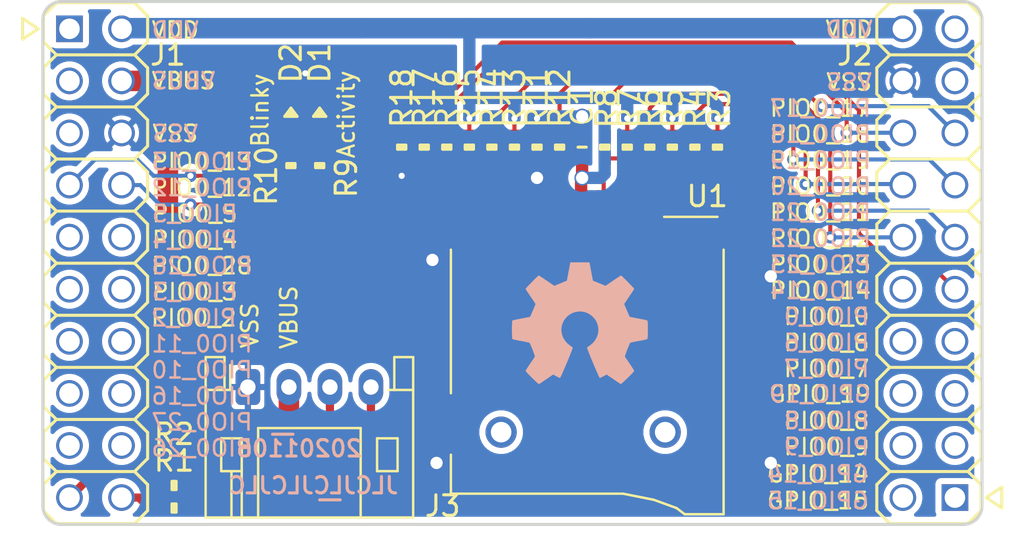
<source format=kicad_pcb>
(kicad_pcb (version 20171130) (host pcbnew 5.1.8-db9833491~87~ubuntu20.04.1)

  (general
    (thickness 1.6)
    (drawings 73)
    (tracks 197)
    (zones 0)
    (modules 28)
    (nets 49)
  )

  (page A4)
  (layers
    (0 F.Cu signal)
    (31 B.Cu signal)
    (32 B.Adhes user)
    (33 F.Adhes user)
    (34 B.Paste user)
    (35 F.Paste user)
    (36 B.SilkS user)
    (37 F.SilkS user)
    (38 B.Mask user)
    (39 F.Mask user)
    (40 Dwgs.User user)
    (41 Cmts.User user)
    (42 Eco1.User user)
    (43 Eco2.User user)
    (44 Edge.Cuts user)
    (45 Margin user)
    (46 B.CrtYd user)
    (47 F.CrtYd user)
    (48 B.Fab user)
    (49 F.Fab user)
  )

  (setup
    (last_trace_width 0.2)
    (user_trace_width 0.15)
    (user_trace_width 0.2)
    (user_trace_width 0.3)
    (user_trace_width 0.4)
    (user_trace_width 0.6)
    (user_trace_width 1)
    (user_trace_width 1.5)
    (user_trace_width 2)
    (trace_clearance 0.127)
    (zone_clearance 0.3)
    (zone_45_only no)
    (trace_min 0.127)
    (via_size 0.6)
    (via_drill 0.3)
    (via_min_size 0.6)
    (via_min_drill 0.3)
    (user_via 0.6 0.3)
    (user_via 0.65 0.4)
    (user_via 0.75 0.6)
    (user_via 0.95 0.8)
    (user_via 1.3 1)
    (user_via 1.5 1.2)
    (user_via 1.7 1.4)
    (user_via 1.9 1.6)
    (uvia_size 0.6)
    (uvia_drill 0.3)
    (uvias_allowed no)
    (uvia_min_size 0.381)
    (uvia_min_drill 0.254)
    (edge_width 0.15)
    (segment_width 0.2)
    (pcb_text_width 0.3)
    (pcb_text_size 1.5 1.5)
    (mod_edge_width 0.15)
    (mod_text_size 0.8 0.8)
    (mod_text_width 0.12)
    (pad_size 0.7 1.8)
    (pad_drill 0)
    (pad_to_mask_clearance 0.1)
    (aux_axis_origin 0 0)
    (visible_elements FFFFFF7F)
    (pcbplotparams
      (layerselection 0x010fc_ffffffff)
      (usegerberextensions false)
      (usegerberattributes false)
      (usegerberadvancedattributes false)
      (creategerberjobfile false)
      (excludeedgelayer false)
      (linewidth 0.150000)
      (plotframeref false)
      (viasonmask false)
      (mode 1)
      (useauxorigin false)
      (hpglpennumber 1)
      (hpglpenspeed 20)
      (hpglpendiameter 15.000000)
      (psnegative false)
      (psa4output false)
      (plotreference true)
      (plotvalue true)
      (plotinvisibletext false)
      (padsonsilk false)
      (subtractmaskfromsilk false)
      (outputformat 1)
      (mirror false)
      (drillshape 0)
      (scaleselection 1)
      (outputdirectory "plots/"))
  )

  (net 0 "")
  (net 1 /VBUS)
  (net 2 /PIO0_10)
  (net 3 /PIO0_11)
  (net 4 /PIO0_2)
  (net 5 /PIO0_3)
  (net 6 /PIO0_4)
  (net 7 /PIO0_5)
  (net 8 /VSS)
  (net 9 /VDD)
  (net 10 /PIO0_14)
  (net 11 /PIO0_6)
  (net 12 /PIO0_0)
  (net 13 /PIO0_7)
  (net 14 /PIO0_9)
  (net 15 /PIO0_8)
  (net 16 /GPIO_19)
  (net 17 /GPIO_15)
  (net 18 /GPIO_14)
  (net 19 /UART_RX)
  (net 20 /UART_TX)
  (net 21 "Net-(J3-Pad4)")
  (net 22 "Net-(J3-Pad3)")
  (net 23 "Net-(R3-Pad1)")
  (net 24 "Net-(D1-Pad2)")
  (net 25 "Net-(D2-Pad2)")
  (net 26 /PIO0_26)
  (net 27 /PIO0_27)
  (net 28 /PIO0_16)
  (net 29 /PIO0_28)
  (net 30 /LED0)
  (net 31 /LED1)
  (net 32 "Net-(J1-Pad5)")
  (net 33 "Net-(J1-Pad3)")
  (net 34 "Net-(J2-Pad19)")
  (net 35 "Net-(J2-Pad17)")
  (net 36 /CLK)
  (net 37 "Net-(R11-Pad1)")
  (net 38 /DAT1)
  (net 39 /DAT0)
  (net 40 /DAT3)
  (net 41 /DAT2)
  (net 42 /CMD)
  (net 43 /CardDet)
  (net 44 "Net-(R5-Pad1)")
  (net 45 "Net-(R7-Pad1)")
  (net 46 "Net-(R13-Pad1)")
  (net 47 "Net-(R15-Pad1)")
  (net 48 "Net-(R17-Pad1)")

  (net_class Default "This is the default net class."
    (clearance 0.127)
    (trace_width 0.127)
    (via_dia 0.6)
    (via_drill 0.3)
    (uvia_dia 0.6)
    (uvia_drill 0.3)
    (add_net /CLK)
    (add_net /CMD)
    (add_net /CardDet)
    (add_net /DAT0)
    (add_net /DAT1)
    (add_net /DAT2)
    (add_net /DAT3)
    (add_net /GPIO_14)
    (add_net /GPIO_15)
    (add_net /GPIO_19)
    (add_net /LED0)
    (add_net /LED1)
    (add_net /PIO0_0)
    (add_net /PIO0_10)
    (add_net /PIO0_11)
    (add_net /PIO0_14)
    (add_net /PIO0_16)
    (add_net /PIO0_2)
    (add_net /PIO0_26)
    (add_net /PIO0_27)
    (add_net /PIO0_28)
    (add_net /PIO0_3)
    (add_net /PIO0_4)
    (add_net /PIO0_5)
    (add_net /PIO0_6)
    (add_net /PIO0_7)
    (add_net /PIO0_8)
    (add_net /PIO0_9)
    (add_net /UART_RX)
    (add_net /UART_TX)
    (add_net /VBUS)
    (add_net /VDD)
    (add_net /VSS)
    (add_net "Net-(D1-Pad2)")
    (add_net "Net-(D2-Pad2)")
    (add_net "Net-(J1-Pad3)")
    (add_net "Net-(J1-Pad5)")
    (add_net "Net-(J2-Pad17)")
    (add_net "Net-(J2-Pad19)")
    (add_net "Net-(J3-Pad3)")
    (add_net "Net-(J3-Pad4)")
    (add_net "Net-(R11-Pad1)")
    (add_net "Net-(R13-Pad1)")
    (add_net "Net-(R15-Pad1)")
    (add_net "Net-(R17-Pad1)")
    (add_net "Net-(R3-Pad1)")
    (add_net "Net-(R5-Pad1)")
    (add_net "Net-(R7-Pad1)")
  )

  (module SquantorModules:SDmicro_XUNPU_TF-115 (layer F.Cu) (tedit 5FA7152A) (tstamp 5FA7808B)
    (at 89.5 94.6)
    (descr "MicroSD card socket by XUNPU TF-115")
    (tags "MicroSD socket")
    (path /5FA6CF0D)
    (attr smd)
    (fp_text reference U1 (at 5.1 -11.5) (layer F.SilkS)
      (effects (font (size 1 1) (thickness 0.15)))
    )
    (fp_text value microSD_socket (at 0 5.1) (layer F.Fab)
      (effects (font (size 1 1) (thickness 0.15)))
    )
    (fp_line (start -7.4 3) (end -7.4 -10.5) (layer F.Fab) (width 0.1))
    (fp_line (start -7.4 -10.5) (end 5.9 -10.5) (layer F.Fab) (width 0.1))
    (fp_line (start 5.9 -10.5) (end 5.9 4) (layer F.Fab) (width 0.1))
    (fp_line (start 5.9 4) (end 4 4) (layer F.Fab) (width 0.1))
    (fp_line (start -7.4 3) (end 1 3) (layer F.Fab) (width 0.1))
    (fp_line (start 1 3) (end 2.5 3.3) (layer F.Fab) (width 0.1))
    (fp_line (start 2.5 3.3) (end 3.6 3.7) (layer F.Fab) (width 0.1))
    (fp_line (start 3.6 3.7) (end 4 4) (layer F.Fab) (width 0.1))
    (fp_line (start -7.4 -8.9) (end -7.4 -1.9) (layer F.SilkS) (width 0.12))
    (fp_line (start -7.4 1.1) (end -7.4 3) (layer F.SilkS) (width 0.12))
    (fp_line (start -7.4 3) (end 1 3) (layer F.SilkS) (width 0.12))
    (fp_line (start 1 3) (end 2.5 3.3) (layer F.SilkS) (width 0.12))
    (fp_line (start 2.5 3.3) (end 3.6 3.7) (layer F.SilkS) (width 0.12))
    (fp_line (start 3.6 3.7) (end 4 4) (layer F.SilkS) (width 0.12))
    (fp_line (start 4 4) (end 5.9 4) (layer F.SilkS) (width 0.12))
    (fp_line (start 5.9 4) (end 5.9 -8.9) (layer F.SilkS) (width 0.12))
    (fp_line (start 5.6 -10.5) (end 3 -10.5) (layer F.SilkS) (width 0.12))
    (fp_line (start -8.8 -12.2) (end 8 -12.2) (layer F.CrtYd) (width 0.025))
    (fp_line (start 8.7 -0.1) (end 8.7 -12.2) (layer F.CrtYd) (width 0.025))
    (fp_line (start 8.7 -12.2) (end 8 -12.2) (layer F.CrtYd) (width 0.025))
    (fp_line (start 8.7 -0.1) (end 8.7 4.5) (layer F.CrtYd) (width 0.025))
    (fp_line (start 8.7 4.5) (end -8.8 4.5) (layer F.CrtYd) (width 0.025))
    (fp_line (start -8.8 4.5) (end -8.8 -12.2) (layer F.CrtYd) (width 0.025))
    (pad CD smd rect (at -6.55 -11) (size 0.7 1.6) (layers F.Cu F.Paste F.Mask)
      (net 48 "Net-(R17-Pad1)"))
    (pad 8 smd rect (at -5.45 -11) (size 0.7 1.6) (layers F.Cu F.Paste F.Mask)
      (net 47 "Net-(R15-Pad1)"))
    (pad 7 smd rect (at -4.35 -11) (size 0.7 1.6) (layers F.Cu F.Paste F.Mask)
      (net 46 "Net-(R13-Pad1)"))
    (pad 6 smd rect (at -3.25 -11) (size 0.7 1.6) (layers F.Cu F.Paste F.Mask)
      (net 8 /VSS))
    (pad 5 smd rect (at -2.15 -11) (size 0.7 1.6) (layers F.Cu F.Paste F.Mask)
      (net 37 "Net-(R11-Pad1)"))
    (pad 4 smd rect (at -1.05 -11) (size 0.7 1.6) (layers F.Cu F.Paste F.Mask)
      (net 9 /VDD))
    (pad 3 smd rect (at 0.05 -11) (size 0.7 1.6) (layers F.Cu F.Paste F.Mask)
      (net 45 "Net-(R7-Pad1)"))
    (pad 2 smd rect (at 1.15 -11) (size 0.7 1.6) (layers F.Cu F.Paste F.Mask)
      (net 44 "Net-(R5-Pad1)"))
    (pad 1 smd rect (at 2.25 -11) (size 0.7 1.6) (layers F.Cu F.Paste F.Mask)
      (net 23 "Net-(R3-Pad1)"))
    (pad S smd rect (at 6.85 -10) (size 1.6 1.5) (layers F.Cu F.Paste F.Mask)
      (net 8 /VSS))
    (pad S smd rect (at -7.75 -10) (size 1.2 1.5) (layers F.Cu F.Paste F.Mask)
      (net 8 /VSS))
    (pad S smd rect (at 7.75 -0.4) (size 1.2 2.2) (layers F.Cu F.Paste F.Mask)
      (net 8 /VSS))
    (pad S smd rect (at -7.75 -0.4) (size 1.2 2.2) (layers F.Cu F.Paste F.Mask)
      (net 8 /VSS))
    (pad "" np_thru_hole circle (at 3.05 0) (size 1.524 1.524) (drill 1) (layers *.Cu *.Mask))
    (pad "" np_thru_hole circle (at -4.95 0) (size 1.524 1.524) (drill 1) (layers *.Cu *.Mask))
  )

  (module SquantorRcl:R_0402_hand (layer F.Cu) (tedit 5D440136) (tstamp 5FA78061)
    (at 79.7 80.7 90)
    (descr "Resistor SMD 0402, reflow soldering, Vishay (see dcrcw.pdf)")
    (tags "resistor 0402")
    (path /5FAF22D7)
    (attr smd)
    (fp_text reference R18 (at 2.4 0 90) (layer F.SilkS)
      (effects (font (size 1 1) (thickness 0.15)))
    )
    (fp_text value 100k (at 2.8 0 90) (layer F.Fab)
      (effects (font (size 1 1) (thickness 0.15)))
    )
    (fp_line (start -0.5 0.25) (end -0.5 -0.25) (layer F.Fab) (width 0.1))
    (fp_line (start 0.5 0.25) (end -0.5 0.25) (layer F.Fab) (width 0.1))
    (fp_line (start 0.5 -0.25) (end 0.5 0.25) (layer F.Fab) (width 0.1))
    (fp_line (start -0.5 -0.25) (end 0.5 -0.25) (layer F.Fab) (width 0.1))
    (fp_line (start -1.1 -0.55) (end 1.1 -0.55) (layer F.CrtYd) (width 0.05))
    (fp_line (start -1.1 0.55) (end 1.1 0.55) (layer F.CrtYd) (width 0.05))
    (fp_line (start -1.1 -0.55) (end -1.1 0.55) (layer F.CrtYd) (width 0.05))
    (fp_line (start 1.1 -0.55) (end 1.1 0.55) (layer F.CrtYd) (width 0.05))
    (fp_line (start -0.1 -0.2) (end 0.1 -0.2) (layer F.SilkS) (width 0.15))
    (fp_line (start 0.1 -0.2) (end 0.1 0.2) (layer F.SilkS) (width 0.15))
    (fp_line (start 0.1 0.2) (end -0.1 0.2) (layer F.SilkS) (width 0.15))
    (fp_line (start -0.1 0.2) (end -0.1 -0.2) (layer F.SilkS) (width 0.15))
    (fp_line (start 0 -0.2) (end 0 0.2) (layer F.SilkS) (width 0.15))
    (pad 2 smd rect (at 0.55 0 90) (size 0.6 0.6) (layers F.Cu F.Paste F.Mask)
      (net 43 /CardDet))
    (pad 1 smd rect (at -0.55 0 90) (size 0.6 0.6) (layers F.Cu F.Paste F.Mask)
      (net 8 /VSS))
    (model ${KISYS3DMOD}/Resistor_SMD.3dshapes/R_0402_1005Metric.step
      (at (xyz 0 0 0))
      (scale (xyz 1 1 1))
      (rotate (xyz 0 0 0))
    )
  )

  (module SquantorRcl:R_0402_hand (layer F.Cu) (tedit 5D440136) (tstamp 5FA7804E)
    (at 80.8 80.7 90)
    (descr "Resistor SMD 0402, reflow soldering, Vishay (see dcrcw.pdf)")
    (tags "resistor 0402")
    (path /5FAEF379)
    (attr smd)
    (fp_text reference R17 (at 2.4 0 90) (layer F.SilkS)
      (effects (font (size 1 1) (thickness 0.15)))
    )
    (fp_text value 100 (at 2.4 0 90) (layer F.Fab)
      (effects (font (size 1 1) (thickness 0.15)))
    )
    (fp_line (start -0.5 0.25) (end -0.5 -0.25) (layer F.Fab) (width 0.1))
    (fp_line (start 0.5 0.25) (end -0.5 0.25) (layer F.Fab) (width 0.1))
    (fp_line (start 0.5 -0.25) (end 0.5 0.25) (layer F.Fab) (width 0.1))
    (fp_line (start -0.5 -0.25) (end 0.5 -0.25) (layer F.Fab) (width 0.1))
    (fp_line (start -1.1 -0.55) (end 1.1 -0.55) (layer F.CrtYd) (width 0.05))
    (fp_line (start -1.1 0.55) (end 1.1 0.55) (layer F.CrtYd) (width 0.05))
    (fp_line (start -1.1 -0.55) (end -1.1 0.55) (layer F.CrtYd) (width 0.05))
    (fp_line (start 1.1 -0.55) (end 1.1 0.55) (layer F.CrtYd) (width 0.05))
    (fp_line (start -0.1 -0.2) (end 0.1 -0.2) (layer F.SilkS) (width 0.15))
    (fp_line (start 0.1 -0.2) (end 0.1 0.2) (layer F.SilkS) (width 0.15))
    (fp_line (start 0.1 0.2) (end -0.1 0.2) (layer F.SilkS) (width 0.15))
    (fp_line (start -0.1 0.2) (end -0.1 -0.2) (layer F.SilkS) (width 0.15))
    (fp_line (start 0 -0.2) (end 0 0.2) (layer F.SilkS) (width 0.15))
    (pad 2 smd rect (at 0.55 0 90) (size 0.6 0.6) (layers F.Cu F.Paste F.Mask)
      (net 43 /CardDet))
    (pad 1 smd rect (at -0.55 0 90) (size 0.6 0.6) (layers F.Cu F.Paste F.Mask)
      (net 48 "Net-(R17-Pad1)"))
    (model ${KISYS3DMOD}/Resistor_SMD.3dshapes/R_0402_1005Metric.step
      (at (xyz 0 0 0))
      (scale (xyz 1 1 1))
      (rotate (xyz 0 0 0))
    )
  )

  (module SquantorRcl:R_0402_hand (layer F.Cu) (tedit 5D440136) (tstamp 5FA7803B)
    (at 81.9 80.7 90)
    (descr "Resistor SMD 0402, reflow soldering, Vishay (see dcrcw.pdf)")
    (tags "resistor 0402")
    (path /5FAA89C4)
    (attr smd)
    (fp_text reference R16 (at 2.4 0 90) (layer F.SilkS)
      (effects (font (size 1 1) (thickness 0.15)))
    )
    (fp_text value 100 (at 2.4 0 90) (layer F.Fab)
      (effects (font (size 1 1) (thickness 0.15)))
    )
    (fp_line (start -0.5 0.25) (end -0.5 -0.25) (layer F.Fab) (width 0.1))
    (fp_line (start 0.5 0.25) (end -0.5 0.25) (layer F.Fab) (width 0.1))
    (fp_line (start 0.5 -0.25) (end 0.5 0.25) (layer F.Fab) (width 0.1))
    (fp_line (start -0.5 -0.25) (end 0.5 -0.25) (layer F.Fab) (width 0.1))
    (fp_line (start -1.1 -0.55) (end 1.1 -0.55) (layer F.CrtYd) (width 0.05))
    (fp_line (start -1.1 0.55) (end 1.1 0.55) (layer F.CrtYd) (width 0.05))
    (fp_line (start -1.1 -0.55) (end -1.1 0.55) (layer F.CrtYd) (width 0.05))
    (fp_line (start 1.1 -0.55) (end 1.1 0.55) (layer F.CrtYd) (width 0.05))
    (fp_line (start -0.1 -0.2) (end 0.1 -0.2) (layer F.SilkS) (width 0.15))
    (fp_line (start 0.1 -0.2) (end 0.1 0.2) (layer F.SilkS) (width 0.15))
    (fp_line (start 0.1 0.2) (end -0.1 0.2) (layer F.SilkS) (width 0.15))
    (fp_line (start -0.1 0.2) (end -0.1 -0.2) (layer F.SilkS) (width 0.15))
    (fp_line (start 0 -0.2) (end 0 0.2) (layer F.SilkS) (width 0.15))
    (pad 2 smd rect (at 0.55 0 90) (size 0.6 0.6) (layers F.Cu F.Paste F.Mask)
      (net 38 /DAT1))
    (pad 1 smd rect (at -0.55 0 90) (size 0.6 0.6) (layers F.Cu F.Paste F.Mask)
      (net 47 "Net-(R15-Pad1)"))
    (model ${KISYS3DMOD}/Resistor_SMD.3dshapes/R_0402_1005Metric.step
      (at (xyz 0 0 0))
      (scale (xyz 1 1 1))
      (rotate (xyz 0 0 0))
    )
  )

  (module SquantorRcl:R_0402_hand (layer F.Cu) (tedit 5D440136) (tstamp 5FA78028)
    (at 83 80.7 90)
    (descr "Resistor SMD 0402, reflow soldering, Vishay (see dcrcw.pdf)")
    (tags "resistor 0402")
    (path /5FAA8B1C)
    (attr smd)
    (fp_text reference R15 (at 2.4 0 90) (layer F.SilkS)
      (effects (font (size 1 1) (thickness 0.15)))
    )
    (fp_text value 10k (at 2.3 0 90) (layer F.Fab)
      (effects (font (size 1 1) (thickness 0.15)))
    )
    (fp_line (start -0.5 0.25) (end -0.5 -0.25) (layer F.Fab) (width 0.1))
    (fp_line (start 0.5 0.25) (end -0.5 0.25) (layer F.Fab) (width 0.1))
    (fp_line (start 0.5 -0.25) (end 0.5 0.25) (layer F.Fab) (width 0.1))
    (fp_line (start -0.5 -0.25) (end 0.5 -0.25) (layer F.Fab) (width 0.1))
    (fp_line (start -1.1 -0.55) (end 1.1 -0.55) (layer F.CrtYd) (width 0.05))
    (fp_line (start -1.1 0.55) (end 1.1 0.55) (layer F.CrtYd) (width 0.05))
    (fp_line (start -1.1 -0.55) (end -1.1 0.55) (layer F.CrtYd) (width 0.05))
    (fp_line (start 1.1 -0.55) (end 1.1 0.55) (layer F.CrtYd) (width 0.05))
    (fp_line (start -0.1 -0.2) (end 0.1 -0.2) (layer F.SilkS) (width 0.15))
    (fp_line (start 0.1 -0.2) (end 0.1 0.2) (layer F.SilkS) (width 0.15))
    (fp_line (start 0.1 0.2) (end -0.1 0.2) (layer F.SilkS) (width 0.15))
    (fp_line (start -0.1 0.2) (end -0.1 -0.2) (layer F.SilkS) (width 0.15))
    (fp_line (start 0 -0.2) (end 0 0.2) (layer F.SilkS) (width 0.15))
    (pad 2 smd rect (at 0.55 0 90) (size 0.6 0.6) (layers F.Cu F.Paste F.Mask)
      (net 9 /VDD))
    (pad 1 smd rect (at -0.55 0 90) (size 0.6 0.6) (layers F.Cu F.Paste F.Mask)
      (net 47 "Net-(R15-Pad1)"))
    (model ${KISYS3DMOD}/Resistor_SMD.3dshapes/R_0402_1005Metric.step
      (at (xyz 0 0 0))
      (scale (xyz 1 1 1))
      (rotate (xyz 0 0 0))
    )
  )

  (module SquantorRcl:R_0402_hand (layer F.Cu) (tedit 5D440136) (tstamp 5FA78015)
    (at 84.1 80.7 90)
    (descr "Resistor SMD 0402, reflow soldering, Vishay (see dcrcw.pdf)")
    (tags "resistor 0402")
    (path /5FAA8B2A)
    (attr smd)
    (fp_text reference R14 (at 2.4 0 90) (layer F.SilkS)
      (effects (font (size 1 1) (thickness 0.15)))
    )
    (fp_text value 100 (at 2.4 0 90) (layer F.Fab)
      (effects (font (size 1 1) (thickness 0.15)))
    )
    (fp_line (start -0.5 0.25) (end -0.5 -0.25) (layer F.Fab) (width 0.1))
    (fp_line (start 0.5 0.25) (end -0.5 0.25) (layer F.Fab) (width 0.1))
    (fp_line (start 0.5 -0.25) (end 0.5 0.25) (layer F.Fab) (width 0.1))
    (fp_line (start -0.5 -0.25) (end 0.5 -0.25) (layer F.Fab) (width 0.1))
    (fp_line (start -1.1 -0.55) (end 1.1 -0.55) (layer F.CrtYd) (width 0.05))
    (fp_line (start -1.1 0.55) (end 1.1 0.55) (layer F.CrtYd) (width 0.05))
    (fp_line (start -1.1 -0.55) (end -1.1 0.55) (layer F.CrtYd) (width 0.05))
    (fp_line (start 1.1 -0.55) (end 1.1 0.55) (layer F.CrtYd) (width 0.05))
    (fp_line (start -0.1 -0.2) (end 0.1 -0.2) (layer F.SilkS) (width 0.15))
    (fp_line (start 0.1 -0.2) (end 0.1 0.2) (layer F.SilkS) (width 0.15))
    (fp_line (start 0.1 0.2) (end -0.1 0.2) (layer F.SilkS) (width 0.15))
    (fp_line (start -0.1 0.2) (end -0.1 -0.2) (layer F.SilkS) (width 0.15))
    (fp_line (start 0 -0.2) (end 0 0.2) (layer F.SilkS) (width 0.15))
    (pad 2 smd rect (at 0.55 0 90) (size 0.6 0.6) (layers F.Cu F.Paste F.Mask)
      (net 39 /DAT0))
    (pad 1 smd rect (at -0.55 0 90) (size 0.6 0.6) (layers F.Cu F.Paste F.Mask)
      (net 46 "Net-(R13-Pad1)"))
    (model ${KISYS3DMOD}/Resistor_SMD.3dshapes/R_0402_1005Metric.step
      (at (xyz 0 0 0))
      (scale (xyz 1 1 1))
      (rotate (xyz 0 0 0))
    )
  )

  (module SquantorRcl:R_0402_hand (layer F.Cu) (tedit 5D440136) (tstamp 5FA78002)
    (at 85.2 80.7 90)
    (descr "Resistor SMD 0402, reflow soldering, Vishay (see dcrcw.pdf)")
    (tags "resistor 0402")
    (path /5FAA8B34)
    (attr smd)
    (fp_text reference R13 (at 2.4 0 90) (layer F.SilkS)
      (effects (font (size 1 1) (thickness 0.15)))
    )
    (fp_text value 10k (at 2.4 0 90) (layer F.Fab)
      (effects (font (size 1 1) (thickness 0.15)))
    )
    (fp_line (start -0.5 0.25) (end -0.5 -0.25) (layer F.Fab) (width 0.1))
    (fp_line (start 0.5 0.25) (end -0.5 0.25) (layer F.Fab) (width 0.1))
    (fp_line (start 0.5 -0.25) (end 0.5 0.25) (layer F.Fab) (width 0.1))
    (fp_line (start -0.5 -0.25) (end 0.5 -0.25) (layer F.Fab) (width 0.1))
    (fp_line (start -1.1 -0.55) (end 1.1 -0.55) (layer F.CrtYd) (width 0.05))
    (fp_line (start -1.1 0.55) (end 1.1 0.55) (layer F.CrtYd) (width 0.05))
    (fp_line (start -1.1 -0.55) (end -1.1 0.55) (layer F.CrtYd) (width 0.05))
    (fp_line (start 1.1 -0.55) (end 1.1 0.55) (layer F.CrtYd) (width 0.05))
    (fp_line (start -0.1 -0.2) (end 0.1 -0.2) (layer F.SilkS) (width 0.15))
    (fp_line (start 0.1 -0.2) (end 0.1 0.2) (layer F.SilkS) (width 0.15))
    (fp_line (start 0.1 0.2) (end -0.1 0.2) (layer F.SilkS) (width 0.15))
    (fp_line (start -0.1 0.2) (end -0.1 -0.2) (layer F.SilkS) (width 0.15))
    (fp_line (start 0 -0.2) (end 0 0.2) (layer F.SilkS) (width 0.15))
    (pad 2 smd rect (at 0.55 0 90) (size 0.6 0.6) (layers F.Cu F.Paste F.Mask)
      (net 9 /VDD))
    (pad 1 smd rect (at -0.55 0 90) (size 0.6 0.6) (layers F.Cu F.Paste F.Mask)
      (net 46 "Net-(R13-Pad1)"))
    (model ${KISYS3DMOD}/Resistor_SMD.3dshapes/R_0402_1005Metric.step
      (at (xyz 0 0 0))
      (scale (xyz 1 1 1))
      (rotate (xyz 0 0 0))
    )
  )

  (module SquantorRcl:R_0402_hand (layer F.Cu) (tedit 5D440136) (tstamp 5FA77FEF)
    (at 87.4 80.7 90)
    (descr "Resistor SMD 0402, reflow soldering, Vishay (see dcrcw.pdf)")
    (tags "resistor 0402")
    (path /5FA7D810)
    (attr smd)
    (fp_text reference R12 (at 2.4 0 90) (layer F.SilkS)
      (effects (font (size 1 1) (thickness 0.15)))
    )
    (fp_text value 100 (at 2.4 0 90) (layer F.Fab)
      (effects (font (size 1 1) (thickness 0.15)))
    )
    (fp_line (start -0.5 0.25) (end -0.5 -0.25) (layer F.Fab) (width 0.1))
    (fp_line (start 0.5 0.25) (end -0.5 0.25) (layer F.Fab) (width 0.1))
    (fp_line (start 0.5 -0.25) (end 0.5 0.25) (layer F.Fab) (width 0.1))
    (fp_line (start -0.5 -0.25) (end 0.5 -0.25) (layer F.Fab) (width 0.1))
    (fp_line (start -1.1 -0.55) (end 1.1 -0.55) (layer F.CrtYd) (width 0.05))
    (fp_line (start -1.1 0.55) (end 1.1 0.55) (layer F.CrtYd) (width 0.05))
    (fp_line (start -1.1 -0.55) (end -1.1 0.55) (layer F.CrtYd) (width 0.05))
    (fp_line (start 1.1 -0.55) (end 1.1 0.55) (layer F.CrtYd) (width 0.05))
    (fp_line (start -0.1 -0.2) (end 0.1 -0.2) (layer F.SilkS) (width 0.15))
    (fp_line (start 0.1 -0.2) (end 0.1 0.2) (layer F.SilkS) (width 0.15))
    (fp_line (start 0.1 0.2) (end -0.1 0.2) (layer F.SilkS) (width 0.15))
    (fp_line (start -0.1 0.2) (end -0.1 -0.2) (layer F.SilkS) (width 0.15))
    (fp_line (start 0 -0.2) (end 0 0.2) (layer F.SilkS) (width 0.15))
    (pad 2 smd rect (at 0.55 0 90) (size 0.6 0.6) (layers F.Cu F.Paste F.Mask)
      (net 36 /CLK))
    (pad 1 smd rect (at -0.55 0 90) (size 0.6 0.6) (layers F.Cu F.Paste F.Mask)
      (net 37 "Net-(R11-Pad1)"))
    (model ${KISYS3DMOD}/Resistor_SMD.3dshapes/R_0402_1005Metric.step
      (at (xyz 0 0 0))
      (scale (xyz 1 1 1))
      (rotate (xyz 0 0 0))
    )
  )

  (module SquantorRcl:R_0402_hand (layer F.Cu) (tedit 5D440136) (tstamp 5FA77FDC)
    (at 86.3 80.7 90)
    (descr "Resistor SMD 0402, reflow soldering, Vishay (see dcrcw.pdf)")
    (tags "resistor 0402")
    (path /5FA7F0B3)
    (attr smd)
    (fp_text reference R11 (at 2.4 0 90) (layer F.SilkS)
      (effects (font (size 1 1) (thickness 0.15)))
    )
    (fp_text value 10k (at 2.3 0 90) (layer F.Fab)
      (effects (font (size 1 1) (thickness 0.15)))
    )
    (fp_line (start -0.5 0.25) (end -0.5 -0.25) (layer F.Fab) (width 0.1))
    (fp_line (start 0.5 0.25) (end -0.5 0.25) (layer F.Fab) (width 0.1))
    (fp_line (start 0.5 -0.25) (end 0.5 0.25) (layer F.Fab) (width 0.1))
    (fp_line (start -0.5 -0.25) (end 0.5 -0.25) (layer F.Fab) (width 0.1))
    (fp_line (start -1.1 -0.55) (end 1.1 -0.55) (layer F.CrtYd) (width 0.05))
    (fp_line (start -1.1 0.55) (end 1.1 0.55) (layer F.CrtYd) (width 0.05))
    (fp_line (start -1.1 -0.55) (end -1.1 0.55) (layer F.CrtYd) (width 0.05))
    (fp_line (start 1.1 -0.55) (end 1.1 0.55) (layer F.CrtYd) (width 0.05))
    (fp_line (start -0.1 -0.2) (end 0.1 -0.2) (layer F.SilkS) (width 0.15))
    (fp_line (start 0.1 -0.2) (end 0.1 0.2) (layer F.SilkS) (width 0.15))
    (fp_line (start 0.1 0.2) (end -0.1 0.2) (layer F.SilkS) (width 0.15))
    (fp_line (start -0.1 0.2) (end -0.1 -0.2) (layer F.SilkS) (width 0.15))
    (fp_line (start 0 -0.2) (end 0 0.2) (layer F.SilkS) (width 0.15))
    (pad 2 smd rect (at 0.55 0 90) (size 0.6 0.6) (layers F.Cu F.Paste F.Mask)
      (net 8 /VSS))
    (pad 1 smd rect (at -0.55 0 90) (size 0.6 0.6) (layers F.Cu F.Paste F.Mask)
      (net 37 "Net-(R11-Pad1)"))
    (model ${KISYS3DMOD}/Resistor_SMD.3dshapes/R_0402_1005Metric.step
      (at (xyz 0 0 0))
      (scale (xyz 1 1 1))
      (rotate (xyz 0 0 0))
    )
  )

  (module SquantorRcl:R_0402_hand (layer F.Cu) (tedit 5D440136) (tstamp 5FA77F81)
    (at 89.6 80.7 90)
    (descr "Resistor SMD 0402, reflow soldering, Vishay (see dcrcw.pdf)")
    (tags "resistor 0402")
    (path /5FA91098)
    (attr smd)
    (fp_text reference R8 (at 1.9 0.1 90) (layer F.SilkS)
      (effects (font (size 1 1) (thickness 0.15)))
    )
    (fp_text value 100 (at 2.4 0 90) (layer F.Fab)
      (effects (font (size 1 1) (thickness 0.15)))
    )
    (fp_line (start -0.5 0.25) (end -0.5 -0.25) (layer F.Fab) (width 0.1))
    (fp_line (start 0.5 0.25) (end -0.5 0.25) (layer F.Fab) (width 0.1))
    (fp_line (start 0.5 -0.25) (end 0.5 0.25) (layer F.Fab) (width 0.1))
    (fp_line (start -0.5 -0.25) (end 0.5 -0.25) (layer F.Fab) (width 0.1))
    (fp_line (start -1.1 -0.55) (end 1.1 -0.55) (layer F.CrtYd) (width 0.05))
    (fp_line (start -1.1 0.55) (end 1.1 0.55) (layer F.CrtYd) (width 0.05))
    (fp_line (start -1.1 -0.55) (end -1.1 0.55) (layer F.CrtYd) (width 0.05))
    (fp_line (start 1.1 -0.55) (end 1.1 0.55) (layer F.CrtYd) (width 0.05))
    (fp_line (start -0.1 -0.2) (end 0.1 -0.2) (layer F.SilkS) (width 0.15))
    (fp_line (start 0.1 -0.2) (end 0.1 0.2) (layer F.SilkS) (width 0.15))
    (fp_line (start 0.1 0.2) (end -0.1 0.2) (layer F.SilkS) (width 0.15))
    (fp_line (start -0.1 0.2) (end -0.1 -0.2) (layer F.SilkS) (width 0.15))
    (fp_line (start 0 -0.2) (end 0 0.2) (layer F.SilkS) (width 0.15))
    (pad 2 smd rect (at 0.55 0 90) (size 0.6 0.6) (layers F.Cu F.Paste F.Mask)
      (net 42 /CMD))
    (pad 1 smd rect (at -0.55 0 90) (size 0.6 0.6) (layers F.Cu F.Paste F.Mask)
      (net 45 "Net-(R7-Pad1)"))
    (model ${KISYS3DMOD}/Resistor_SMD.3dshapes/R_0402_1005Metric.step
      (at (xyz 0 0 0))
      (scale (xyz 1 1 1))
      (rotate (xyz 0 0 0))
    )
  )

  (module SquantorRcl:R_0402_hand (layer F.Cu) (tedit 5D440136) (tstamp 5FA77F6E)
    (at 90.7 80.7 90)
    (descr "Resistor SMD 0402, reflow soldering, Vishay (see dcrcw.pdf)")
    (tags "resistor 0402")
    (path /5FA91190)
    (attr smd)
    (fp_text reference R7 (at 1.9 0.1 90) (layer F.SilkS)
      (effects (font (size 1 1) (thickness 0.15)))
    )
    (fp_text value 10k (at 2.3 0 90) (layer F.Fab)
      (effects (font (size 1 1) (thickness 0.15)))
    )
    (fp_line (start -0.5 0.25) (end -0.5 -0.25) (layer F.Fab) (width 0.1))
    (fp_line (start 0.5 0.25) (end -0.5 0.25) (layer F.Fab) (width 0.1))
    (fp_line (start 0.5 -0.25) (end 0.5 0.25) (layer F.Fab) (width 0.1))
    (fp_line (start -0.5 -0.25) (end 0.5 -0.25) (layer F.Fab) (width 0.1))
    (fp_line (start -1.1 -0.55) (end 1.1 -0.55) (layer F.CrtYd) (width 0.05))
    (fp_line (start -1.1 0.55) (end 1.1 0.55) (layer F.CrtYd) (width 0.05))
    (fp_line (start -1.1 -0.55) (end -1.1 0.55) (layer F.CrtYd) (width 0.05))
    (fp_line (start 1.1 -0.55) (end 1.1 0.55) (layer F.CrtYd) (width 0.05))
    (fp_line (start -0.1 -0.2) (end 0.1 -0.2) (layer F.SilkS) (width 0.15))
    (fp_line (start 0.1 -0.2) (end 0.1 0.2) (layer F.SilkS) (width 0.15))
    (fp_line (start 0.1 0.2) (end -0.1 0.2) (layer F.SilkS) (width 0.15))
    (fp_line (start -0.1 0.2) (end -0.1 -0.2) (layer F.SilkS) (width 0.15))
    (fp_line (start 0 -0.2) (end 0 0.2) (layer F.SilkS) (width 0.15))
    (pad 2 smd rect (at 0.55 0 90) (size 0.6 0.6) (layers F.Cu F.Paste F.Mask)
      (net 9 /VDD))
    (pad 1 smd rect (at -0.55 0 90) (size 0.6 0.6) (layers F.Cu F.Paste F.Mask)
      (net 45 "Net-(R7-Pad1)"))
    (model ${KISYS3DMOD}/Resistor_SMD.3dshapes/R_0402_1005Metric.step
      (at (xyz 0 0 0))
      (scale (xyz 1 1 1))
      (rotate (xyz 0 0 0))
    )
  )

  (module SquantorRcl:R_0402_hand (layer F.Cu) (tedit 5D440136) (tstamp 5FA77F5B)
    (at 91.8 80.7 90)
    (descr "Resistor SMD 0402, reflow soldering, Vishay (see dcrcw.pdf)")
    (tags "resistor 0402")
    (path /5FA96522)
    (attr smd)
    (fp_text reference R6 (at 1.9 0 90) (layer F.SilkS)
      (effects (font (size 1 1) (thickness 0.15)))
    )
    (fp_text value 100 (at 2.4 0 90) (layer F.Fab)
      (effects (font (size 1 1) (thickness 0.15)))
    )
    (fp_line (start -0.5 0.25) (end -0.5 -0.25) (layer F.Fab) (width 0.1))
    (fp_line (start 0.5 0.25) (end -0.5 0.25) (layer F.Fab) (width 0.1))
    (fp_line (start 0.5 -0.25) (end 0.5 0.25) (layer F.Fab) (width 0.1))
    (fp_line (start -0.5 -0.25) (end 0.5 -0.25) (layer F.Fab) (width 0.1))
    (fp_line (start -1.1 -0.55) (end 1.1 -0.55) (layer F.CrtYd) (width 0.05))
    (fp_line (start -1.1 0.55) (end 1.1 0.55) (layer F.CrtYd) (width 0.05))
    (fp_line (start -1.1 -0.55) (end -1.1 0.55) (layer F.CrtYd) (width 0.05))
    (fp_line (start 1.1 -0.55) (end 1.1 0.55) (layer F.CrtYd) (width 0.05))
    (fp_line (start -0.1 -0.2) (end 0.1 -0.2) (layer F.SilkS) (width 0.15))
    (fp_line (start 0.1 -0.2) (end 0.1 0.2) (layer F.SilkS) (width 0.15))
    (fp_line (start 0.1 0.2) (end -0.1 0.2) (layer F.SilkS) (width 0.15))
    (fp_line (start -0.1 0.2) (end -0.1 -0.2) (layer F.SilkS) (width 0.15))
    (fp_line (start 0 -0.2) (end 0 0.2) (layer F.SilkS) (width 0.15))
    (pad 2 smd rect (at 0.55 0 90) (size 0.6 0.6) (layers F.Cu F.Paste F.Mask)
      (net 40 /DAT3))
    (pad 1 smd rect (at -0.55 0 90) (size 0.6 0.6) (layers F.Cu F.Paste F.Mask)
      (net 44 "Net-(R5-Pad1)"))
    (model ${KISYS3DMOD}/Resistor_SMD.3dshapes/R_0402_1005Metric.step
      (at (xyz 0 0 0))
      (scale (xyz 1 1 1))
      (rotate (xyz 0 0 0))
    )
  )

  (module SquantorRcl:R_0402_hand (layer F.Cu) (tedit 5D440136) (tstamp 5FA77F48)
    (at 92.9 80.7 90)
    (descr "Resistor SMD 0402, reflow soldering, Vishay (see dcrcw.pdf)")
    (tags "resistor 0402")
    (path /5FA9652C)
    (attr smd)
    (fp_text reference R5 (at 1.9 0 90) (layer F.SilkS)
      (effects (font (size 1 1) (thickness 0.15)))
    )
    (fp_text value 10k (at 2.3 0 90) (layer F.Fab)
      (effects (font (size 1 1) (thickness 0.15)))
    )
    (fp_line (start -0.5 0.25) (end -0.5 -0.25) (layer F.Fab) (width 0.1))
    (fp_line (start 0.5 0.25) (end -0.5 0.25) (layer F.Fab) (width 0.1))
    (fp_line (start 0.5 -0.25) (end 0.5 0.25) (layer F.Fab) (width 0.1))
    (fp_line (start -0.5 -0.25) (end 0.5 -0.25) (layer F.Fab) (width 0.1))
    (fp_line (start -1.1 -0.55) (end 1.1 -0.55) (layer F.CrtYd) (width 0.05))
    (fp_line (start -1.1 0.55) (end 1.1 0.55) (layer F.CrtYd) (width 0.05))
    (fp_line (start -1.1 -0.55) (end -1.1 0.55) (layer F.CrtYd) (width 0.05))
    (fp_line (start 1.1 -0.55) (end 1.1 0.55) (layer F.CrtYd) (width 0.05))
    (fp_line (start -0.1 -0.2) (end 0.1 -0.2) (layer F.SilkS) (width 0.15))
    (fp_line (start 0.1 -0.2) (end 0.1 0.2) (layer F.SilkS) (width 0.15))
    (fp_line (start 0.1 0.2) (end -0.1 0.2) (layer F.SilkS) (width 0.15))
    (fp_line (start -0.1 0.2) (end -0.1 -0.2) (layer F.SilkS) (width 0.15))
    (fp_line (start 0 -0.2) (end 0 0.2) (layer F.SilkS) (width 0.15))
    (pad 2 smd rect (at 0.55 0 90) (size 0.6 0.6) (layers F.Cu F.Paste F.Mask)
      (net 9 /VDD))
    (pad 1 smd rect (at -0.55 0 90) (size 0.6 0.6) (layers F.Cu F.Paste F.Mask)
      (net 44 "Net-(R5-Pad1)"))
    (model ${KISYS3DMOD}/Resistor_SMD.3dshapes/R_0402_1005Metric.step
      (at (xyz 0 0 0))
      (scale (xyz 1 1 1))
      (rotate (xyz 0 0 0))
    )
  )

  (module SquantorRcl:R_0402_hand (layer F.Cu) (tedit 5D440136) (tstamp 5FA77F35)
    (at 94 80.7 90)
    (descr "Resistor SMD 0402, reflow soldering, Vishay (see dcrcw.pdf)")
    (tags "resistor 0402")
    (path /5FAA13A1)
    (attr smd)
    (fp_text reference R4 (at 1.9 0 90) (layer F.SilkS)
      (effects (font (size 1 1) (thickness 0.15)))
    )
    (fp_text value 100 (at 2.4 0 90) (layer F.Fab)
      (effects (font (size 1 1) (thickness 0.15)))
    )
    (fp_line (start -0.5 0.25) (end -0.5 -0.25) (layer F.Fab) (width 0.1))
    (fp_line (start 0.5 0.25) (end -0.5 0.25) (layer F.Fab) (width 0.1))
    (fp_line (start 0.5 -0.25) (end 0.5 0.25) (layer F.Fab) (width 0.1))
    (fp_line (start -0.5 -0.25) (end 0.5 -0.25) (layer F.Fab) (width 0.1))
    (fp_line (start -1.1 -0.55) (end 1.1 -0.55) (layer F.CrtYd) (width 0.05))
    (fp_line (start -1.1 0.55) (end 1.1 0.55) (layer F.CrtYd) (width 0.05))
    (fp_line (start -1.1 -0.55) (end -1.1 0.55) (layer F.CrtYd) (width 0.05))
    (fp_line (start 1.1 -0.55) (end 1.1 0.55) (layer F.CrtYd) (width 0.05))
    (fp_line (start -0.1 -0.2) (end 0.1 -0.2) (layer F.SilkS) (width 0.15))
    (fp_line (start 0.1 -0.2) (end 0.1 0.2) (layer F.SilkS) (width 0.15))
    (fp_line (start 0.1 0.2) (end -0.1 0.2) (layer F.SilkS) (width 0.15))
    (fp_line (start -0.1 0.2) (end -0.1 -0.2) (layer F.SilkS) (width 0.15))
    (fp_line (start 0 -0.2) (end 0 0.2) (layer F.SilkS) (width 0.15))
    (pad 2 smd rect (at 0.55 0 90) (size 0.6 0.6) (layers F.Cu F.Paste F.Mask)
      (net 41 /DAT2))
    (pad 1 smd rect (at -0.55 0 90) (size 0.6 0.6) (layers F.Cu F.Paste F.Mask)
      (net 23 "Net-(R3-Pad1)"))
    (model ${KISYS3DMOD}/Resistor_SMD.3dshapes/R_0402_1005Metric.step
      (at (xyz 0 0 0))
      (scale (xyz 1 1 1))
      (rotate (xyz 0 0 0))
    )
  )

  (module SquantorRcl:R_0402_hand (layer F.Cu) (tedit 5D440136) (tstamp 5FA77F22)
    (at 95.1 80.7 90)
    (descr "Resistor SMD 0402, reflow soldering, Vishay (see dcrcw.pdf)")
    (tags "resistor 0402")
    (path /5FAA14D9)
    (attr smd)
    (fp_text reference R3 (at 1.9 0.1 90) (layer F.SilkS)
      (effects (font (size 1 1) (thickness 0.15)))
    )
    (fp_text value 10k (at 2.3 0 90) (layer F.Fab)
      (effects (font (size 1 1) (thickness 0.15)))
    )
    (fp_line (start -0.5 0.25) (end -0.5 -0.25) (layer F.Fab) (width 0.1))
    (fp_line (start 0.5 0.25) (end -0.5 0.25) (layer F.Fab) (width 0.1))
    (fp_line (start 0.5 -0.25) (end 0.5 0.25) (layer F.Fab) (width 0.1))
    (fp_line (start -0.5 -0.25) (end 0.5 -0.25) (layer F.Fab) (width 0.1))
    (fp_line (start -1.1 -0.55) (end 1.1 -0.55) (layer F.CrtYd) (width 0.05))
    (fp_line (start -1.1 0.55) (end 1.1 0.55) (layer F.CrtYd) (width 0.05))
    (fp_line (start -1.1 -0.55) (end -1.1 0.55) (layer F.CrtYd) (width 0.05))
    (fp_line (start 1.1 -0.55) (end 1.1 0.55) (layer F.CrtYd) (width 0.05))
    (fp_line (start -0.1 -0.2) (end 0.1 -0.2) (layer F.SilkS) (width 0.15))
    (fp_line (start 0.1 -0.2) (end 0.1 0.2) (layer F.SilkS) (width 0.15))
    (fp_line (start 0.1 0.2) (end -0.1 0.2) (layer F.SilkS) (width 0.15))
    (fp_line (start -0.1 0.2) (end -0.1 -0.2) (layer F.SilkS) (width 0.15))
    (fp_line (start 0 -0.2) (end 0 0.2) (layer F.SilkS) (width 0.15))
    (pad 2 smd rect (at 0.55 0 90) (size 0.6 0.6) (layers F.Cu F.Paste F.Mask)
      (net 9 /VDD))
    (pad 1 smd rect (at -0.55 0 90) (size 0.6 0.6) (layers F.Cu F.Paste F.Mask)
      (net 23 "Net-(R3-Pad1)"))
    (model ${KISYS3DMOD}/Resistor_SMD.3dshapes/R_0402_1005Metric.step
      (at (xyz 0 0 0))
      (scale (xyz 1 1 1))
      (rotate (xyz 0 0 0))
    )
  )

  (module SquantorRcl:C_0402 (layer F.Cu) (tedit 5D442507) (tstamp 5FA78B26)
    (at 88.5 80.7 90)
    (descr "Capacitor SMD 0402, reflow soldering, AVX (see smccp.pdf)")
    (tags "capacitor 0402")
    (path /5FA723AF)
    (attr smd)
    (fp_text reference C1 (at 2 0 90) (layer F.SilkS)
      (effects (font (size 1 1) (thickness 0.15)))
    )
    (fp_text value 1u (at 1.9 0 90) (layer F.Fab)
      (effects (font (size 1 1) (thickness 0.15)))
    )
    (fp_line (start -0.5 0.25) (end -0.5 -0.25) (layer F.Fab) (width 0.1))
    (fp_line (start 0.5 0.25) (end -0.5 0.25) (layer F.Fab) (width 0.1))
    (fp_line (start 0.5 -0.25) (end 0.5 0.25) (layer F.Fab) (width 0.1))
    (fp_line (start -0.5 -0.25) (end 0.5 -0.25) (layer F.Fab) (width 0.1))
    (fp_line (start -1.1 -0.55) (end 1.1 -0.55) (layer F.CrtYd) (width 0.05))
    (fp_line (start -1.1 0.55) (end 1.1 0.55) (layer F.CrtYd) (width 0.05))
    (fp_line (start -1.1 -0.55) (end -1.1 0.55) (layer F.CrtYd) (width 0.05))
    (fp_line (start 1.1 -0.55) (end 1.1 0.55) (layer F.CrtYd) (width 0.05))
    (fp_line (start 0 -0.2) (end 0 0.2) (layer F.SilkS) (width 0.15))
    (pad 2 smd rect (at 0.55 0 90) (size 0.6 0.6) (layers F.Cu F.Paste F.Mask)
      (net 8 /VSS))
    (pad 1 smd rect (at -0.55 0 90) (size 0.6 0.6) (layers F.Cu F.Paste F.Mask)
      (net 9 /VDD))
    (model ${KISYS3DMOD}/Capacitor_SMD.3dshapes/C_0402_1005Metric.step
      (at (xyz 0 0 0))
      (scale (xyz 1 1 1))
      (rotate (xyz 0 0 0))
    )
  )

  (module SquantorRcl:R_0402_hand (layer F.Cu) (tedit 5D440136) (tstamp 5FA3425D)
    (at 74.3 81.6 270)
    (descr "Resistor SMD 0402, reflow soldering, Vishay (see dcrcw.pdf)")
    (tags "resistor 0402")
    (path /5FA71094)
    (attr smd)
    (fp_text reference R10 (at 0.5 1.2 90) (layer F.SilkS)
      (effects (font (size 1 1) (thickness 0.15)))
    )
    (fp_text value 4.7K (at 0.7 1.2 90) (layer F.Fab)
      (effects (font (size 1 1) (thickness 0.15)))
    )
    (fp_line (start 0 -0.2) (end 0 0.2) (layer F.SilkS) (width 0.15))
    (fp_line (start -0.1 0.2) (end -0.1 -0.2) (layer F.SilkS) (width 0.15))
    (fp_line (start 0.1 0.2) (end -0.1 0.2) (layer F.SilkS) (width 0.15))
    (fp_line (start 0.1 -0.2) (end 0.1 0.2) (layer F.SilkS) (width 0.15))
    (fp_line (start -0.1 -0.2) (end 0.1 -0.2) (layer F.SilkS) (width 0.15))
    (fp_line (start 1.1 -0.55) (end 1.1 0.55) (layer F.CrtYd) (width 0.05))
    (fp_line (start -1.1 -0.55) (end -1.1 0.55) (layer F.CrtYd) (width 0.05))
    (fp_line (start -1.1 0.55) (end 1.1 0.55) (layer F.CrtYd) (width 0.05))
    (fp_line (start -1.1 -0.55) (end 1.1 -0.55) (layer F.CrtYd) (width 0.05))
    (fp_line (start -0.5 -0.25) (end 0.5 -0.25) (layer F.Fab) (width 0.1))
    (fp_line (start 0.5 -0.25) (end 0.5 0.25) (layer F.Fab) (width 0.1))
    (fp_line (start 0.5 0.25) (end -0.5 0.25) (layer F.Fab) (width 0.1))
    (fp_line (start -0.5 0.25) (end -0.5 -0.25) (layer F.Fab) (width 0.1))
    (pad 2 smd rect (at 0.55 0 270) (size 0.6 0.6) (layers F.Cu F.Paste F.Mask)
      (net 31 /LED1))
    (pad 1 smd rect (at -0.55 0 270) (size 0.6 0.6) (layers F.Cu F.Paste F.Mask)
      (net 25 "Net-(D2-Pad2)"))
    (model ${KISYS3DMOD}/Resistor_SMD.3dshapes/R_0402_1005Metric.step
      (at (xyz 0 0 0))
      (scale (xyz 1 1 1))
      (rotate (xyz 0 0 0))
    )
  )

  (module SquantorRcl:R_0402_hand (layer F.Cu) (tedit 5D440136) (tstamp 5FA3424A)
    (at 75.7 81.6 270)
    (descr "Resistor SMD 0402, reflow soldering, Vishay (see dcrcw.pdf)")
    (tags "resistor 0402")
    (path /5FA70748)
    (attr smd)
    (fp_text reference R9 (at 0.6 -1.3 90) (layer F.SilkS)
      (effects (font (size 1 1) (thickness 0.15)))
    )
    (fp_text value 4.7K (at 0.7 -1.3 90) (layer F.Fab)
      (effects (font (size 1 1) (thickness 0.15)))
    )
    (fp_line (start 0 -0.2) (end 0 0.2) (layer F.SilkS) (width 0.15))
    (fp_line (start -0.1 0.2) (end -0.1 -0.2) (layer F.SilkS) (width 0.15))
    (fp_line (start 0.1 0.2) (end -0.1 0.2) (layer F.SilkS) (width 0.15))
    (fp_line (start 0.1 -0.2) (end 0.1 0.2) (layer F.SilkS) (width 0.15))
    (fp_line (start -0.1 -0.2) (end 0.1 -0.2) (layer F.SilkS) (width 0.15))
    (fp_line (start 1.1 -0.55) (end 1.1 0.55) (layer F.CrtYd) (width 0.05))
    (fp_line (start -1.1 -0.55) (end -1.1 0.55) (layer F.CrtYd) (width 0.05))
    (fp_line (start -1.1 0.55) (end 1.1 0.55) (layer F.CrtYd) (width 0.05))
    (fp_line (start -1.1 -0.55) (end 1.1 -0.55) (layer F.CrtYd) (width 0.05))
    (fp_line (start -0.5 -0.25) (end 0.5 -0.25) (layer F.Fab) (width 0.1))
    (fp_line (start 0.5 -0.25) (end 0.5 0.25) (layer F.Fab) (width 0.1))
    (fp_line (start 0.5 0.25) (end -0.5 0.25) (layer F.Fab) (width 0.1))
    (fp_line (start -0.5 0.25) (end -0.5 -0.25) (layer F.Fab) (width 0.1))
    (pad 2 smd rect (at 0.55 0 270) (size 0.6 0.6) (layers F.Cu F.Paste F.Mask)
      (net 30 /LED0))
    (pad 1 smd rect (at -0.55 0 270) (size 0.6 0.6) (layers F.Cu F.Paste F.Mask)
      (net 24 "Net-(D1-Pad2)"))
    (model ${KISYS3DMOD}/Resistor_SMD.3dshapes/R_0402_1005Metric.step
      (at (xyz 0 0 0))
      (scale (xyz 1 1 1))
      (rotate (xyz 0 0 0))
    )
  )

  (module SquantorDiodes:LED_0603_hand (layer F.Cu) (tedit 5D43FE44) (tstamp 5FA33EFD)
    (at 74.3 79 270)
    (descr "LED SMD 0603, reflow soldering, general purpose")
    (tags "LED 0603")
    (path /5FA7856F)
    (attr smd)
    (fp_text reference D2 (at -2.4 0 90) (layer F.SilkS)
      (effects (font (size 1 1) (thickness 0.15)))
    )
    (fp_text value LED (at 0 1.9 90) (layer F.Fab)
      (effects (font (size 1 1) (thickness 0.15)))
    )
    (fp_line (start 0.1 -0.2) (end 0.1 0.2) (layer F.SilkS) (width 0.15))
    (fp_line (start -0.2 0) (end 0.2 0) (layer F.SilkS) (width 0.15))
    (fp_line (start 0.2 0.3) (end 0.2 -0.3) (layer F.SilkS) (width 0.15))
    (fp_line (start -0.2 0) (end 0.2 0.3) (layer F.SilkS) (width 0.15))
    (fp_line (start 0.2 -0.3) (end -0.2 0) (layer F.SilkS) (width 0.15))
    (fp_line (start 1.5 -0.7) (end 1.5 0.7) (layer F.CrtYd) (width 0.05))
    (fp_line (start -1.5 -0.7) (end -1.5 0.7) (layer F.CrtYd) (width 0.05))
    (fp_line (start -1.5 0.7) (end 1.5 0.7) (layer F.CrtYd) (width 0.05))
    (fp_line (start -1.5 -0.7) (end 1.5 -0.7) (layer F.CrtYd) (width 0.05))
    (fp_line (start -0.8 -0.4) (end 0.8 -0.4) (layer F.Fab) (width 0.1))
    (fp_line (start 0.8 -0.4) (end 0.8 0.4) (layer F.Fab) (width 0.1))
    (fp_line (start 0.8 0.4) (end -0.8 0.4) (layer F.Fab) (width 0.1))
    (fp_line (start -0.8 0.4) (end -0.8 -0.4) (layer F.Fab) (width 0.1))
    (pad 2 smd rect (at 0.85 0 270) (size 0.7 0.9) (layers F.Cu F.Paste F.Mask)
      (net 25 "Net-(D2-Pad2)"))
    (pad 1 smd rect (at -0.85 0 270) (size 0.7 0.9) (layers F.Cu F.Paste F.Mask)
      (net 8 /VSS))
    (model ${KISYS3DMOD}/LED_SMD.3dshapes/LED_0603_1608Metric.step
      (at (xyz 0 0 0))
      (scale (xyz 1 1 1))
      (rotate (xyz 0 0 0))
    )
  )

  (module SquantorDiodes:LED_0603_hand (layer F.Cu) (tedit 5D43FE44) (tstamp 5FA33EEA)
    (at 75.7 79 270)
    (descr "LED SMD 0603, reflow soldering, general purpose")
    (tags "LED 0603")
    (path /5FA77252)
    (attr smd)
    (fp_text reference D1 (at -2.4 0 90) (layer F.SilkS)
      (effects (font (size 1 1) (thickness 0.15)))
    )
    (fp_text value LED (at 0 1.9 90) (layer F.Fab)
      (effects (font (size 1 1) (thickness 0.15)))
    )
    (fp_line (start 0.1 -0.2) (end 0.1 0.2) (layer F.SilkS) (width 0.15))
    (fp_line (start -0.2 0) (end 0.2 0) (layer F.SilkS) (width 0.15))
    (fp_line (start 0.2 0.3) (end 0.2 -0.3) (layer F.SilkS) (width 0.15))
    (fp_line (start -0.2 0) (end 0.2 0.3) (layer F.SilkS) (width 0.15))
    (fp_line (start 0.2 -0.3) (end -0.2 0) (layer F.SilkS) (width 0.15))
    (fp_line (start 1.5 -0.7) (end 1.5 0.7) (layer F.CrtYd) (width 0.05))
    (fp_line (start -1.5 -0.7) (end -1.5 0.7) (layer F.CrtYd) (width 0.05))
    (fp_line (start -1.5 0.7) (end 1.5 0.7) (layer F.CrtYd) (width 0.05))
    (fp_line (start -1.5 -0.7) (end 1.5 -0.7) (layer F.CrtYd) (width 0.05))
    (fp_line (start -0.8 -0.4) (end 0.8 -0.4) (layer F.Fab) (width 0.1))
    (fp_line (start 0.8 -0.4) (end 0.8 0.4) (layer F.Fab) (width 0.1))
    (fp_line (start 0.8 0.4) (end -0.8 0.4) (layer F.Fab) (width 0.1))
    (fp_line (start -0.8 0.4) (end -0.8 -0.4) (layer F.Fab) (width 0.1))
    (pad 2 smd rect (at 0.85 0 270) (size 0.7 0.9) (layers F.Cu F.Paste F.Mask)
      (net 24 "Net-(D1-Pad2)"))
    (pad 1 smd rect (at -0.85 0 270) (size 0.7 0.9) (layers F.Cu F.Paste F.Mask)
      (net 8 /VSS))
    (model ${KISYS3DMOD}/LED_SMD.3dshapes/LED_0603_1608Metric.step
      (at (xyz 0 0 0))
      (scale (xyz 1 1 1))
      (rotate (xyz 0 0 0))
    )
  )

  (module SquantorRcl:R_0402_hand (layer F.Cu) (tedit 5D440136) (tstamp 5FA1D9AF)
    (at 68.6 98.3)
    (descr "Resistor SMD 0402, reflow soldering, Vishay (see dcrcw.pdf)")
    (tags "resistor 0402")
    (path /5FA2E1D6)
    (attr smd)
    (fp_text reference R2 (at 0 -3.6) (layer F.SilkS)
      (effects (font (size 1 1) (thickness 0.15)))
    )
    (fp_text value 100 (at 0 -3.6) (layer F.Fab)
      (effects (font (size 1 1) (thickness 0.15)))
    )
    (fp_line (start 0 -0.2) (end 0 0.2) (layer F.SilkS) (width 0.15))
    (fp_line (start -0.1 0.2) (end -0.1 -0.2) (layer F.SilkS) (width 0.15))
    (fp_line (start 0.1 0.2) (end -0.1 0.2) (layer F.SilkS) (width 0.15))
    (fp_line (start 0.1 -0.2) (end 0.1 0.2) (layer F.SilkS) (width 0.15))
    (fp_line (start -0.1 -0.2) (end 0.1 -0.2) (layer F.SilkS) (width 0.15))
    (fp_line (start 1.1 -0.55) (end 1.1 0.55) (layer F.CrtYd) (width 0.05))
    (fp_line (start -1.1 -0.55) (end -1.1 0.55) (layer F.CrtYd) (width 0.05))
    (fp_line (start -1.1 0.55) (end 1.1 0.55) (layer F.CrtYd) (width 0.05))
    (fp_line (start -1.1 -0.55) (end 1.1 -0.55) (layer F.CrtYd) (width 0.05))
    (fp_line (start -0.5 -0.25) (end 0.5 -0.25) (layer F.Fab) (width 0.1))
    (fp_line (start 0.5 -0.25) (end 0.5 0.25) (layer F.Fab) (width 0.1))
    (fp_line (start 0.5 0.25) (end -0.5 0.25) (layer F.Fab) (width 0.1))
    (fp_line (start -0.5 0.25) (end -0.5 -0.25) (layer F.Fab) (width 0.1))
    (pad 2 smd rect (at 0.55 0) (size 0.6 0.6) (layers F.Cu F.Paste F.Mask)
      (net 21 "Net-(J3-Pad4)"))
    (pad 1 smd rect (at -0.55 0) (size 0.6 0.6) (layers F.Cu F.Paste F.Mask)
      (net 20 /UART_TX))
    (model ${KISYS3DMOD}/Resistor_SMD.3dshapes/R_0402_1005Metric.step
      (at (xyz 0 0 0))
      (scale (xyz 1 1 1))
      (rotate (xyz 0 0 0))
    )
  )

  (module SquantorRcl:R_0402_hand (layer F.Cu) (tedit 5D440136) (tstamp 5FA1D99C)
    (at 68.6 97.2)
    (descr "Resistor SMD 0402, reflow soldering, Vishay (see dcrcw.pdf)")
    (tags "resistor 0402")
    (path /5FA2A7EA)
    (attr smd)
    (fp_text reference R1 (at 0 -1.2) (layer F.SilkS)
      (effects (font (size 1 1) (thickness 0.15)))
    )
    (fp_text value 100 (at 0 -1.2) (layer F.Fab)
      (effects (font (size 1 1) (thickness 0.15)))
    )
    (fp_line (start 0 -0.2) (end 0 0.2) (layer F.SilkS) (width 0.15))
    (fp_line (start -0.1 0.2) (end -0.1 -0.2) (layer F.SilkS) (width 0.15))
    (fp_line (start 0.1 0.2) (end -0.1 0.2) (layer F.SilkS) (width 0.15))
    (fp_line (start 0.1 -0.2) (end 0.1 0.2) (layer F.SilkS) (width 0.15))
    (fp_line (start -0.1 -0.2) (end 0.1 -0.2) (layer F.SilkS) (width 0.15))
    (fp_line (start 1.1 -0.55) (end 1.1 0.55) (layer F.CrtYd) (width 0.05))
    (fp_line (start -1.1 -0.55) (end -1.1 0.55) (layer F.CrtYd) (width 0.05))
    (fp_line (start -1.1 0.55) (end 1.1 0.55) (layer F.CrtYd) (width 0.05))
    (fp_line (start -1.1 -0.55) (end 1.1 -0.55) (layer F.CrtYd) (width 0.05))
    (fp_line (start -0.5 -0.25) (end 0.5 -0.25) (layer F.Fab) (width 0.1))
    (fp_line (start 0.5 -0.25) (end 0.5 0.25) (layer F.Fab) (width 0.1))
    (fp_line (start 0.5 0.25) (end -0.5 0.25) (layer F.Fab) (width 0.1))
    (fp_line (start -0.5 0.25) (end -0.5 -0.25) (layer F.Fab) (width 0.1))
    (pad 2 smd rect (at 0.55 0) (size 0.6 0.6) (layers F.Cu F.Paste F.Mask)
      (net 22 "Net-(J3-Pad3)"))
    (pad 1 smd rect (at -0.55 0) (size 0.6 0.6) (layers F.Cu F.Paste F.Mask)
      (net 19 /UART_RX))
    (model ${KISYS3DMOD}/Resistor_SMD.3dshapes/R_0402_1005Metric.step
      (at (xyz 0 0 0))
      (scale (xyz 1 1 1))
      (rotate (xyz 0 0 0))
    )
  )

  (module Connector_JST:JST_PH_S4B-PH-K_1x04_P2.00mm_Horizontal (layer F.Cu) (tedit 5B7745C6) (tstamp 5FA1D971)
    (at 72.2 92.4)
    (descr "JST PH series connector, S4B-PH-K (http://www.jst-mfg.com/product/pdf/eng/ePH.pdf), generated with kicad-footprint-generator")
    (tags "connector JST PH top entry")
    (path /5FA293F4)
    (fp_text reference J3 (at 9.5 5.8) (layer F.SilkS)
      (effects (font (size 1 1) (thickness 0.15)))
    )
    (fp_text value DevBoardUartInput (at 3 7.45) (layer F.Fab)
      (effects (font (size 1 1) (thickness 0.15)))
    )
    (fp_line (start 0.5 1.375) (end 0 0.875) (layer F.Fab) (width 0.1))
    (fp_line (start -0.5 1.375) (end 0.5 1.375) (layer F.Fab) (width 0.1))
    (fp_line (start 0 0.875) (end -0.5 1.375) (layer F.Fab) (width 0.1))
    (fp_line (start -0.86 0.14) (end -0.86 -1.075) (layer F.SilkS) (width 0.12))
    (fp_line (start 7.25 0.25) (end -1.25 0.25) (layer F.Fab) (width 0.1))
    (fp_line (start 7.25 -1.35) (end 7.25 0.25) (layer F.Fab) (width 0.1))
    (fp_line (start 7.95 -1.35) (end 7.25 -1.35) (layer F.Fab) (width 0.1))
    (fp_line (start 7.95 6.25) (end 7.95 -1.35) (layer F.Fab) (width 0.1))
    (fp_line (start -1.95 6.25) (end 7.95 6.25) (layer F.Fab) (width 0.1))
    (fp_line (start -1.95 -1.35) (end -1.95 6.25) (layer F.Fab) (width 0.1))
    (fp_line (start -1.25 -1.35) (end -1.95 -1.35) (layer F.Fab) (width 0.1))
    (fp_line (start -1.25 0.25) (end -1.25 -1.35) (layer F.Fab) (width 0.1))
    (fp_line (start 8.45 -1.85) (end -2.45 -1.85) (layer F.CrtYd) (width 0.05))
    (fp_line (start 8.45 6.75) (end 8.45 -1.85) (layer F.CrtYd) (width 0.05))
    (fp_line (start -2.45 6.75) (end 8.45 6.75) (layer F.CrtYd) (width 0.05))
    (fp_line (start -2.45 -1.85) (end -2.45 6.75) (layer F.CrtYd) (width 0.05))
    (fp_line (start -0.8 4.1) (end -0.8 6.36) (layer F.SilkS) (width 0.12))
    (fp_line (start -0.3 4.1) (end -0.3 6.36) (layer F.SilkS) (width 0.12))
    (fp_line (start 6.3 2.5) (end 7.3 2.5) (layer F.SilkS) (width 0.12))
    (fp_line (start 6.3 4.1) (end 6.3 2.5) (layer F.SilkS) (width 0.12))
    (fp_line (start 7.3 4.1) (end 6.3 4.1) (layer F.SilkS) (width 0.12))
    (fp_line (start 7.3 2.5) (end 7.3 4.1) (layer F.SilkS) (width 0.12))
    (fp_line (start -0.3 2.5) (end -1.3 2.5) (layer F.SilkS) (width 0.12))
    (fp_line (start -0.3 4.1) (end -0.3 2.5) (layer F.SilkS) (width 0.12))
    (fp_line (start -1.3 4.1) (end -0.3 4.1) (layer F.SilkS) (width 0.12))
    (fp_line (start -1.3 2.5) (end -1.3 4.1) (layer F.SilkS) (width 0.12))
    (fp_line (start 8.06 0.14) (end 7.14 0.14) (layer F.SilkS) (width 0.12))
    (fp_line (start -2.06 0.14) (end -1.14 0.14) (layer F.SilkS) (width 0.12))
    (fp_line (start 5.5 2) (end 5.5 6.36) (layer F.SilkS) (width 0.12))
    (fp_line (start 0.5 2) (end 5.5 2) (layer F.SilkS) (width 0.12))
    (fp_line (start 0.5 6.36) (end 0.5 2) (layer F.SilkS) (width 0.12))
    (fp_line (start 7.14 0.14) (end 6.86 0.14) (layer F.SilkS) (width 0.12))
    (fp_line (start 7.14 -1.46) (end 7.14 0.14) (layer F.SilkS) (width 0.12))
    (fp_line (start 8.06 -1.46) (end 7.14 -1.46) (layer F.SilkS) (width 0.12))
    (fp_line (start 8.06 6.36) (end 8.06 -1.46) (layer F.SilkS) (width 0.12))
    (fp_line (start -2.06 6.36) (end 8.06 6.36) (layer F.SilkS) (width 0.12))
    (fp_line (start -2.06 -1.46) (end -2.06 6.36) (layer F.SilkS) (width 0.12))
    (fp_line (start -1.14 -1.46) (end -2.06 -1.46) (layer F.SilkS) (width 0.12))
    (fp_line (start -1.14 0.14) (end -1.14 -1.46) (layer F.SilkS) (width 0.12))
    (fp_line (start -0.86 0.14) (end -1.14 0.14) (layer F.SilkS) (width 0.12))
    (fp_text user %R (at 3 2.5) (layer F.Fab)
      (effects (font (size 1 1) (thickness 0.15)))
    )
    (pad 4 thru_hole oval (at 6 0) (size 1.2 1.75) (drill 0.75) (layers *.Cu *.Mask)
      (net 21 "Net-(J3-Pad4)"))
    (pad 3 thru_hole oval (at 4 0) (size 1.2 1.75) (drill 0.75) (layers *.Cu *.Mask)
      (net 22 "Net-(J3-Pad3)"))
    (pad 2 thru_hole oval (at 2 0) (size 1.2 1.75) (drill 0.75) (layers *.Cu *.Mask)
      (net 1 /VBUS))
    (pad 1 thru_hole roundrect (at 0 0) (size 1.2 1.75) (drill 0.75) (layers *.Cu *.Mask) (roundrect_rratio 0.208333)
      (net 8 /VSS))
    (model ${KISYS3DMOD}/Connector_JST.3dshapes/JST_PH_S4B-PH-K_1x04_P2.00mm_Horizontal.wrl
      (at (xyz 0 0 0))
      (scale (xyz 1 1 1))
      (rotate (xyz 0 0 0))
    )
  )

  (module SquantorLabels:Label_Generic (layer B.Cu) (tedit 5D8A7D4C) (tstamp 5D89B8A1)
    (at 73.9 95.3)
    (descr "Label for general purpose use")
    (tags Label)
    (path /5D6A68B9)
    (attr smd)
    (fp_text reference N2 (at 0 -1.85) (layer B.Fab) hide
      (effects (font (size 1 1) (thickness 0.15)) (justify mirror))
    )
    (fp_text value 20201106 (at 0.8 0.1) (layer B.SilkS)
      (effects (font (size 0.8 0.8) (thickness 0.15)) (justify mirror))
    )
    (fp_line (start -0.5 -0.6) (end 0.5 -0.6) (layer B.SilkS) (width 0.15))
  )

  (module Symbol:OSHW-Symbol_6.7x6mm_SilkScreen (layer B.Cu) (tedit 0) (tstamp 5FA7891B)
    (at 88.4 89.3 180)
    (descr "Open Source Hardware Symbol")
    (tags "Logo Symbol OSHW")
    (path /5A135869)
    (attr virtual)
    (fp_text reference N1 (at 0 0) (layer B.SilkS) hide
      (effects (font (size 1 1) (thickness 0.15)) (justify mirror))
    )
    (fp_text value OHWLOGO (at 0.75 0) (layer B.Fab) hide
      (effects (font (size 1 1) (thickness 0.15)) (justify mirror))
    )
    (fp_poly (pts (xy 0.555814 2.531069) (xy 0.639635 2.086445) (xy 0.94892 1.958947) (xy 1.258206 1.831449)
      (xy 1.629246 2.083754) (xy 1.733157 2.154004) (xy 1.827087 2.216728) (xy 1.906652 2.269062)
      (xy 1.96747 2.308143) (xy 2.005157 2.331107) (xy 2.015421 2.336058) (xy 2.03391 2.323324)
      (xy 2.07342 2.288118) (xy 2.129522 2.234938) (xy 2.197787 2.168282) (xy 2.273786 2.092646)
      (xy 2.353092 2.012528) (xy 2.431275 1.932426) (xy 2.503907 1.856836) (xy 2.566559 1.790255)
      (xy 2.614803 1.737182) (xy 2.64421 1.702113) (xy 2.651241 1.690377) (xy 2.641123 1.66874)
      (xy 2.612759 1.621338) (xy 2.569129 1.552807) (xy 2.513218 1.467785) (xy 2.448006 1.370907)
      (xy 2.410219 1.31565) (xy 2.341343 1.214752) (xy 2.28014 1.123701) (xy 2.229578 1.04703)
      (xy 2.192628 0.989272) (xy 2.172258 0.954957) (xy 2.169197 0.947746) (xy 2.176136 0.927252)
      (xy 2.195051 0.879487) (xy 2.223087 0.811168) (xy 2.257391 0.729011) (xy 2.295109 0.63973)
      (xy 2.333387 0.550042) (xy 2.36937 0.466662) (xy 2.400206 0.396306) (xy 2.423039 0.34569)
      (xy 2.435017 0.321529) (xy 2.435724 0.320578) (xy 2.454531 0.315964) (xy 2.504618 0.305672)
      (xy 2.580793 0.290713) (xy 2.677865 0.272099) (xy 2.790643 0.250841) (xy 2.856442 0.238582)
      (xy 2.97695 0.215638) (xy 3.085797 0.193805) (xy 3.177476 0.174278) (xy 3.246481 0.158252)
      (xy 3.287304 0.146921) (xy 3.295511 0.143326) (xy 3.303548 0.118994) (xy 3.310033 0.064041)
      (xy 3.31497 -0.015108) (xy 3.318364 -0.112026) (xy 3.320218 -0.220287) (xy 3.320538 -0.333465)
      (xy 3.319327 -0.445135) (xy 3.31659 -0.548868) (xy 3.312331 -0.638241) (xy 3.306555 -0.706826)
      (xy 3.299267 -0.748197) (xy 3.294895 -0.75681) (xy 3.268764 -0.767133) (xy 3.213393 -0.781892)
      (xy 3.136107 -0.799352) (xy 3.04423 -0.81778) (xy 3.012158 -0.823741) (xy 2.857524 -0.852066)
      (xy 2.735375 -0.874876) (xy 2.641673 -0.89308) (xy 2.572384 -0.907583) (xy 2.523471 -0.919292)
      (xy 2.490897 -0.929115) (xy 2.470628 -0.937956) (xy 2.458626 -0.946724) (xy 2.456947 -0.948457)
      (xy 2.440184 -0.976371) (xy 2.414614 -1.030695) (xy 2.382788 -1.104777) (xy 2.34726 -1.191965)
      (xy 2.310583 -1.285608) (xy 2.275311 -1.379052) (xy 2.243996 -1.465647) (xy 2.219193 -1.53874)
      (xy 2.203454 -1.591678) (xy 2.199332 -1.617811) (xy 2.199676 -1.618726) (xy 2.213641 -1.640086)
      (xy 2.245322 -1.687084) (xy 2.291391 -1.754827) (xy 2.348518 -1.838423) (xy 2.413373 -1.932982)
      (xy 2.431843 -1.959854) (xy 2.497699 -2.057275) (xy 2.55565 -2.146163) (xy 2.602538 -2.221412)
      (xy 2.635207 -2.27792) (xy 2.6505 -2.310581) (xy 2.651241 -2.314593) (xy 2.638392 -2.335684)
      (xy 2.602888 -2.377464) (xy 2.549293 -2.435445) (xy 2.482171 -2.505135) (xy 2.406087 -2.582045)
      (xy 2.325604 -2.661683) (xy 2.245287 -2.739561) (xy 2.169699 -2.811186) (xy 2.103405 -2.87207)
      (xy 2.050969 -2.917721) (xy 2.016955 -2.94365) (xy 2.007545 -2.947883) (xy 1.985643 -2.937912)
      (xy 1.9408 -2.91102) (xy 1.880321 -2.871736) (xy 1.833789 -2.840117) (xy 1.749475 -2.782098)
      (xy 1.649626 -2.713784) (xy 1.549473 -2.645579) (xy 1.495627 -2.609075) (xy 1.313371 -2.4858)
      (xy 1.160381 -2.56852) (xy 1.090682 -2.604759) (xy 1.031414 -2.632926) (xy 0.991311 -2.648991)
      (xy 0.981103 -2.651226) (xy 0.968829 -2.634722) (xy 0.944613 -2.588082) (xy 0.910263 -2.515609)
      (xy 0.867588 -2.421606) (xy 0.818394 -2.310374) (xy 0.76449 -2.186215) (xy 0.707684 -2.053432)
      (xy 0.649782 -1.916327) (xy 0.592593 -1.779202) (xy 0.537924 -1.646358) (xy 0.487584 -1.522098)
      (xy 0.44338 -1.410725) (xy 0.407119 -1.316539) (xy 0.380609 -1.243844) (xy 0.365658 -1.196941)
      (xy 0.363254 -1.180833) (xy 0.382311 -1.160286) (xy 0.424036 -1.126933) (xy 0.479706 -1.087702)
      (xy 0.484378 -1.084599) (xy 0.628264 -0.969423) (xy 0.744283 -0.835053) (xy 0.83143 -0.685784)
      (xy 0.888699 -0.525913) (xy 0.915086 -0.359737) (xy 0.909585 -0.191552) (xy 0.87119 -0.025655)
      (xy 0.798895 0.133658) (xy 0.777626 0.168513) (xy 0.666996 0.309263) (xy 0.536302 0.422286)
      (xy 0.390064 0.506997) (xy 0.232808 0.562806) (xy 0.069057 0.589126) (xy -0.096667 0.58537)
      (xy -0.259838 0.55095) (xy -0.415935 0.485277) (xy -0.560433 0.387765) (xy -0.605131 0.348187)
      (xy -0.718888 0.224297) (xy -0.801782 0.093876) (xy -0.858644 -0.052315) (xy -0.890313 -0.197088)
      (xy -0.898131 -0.35986) (xy -0.872062 -0.52344) (xy -0.814755 -0.682298) (xy -0.728856 -0.830906)
      (xy -0.617014 -0.963735) (xy -0.481877 -1.075256) (xy -0.464117 -1.087011) (xy -0.40785 -1.125508)
      (xy -0.365077 -1.158863) (xy -0.344628 -1.18016) (xy -0.344331 -1.180833) (xy -0.348721 -1.203871)
      (xy -0.366124 -1.256157) (xy -0.394732 -1.33339) (xy -0.432735 -1.431268) (xy -0.478326 -1.545491)
      (xy -0.529697 -1.671758) (xy -0.585038 -1.805767) (xy -0.642542 -1.943218) (xy -0.700399 -2.079808)
      (xy -0.756802 -2.211237) (xy -0.809942 -2.333205) (xy -0.85801 -2.441409) (xy -0.899199 -2.531549)
      (xy -0.931699 -2.599323) (xy -0.953703 -2.64043) (xy -0.962564 -2.651226) (xy -0.98964 -2.642819)
      (xy -1.040303 -2.620272) (xy -1.105817 -2.587613) (xy -1.141841 -2.56852) (xy -1.294832 -2.4858)
      (xy -1.477088 -2.609075) (xy -1.570125 -2.672228) (xy -1.671985 -2.741727) (xy -1.767438 -2.807165)
      (xy -1.81525 -2.840117) (xy -1.882495 -2.885273) (xy -1.939436 -2.921057) (xy -1.978646 -2.942938)
      (xy -1.991381 -2.947563) (xy -2.009917 -2.935085) (xy -2.050941 -2.900252) (xy -2.110475 -2.846678)
      (xy -2.184542 -2.777983) (xy -2.269165 -2.697781) (xy -2.322685 -2.646286) (xy -2.416319 -2.554286)
      (xy -2.497241 -2.471999) (xy -2.562177 -2.402945) (xy -2.607858 -2.350644) (xy -2.631011 -2.318616)
      (xy -2.633232 -2.312116) (xy -2.622924 -2.287394) (xy -2.594439 -2.237405) (xy -2.550937 -2.167212)
      (xy -2.495577 -2.081875) (xy -2.43152 -1.986456) (xy -2.413303 -1.959854) (xy -2.346927 -1.863167)
      (xy -2.287378 -1.776117) (xy -2.237984 -1.703595) (xy -2.202075 -1.650493) (xy -2.182981 -1.621703)
      (xy -2.181136 -1.618726) (xy -2.183895 -1.595782) (xy -2.198538 -1.545336) (xy -2.222513 -1.474041)
      (xy -2.253266 -1.388547) (xy -2.288244 -1.295507) (xy -2.324893 -1.201574) (xy -2.360661 -1.113399)
      (xy -2.392994 -1.037634) (xy -2.419338 -0.980931) (xy -2.437142 -0.949943) (xy -2.438407 -0.948457)
      (xy -2.449294 -0.939601) (xy -2.467682 -0.930843) (xy -2.497606 -0.921277) (xy -2.543103 -0.909996)
      (xy -2.608209 -0.896093) (xy -2.696961 -0.878663) (xy -2.813393 -0.856798) (xy -2.961542 -0.829591)
      (xy -2.993618 -0.823741) (xy -3.088686 -0.805374) (xy -3.171565 -0.787405) (xy -3.23493 -0.771569)
      (xy -3.271458 -0.7596) (xy -3.276356 -0.75681) (xy -3.284427 -0.732072) (xy -3.290987 -0.67679)
      (xy -3.296033 -0.597389) (xy -3.299559 -0.500296) (xy -3.301561 -0.391938) (xy -3.302036 -0.27874)
      (xy -3.300977 -0.167128) (xy -3.298382 -0.063529) (xy -3.294246 0.025632) (xy -3.288563 0.093928)
      (xy -3.281331 0.134934) (xy -3.276971 0.143326) (xy -3.252698 0.151792) (xy -3.197426 0.165565)
      (xy -3.116662 0.18345) (xy -3.015912 0.204252) (xy -2.900683 0.226777) (xy -2.837902 0.238582)
      (xy -2.718787 0.260849) (xy -2.612565 0.281021) (xy -2.524427 0.298085) (xy -2.459566 0.311031)
      (xy -2.423174 0.318845) (xy -2.417184 0.320578) (xy -2.407061 0.34011) (xy -2.385662 0.387157)
      (xy -2.355839 0.454997) (xy -2.320445 0.536909) (xy -2.282332 0.626172) (xy -2.244353 0.716065)
      (xy -2.20936 0.799865) (xy -2.180206 0.870853) (xy -2.159743 0.922306) (xy -2.150823 0.947503)
      (xy -2.150657 0.948604) (xy -2.160769 0.968481) (xy -2.189117 1.014223) (xy -2.232723 1.081283)
      (xy -2.288606 1.165116) (xy -2.353787 1.261174) (xy -2.391679 1.31635) (xy -2.460725 1.417519)
      (xy -2.52205 1.50937) (xy -2.572663 1.587256) (xy -2.609571 1.646531) (xy -2.629782 1.682549)
      (xy -2.632701 1.690623) (xy -2.620153 1.709416) (xy -2.585463 1.749543) (xy -2.533063 1.806507)
      (xy -2.467384 1.875815) (xy -2.392856 1.952969) (xy -2.313913 2.033475) (xy -2.234983 2.112837)
      (xy -2.1605 2.18656) (xy -2.094894 2.250148) (xy -2.042596 2.299106) (xy -2.008039 2.328939)
      (xy -1.996478 2.336058) (xy -1.977654 2.326047) (xy -1.932631 2.297922) (xy -1.865787 2.254546)
      (xy -1.781499 2.198782) (xy -1.684144 2.133494) (xy -1.610707 2.083754) (xy -1.239667 1.831449)
      (xy -0.621095 2.086445) (xy -0.537275 2.531069) (xy -0.453454 2.975693) (xy 0.471994 2.975693)
      (xy 0.555814 2.531069)) (layer B.SilkS) (width 0.01))
  )

  (module SquantorConnectors:Header-0254-2X10-H010 (layer F.Cu) (tedit 5D87C4C2) (tstamp 5F2AA098)
    (at 105.41 86.36 90)
    (descr "PIN HEADER")
    (tags "PIN HEADER")
    (path /5F2AD81B)
    (attr virtual)
    (fp_text reference J2 (at 10.16 -3.61 180) (layer F.SilkS)
      (effects (font (size 1 1) (thickness 0.15)))
    )
    (fp_text value nuclone_small_right (at 0 3.81 90) (layer F.Fab)
      (effects (font (size 1 1) (thickness 0.15)))
    )
    (fp_line (start -12.7 1.905) (end -12.065 2.54) (layer F.SilkS) (width 0.15))
    (fp_line (start -10.795 2.54) (end -10.16 1.905) (layer F.SilkS) (width 0.15))
    (fp_line (start -10.16 1.905) (end -9.525 2.54) (layer F.SilkS) (width 0.15))
    (fp_line (start -8.255 2.54) (end -7.62 1.905) (layer F.SilkS) (width 0.15))
    (fp_line (start -7.62 1.905) (end -6.985 2.54) (layer F.SilkS) (width 0.15))
    (fp_line (start -5.715 2.54) (end -5.08 1.905) (layer F.SilkS) (width 0.15))
    (fp_line (start -5.08 1.905) (end -4.445 2.54) (layer F.SilkS) (width 0.15))
    (fp_line (start -3.175 2.54) (end -2.54 1.905) (layer F.SilkS) (width 0.15))
    (fp_line (start -2.54 1.905) (end -1.905 2.54) (layer F.SilkS) (width 0.15))
    (fp_line (start -0.635 2.54) (end 0 1.905) (layer F.SilkS) (width 0.15))
    (fp_line (start 0 1.905) (end 0.635 2.54) (layer F.SilkS) (width 0.15))
    (fp_line (start 1.905 2.54) (end 2.54 1.905) (layer F.SilkS) (width 0.15))
    (fp_line (start -12.7 1.905) (end -12.7 -1.905) (layer F.SilkS) (width 0.15))
    (fp_line (start -12.7 -1.905) (end -12.065 -2.54) (layer F.SilkS) (width 0.15))
    (fp_line (start -12.065 -2.54) (end -10.795 -2.54) (layer F.SilkS) (width 0.15))
    (fp_line (start -10.795 -2.54) (end -10.16 -1.905) (layer F.SilkS) (width 0.15))
    (fp_line (start -10.16 -1.905) (end -9.525 -2.54) (layer F.SilkS) (width 0.15))
    (fp_line (start -9.525 -2.54) (end -8.255 -2.54) (layer F.SilkS) (width 0.15))
    (fp_line (start -8.255 -2.54) (end -7.62 -1.905) (layer F.SilkS) (width 0.15))
    (fp_line (start -7.62 -1.905) (end -6.985 -2.54) (layer F.SilkS) (width 0.15))
    (fp_line (start -6.985 -2.54) (end -5.715 -2.54) (layer F.SilkS) (width 0.15))
    (fp_line (start -5.715 -2.54) (end -5.08 -1.905) (layer F.SilkS) (width 0.15))
    (fp_line (start -5.08 -1.905) (end -4.445 -2.54) (layer F.SilkS) (width 0.15))
    (fp_line (start -4.445 -2.54) (end -3.175 -2.54) (layer F.SilkS) (width 0.15))
    (fp_line (start -3.175 -2.54) (end -2.54 -1.905) (layer F.SilkS) (width 0.15))
    (fp_line (start -2.54 -1.905) (end -1.905 -2.54) (layer F.SilkS) (width 0.15))
    (fp_line (start -1.905 -2.54) (end -0.635 -2.54) (layer F.SilkS) (width 0.15))
    (fp_line (start -0.635 -2.54) (end 0 -1.905) (layer F.SilkS) (width 0.15))
    (fp_line (start 0 -1.905) (end 0.635 -2.54) (layer F.SilkS) (width 0.15))
    (fp_line (start 0.635 -2.54) (end 1.905 -2.54) (layer F.SilkS) (width 0.15))
    (fp_line (start 1.905 -2.54) (end 2.54 -1.905) (layer F.SilkS) (width 0.15))
    (fp_line (start 2.54 -1.905) (end 3.175 -2.54) (layer F.SilkS) (width 0.15))
    (fp_line (start 3.175 -2.54) (end 4.445 -2.54) (layer F.SilkS) (width 0.15))
    (fp_line (start 4.445 -2.54) (end 5.08 -1.905) (layer F.SilkS) (width 0.15))
    (fp_line (start 5.08 -1.905) (end 5.715 -2.54) (layer F.SilkS) (width 0.15))
    (fp_line (start 5.715 -2.54) (end 6.985 -2.54) (layer F.SilkS) (width 0.15))
    (fp_line (start 6.985 -2.54) (end 7.62 -1.905) (layer F.SilkS) (width 0.15))
    (fp_line (start 7.62 -1.905) (end 8.255 -2.54) (layer F.SilkS) (width 0.15))
    (fp_line (start 8.255 -2.54) (end 9.525 -2.54) (layer F.SilkS) (width 0.15))
    (fp_line (start 9.525 -2.54) (end 10.16 -1.905) (layer F.SilkS) (width 0.15))
    (fp_line (start 10.16 1.905) (end 9.525 2.54) (layer F.SilkS) (width 0.15))
    (fp_line (start 7.62 1.905) (end 8.255 2.54) (layer F.SilkS) (width 0.15))
    (fp_line (start 7.62 1.905) (end 6.985 2.54) (layer F.SilkS) (width 0.15))
    (fp_line (start 5.08 1.905) (end 5.715 2.54) (layer F.SilkS) (width 0.15))
    (fp_line (start 5.08 1.905) (end 4.445 2.54) (layer F.SilkS) (width 0.15))
    (fp_line (start 2.54 1.905) (end 3.175 2.54) (layer F.SilkS) (width 0.15))
    (fp_line (start -10.16 -1.905) (end -10.16 1.905) (layer F.SilkS) (width 0.15))
    (fp_line (start -7.62 -1.905) (end -7.62 1.905) (layer F.SilkS) (width 0.15))
    (fp_line (start -5.08 -1.905) (end -5.08 1.905) (layer F.SilkS) (width 0.15))
    (fp_line (start -2.54 -1.905) (end -2.54 1.905) (layer F.SilkS) (width 0.15))
    (fp_line (start 0 -1.905) (end 0 1.905) (layer F.SilkS) (width 0.15))
    (fp_line (start 2.54 -1.905) (end 2.54 1.905) (layer F.SilkS) (width 0.15))
    (fp_line (start 5.08 -1.905) (end 5.08 1.905) (layer F.SilkS) (width 0.15))
    (fp_line (start 7.62 -1.905) (end 7.62 1.905) (layer F.SilkS) (width 0.15))
    (fp_line (start 10.16 -1.905) (end 10.16 1.905) (layer F.SilkS) (width 0.15))
    (fp_line (start 8.255 2.54) (end 9.525 2.54) (layer F.SilkS) (width 0.15))
    (fp_line (start 5.715 2.54) (end 6.985 2.54) (layer F.SilkS) (width 0.15))
    (fp_line (start 3.175 2.54) (end 4.445 2.54) (layer F.SilkS) (width 0.15))
    (fp_line (start 0.635 2.54) (end 1.905 2.54) (layer F.SilkS) (width 0.15))
    (fp_line (start -1.905 2.54) (end -0.635 2.54) (layer F.SilkS) (width 0.15))
    (fp_line (start -4.445 2.54) (end -3.175 2.54) (layer F.SilkS) (width 0.15))
    (fp_line (start -6.985 2.54) (end -5.715 2.54) (layer F.SilkS) (width 0.15))
    (fp_line (start -9.525 2.54) (end -8.255 2.54) (layer F.SilkS) (width 0.15))
    (fp_line (start -12.065 2.54) (end -10.795 2.54) (layer F.SilkS) (width 0.15))
    (fp_line (start 10.16 -1.905) (end 10.795 -2.54) (layer F.SilkS) (width 0.15))
    (fp_line (start 10.795 -2.54) (end 12.065 -2.54) (layer F.SilkS) (width 0.15))
    (fp_line (start 12.065 -2.54) (end 12.7 -1.905) (layer F.SilkS) (width 0.15))
    (fp_line (start 12.7 1.905) (end 12.065 2.54) (layer F.SilkS) (width 0.15))
    (fp_line (start 10.16 1.905) (end 10.795 2.54) (layer F.SilkS) (width 0.15))
    (fp_line (start 12.7 -1.905) (end 12.7 1.905) (layer F.SilkS) (width 0.15))
    (fp_line (start 10.795 2.54) (end 12.065 2.54) (layer F.SilkS) (width 0.15))
    (fp_line (start -11.43 2.794) (end -11.938 3.556) (layer F.SilkS) (width 0.15))
    (fp_line (start -11.938 3.556) (end -10.922 3.556) (layer F.SilkS) (width 0.15))
    (fp_line (start -10.922 3.556) (end -11.43 2.794) (layer F.SilkS) (width 0.15))
    (pad 20 thru_hole circle (at 11.43 -1.27 90) (size 1.3 1.3) (drill 1) (layers *.Cu *.Mask)
      (net 9 /VDD))
    (pad 19 thru_hole circle (at 11.43 1.27 90) (size 1.3 1.3) (drill 1) (layers *.Cu *.Mask)
      (net 34 "Net-(J2-Pad19)"))
    (pad 18 thru_hole circle (at 8.89 -1.27 90) (size 1.3 1.3) (drill 1) (layers *.Cu *.Mask)
      (net 8 /VSS))
    (pad 17 thru_hole circle (at 8.89 1.27 90) (size 1.3 1.3) (drill 1) (layers *.Cu *.Mask)
      (net 35 "Net-(J2-Pad17)"))
    (pad 16 thru_hole circle (at 6.35 -1.27 90) (size 1.3 1.3) (drill 1) (layers *.Cu *.Mask)
      (net 38 /DAT1))
    (pad 15 thru_hole circle (at 6.35 1.27 90) (size 1.3 1.3) (drill 1) (layers *.Cu *.Mask)
      (net 39 /DAT0))
    (pad 14 thru_hole circle (at 3.81 -1.27 90) (size 1.3 1.3) (drill 1) (layers *.Cu *.Mask)
      (net 40 /DAT3))
    (pad 13 thru_hole circle (at 3.81 1.27 90) (size 1.3 1.3) (drill 1) (layers *.Cu *.Mask)
      (net 41 /DAT2))
    (pad 12 thru_hole circle (at 1.27 -1.27 90) (size 1.3 1.3) (drill 1) (layers *.Cu *.Mask)
      (net 36 /CLK))
    (pad 11 thru_hole circle (at 1.27 1.27 90) (size 1.3 1.3) (drill 1) (layers *.Cu *.Mask)
      (net 42 /CMD))
    (pad 10 thru_hole circle (at -1.27 -1.27 90) (size 1.3 1.3) (drill 1) (layers *.Cu *.Mask)
      (net 10 /PIO0_14))
    (pad 9 thru_hole circle (at -1.27 1.27 90) (size 1.3 1.3) (drill 1) (layers *.Cu *.Mask)
      (net 43 /CardDet))
    (pad 8 thru_hole circle (at -3.81 -1.27 90) (size 1.3 1.3) (drill 1) (layers *.Cu *.Mask)
      (net 11 /PIO0_6))
    (pad 7 thru_hole circle (at -3.81 1.27 90) (size 1.3 1.3) (drill 1) (layers *.Cu *.Mask)
      (net 12 /PIO0_0))
    (pad 6 thru_hole circle (at -6.35 -1.27 90) (size 1.3 1.3) (drill 1) (layers *.Cu *.Mask)
      (net 16 /GPIO_19))
    (pad 5 thru_hole circle (at -6.35 1.27 90) (size 1.3 1.3) (drill 1) (layers *.Cu *.Mask)
      (net 13 /PIO0_7))
    (pad 4 thru_hole circle (at -8.89 -1.27 90) (size 1.3 1.3) (drill 1) (layers *.Cu *.Mask)
      (net 14 /PIO0_9))
    (pad 3 thru_hole circle (at -8.89 1.27 90) (size 1.3 1.3) (drill 1) (layers *.Cu *.Mask)
      (net 15 /PIO0_8))
    (pad 2 thru_hole circle (at -11.43 -1.27 90) (size 1.3 1.3) (drill 1) (layers *.Cu *.Mask)
      (net 18 /GPIO_14))
    (pad 1 thru_hole rect (at -11.43 1.27 90) (size 1.3 1.3) (drill 1) (layers *.Cu *.Mask)
      (net 17 /GPIO_15))
    (model ${KISYS3DMOD}/Connector_PinHeader_2.54mm.3dshapes/PinHeader_2x10_P2.54mm_Vertical.step
      (offset (xyz -11.43 -1.27 0))
      (scale (xyz 1 1 1))
      (rotate (xyz 0 0 -90))
    )
  )

  (module SquantorConnectors:Header-0254-2X10-H010 (layer F.Cu) (tedit 5D87C4C2) (tstamp 5F2AA036)
    (at 64.77 86.36 270)
    (descr "PIN HEADER")
    (tags "PIN HEADER")
    (path /5F2AC8A4)
    (attr virtual)
    (fp_text reference J1 (at -10.16 -3.53 180) (layer F.SilkS)
      (effects (font (size 1 1) (thickness 0.15)))
    )
    (fp_text value nuclone_small_left (at 0 3.81 90) (layer F.Fab)
      (effects (font (size 1 1) (thickness 0.15)))
    )
    (fp_line (start -12.7 1.905) (end -12.065 2.54) (layer F.SilkS) (width 0.15))
    (fp_line (start -10.795 2.54) (end -10.16 1.905) (layer F.SilkS) (width 0.15))
    (fp_line (start -10.16 1.905) (end -9.525 2.54) (layer F.SilkS) (width 0.15))
    (fp_line (start -8.255 2.54) (end -7.62 1.905) (layer F.SilkS) (width 0.15))
    (fp_line (start -7.62 1.905) (end -6.985 2.54) (layer F.SilkS) (width 0.15))
    (fp_line (start -5.715 2.54) (end -5.08 1.905) (layer F.SilkS) (width 0.15))
    (fp_line (start -5.08 1.905) (end -4.445 2.54) (layer F.SilkS) (width 0.15))
    (fp_line (start -3.175 2.54) (end -2.54 1.905) (layer F.SilkS) (width 0.15))
    (fp_line (start -2.54 1.905) (end -1.905 2.54) (layer F.SilkS) (width 0.15))
    (fp_line (start -0.635 2.54) (end 0 1.905) (layer F.SilkS) (width 0.15))
    (fp_line (start 0 1.905) (end 0.635 2.54) (layer F.SilkS) (width 0.15))
    (fp_line (start 1.905 2.54) (end 2.54 1.905) (layer F.SilkS) (width 0.15))
    (fp_line (start -12.7 1.905) (end -12.7 -1.905) (layer F.SilkS) (width 0.15))
    (fp_line (start -12.7 -1.905) (end -12.065 -2.54) (layer F.SilkS) (width 0.15))
    (fp_line (start -12.065 -2.54) (end -10.795 -2.54) (layer F.SilkS) (width 0.15))
    (fp_line (start -10.795 -2.54) (end -10.16 -1.905) (layer F.SilkS) (width 0.15))
    (fp_line (start -10.16 -1.905) (end -9.525 -2.54) (layer F.SilkS) (width 0.15))
    (fp_line (start -9.525 -2.54) (end -8.255 -2.54) (layer F.SilkS) (width 0.15))
    (fp_line (start -8.255 -2.54) (end -7.62 -1.905) (layer F.SilkS) (width 0.15))
    (fp_line (start -7.62 -1.905) (end -6.985 -2.54) (layer F.SilkS) (width 0.15))
    (fp_line (start -6.985 -2.54) (end -5.715 -2.54) (layer F.SilkS) (width 0.15))
    (fp_line (start -5.715 -2.54) (end -5.08 -1.905) (layer F.SilkS) (width 0.15))
    (fp_line (start -5.08 -1.905) (end -4.445 -2.54) (layer F.SilkS) (width 0.15))
    (fp_line (start -4.445 -2.54) (end -3.175 -2.54) (layer F.SilkS) (width 0.15))
    (fp_line (start -3.175 -2.54) (end -2.54 -1.905) (layer F.SilkS) (width 0.15))
    (fp_line (start -2.54 -1.905) (end -1.905 -2.54) (layer F.SilkS) (width 0.15))
    (fp_line (start -1.905 -2.54) (end -0.635 -2.54) (layer F.SilkS) (width 0.15))
    (fp_line (start -0.635 -2.54) (end 0 -1.905) (layer F.SilkS) (width 0.15))
    (fp_line (start 0 -1.905) (end 0.635 -2.54) (layer F.SilkS) (width 0.15))
    (fp_line (start 0.635 -2.54) (end 1.905 -2.54) (layer F.SilkS) (width 0.15))
    (fp_line (start 1.905 -2.54) (end 2.54 -1.905) (layer F.SilkS) (width 0.15))
    (fp_line (start 2.54 -1.905) (end 3.175 -2.54) (layer F.SilkS) (width 0.15))
    (fp_line (start 3.175 -2.54) (end 4.445 -2.54) (layer F.SilkS) (width 0.15))
    (fp_line (start 4.445 -2.54) (end 5.08 -1.905) (layer F.SilkS) (width 0.15))
    (fp_line (start 5.08 -1.905) (end 5.715 -2.54) (layer F.SilkS) (width 0.15))
    (fp_line (start 5.715 -2.54) (end 6.985 -2.54) (layer F.SilkS) (width 0.15))
    (fp_line (start 6.985 -2.54) (end 7.62 -1.905) (layer F.SilkS) (width 0.15))
    (fp_line (start 7.62 -1.905) (end 8.255 -2.54) (layer F.SilkS) (width 0.15))
    (fp_line (start 8.255 -2.54) (end 9.525 -2.54) (layer F.SilkS) (width 0.15))
    (fp_line (start 9.525 -2.54) (end 10.16 -1.905) (layer F.SilkS) (width 0.15))
    (fp_line (start 10.16 1.905) (end 9.525 2.54) (layer F.SilkS) (width 0.15))
    (fp_line (start 7.62 1.905) (end 8.255 2.54) (layer F.SilkS) (width 0.15))
    (fp_line (start 7.62 1.905) (end 6.985 2.54) (layer F.SilkS) (width 0.15))
    (fp_line (start 5.08 1.905) (end 5.715 2.54) (layer F.SilkS) (width 0.15))
    (fp_line (start 5.08 1.905) (end 4.445 2.54) (layer F.SilkS) (width 0.15))
    (fp_line (start 2.54 1.905) (end 3.175 2.54) (layer F.SilkS) (width 0.15))
    (fp_line (start -10.16 -1.905) (end -10.16 1.905) (layer F.SilkS) (width 0.15))
    (fp_line (start -7.62 -1.905) (end -7.62 1.905) (layer F.SilkS) (width 0.15))
    (fp_line (start -5.08 -1.905) (end -5.08 1.905) (layer F.SilkS) (width 0.15))
    (fp_line (start -2.54 -1.905) (end -2.54 1.905) (layer F.SilkS) (width 0.15))
    (fp_line (start 0 -1.905) (end 0 1.905) (layer F.SilkS) (width 0.15))
    (fp_line (start 2.54 -1.905) (end 2.54 1.905) (layer F.SilkS) (width 0.15))
    (fp_line (start 5.08 -1.905) (end 5.08 1.905) (layer F.SilkS) (width 0.15))
    (fp_line (start 7.62 -1.905) (end 7.62 1.905) (layer F.SilkS) (width 0.15))
    (fp_line (start 10.16 -1.905) (end 10.16 1.905) (layer F.SilkS) (width 0.15))
    (fp_line (start 8.255 2.54) (end 9.525 2.54) (layer F.SilkS) (width 0.15))
    (fp_line (start 5.715 2.54) (end 6.985 2.54) (layer F.SilkS) (width 0.15))
    (fp_line (start 3.175 2.54) (end 4.445 2.54) (layer F.SilkS) (width 0.15))
    (fp_line (start 0.635 2.54) (end 1.905 2.54) (layer F.SilkS) (width 0.15))
    (fp_line (start -1.905 2.54) (end -0.635 2.54) (layer F.SilkS) (width 0.15))
    (fp_line (start -4.445 2.54) (end -3.175 2.54) (layer F.SilkS) (width 0.15))
    (fp_line (start -6.985 2.54) (end -5.715 2.54) (layer F.SilkS) (width 0.15))
    (fp_line (start -9.525 2.54) (end -8.255 2.54) (layer F.SilkS) (width 0.15))
    (fp_line (start -12.065 2.54) (end -10.795 2.54) (layer F.SilkS) (width 0.15))
    (fp_line (start 10.16 -1.905) (end 10.795 -2.54) (layer F.SilkS) (width 0.15))
    (fp_line (start 10.795 -2.54) (end 12.065 -2.54) (layer F.SilkS) (width 0.15))
    (fp_line (start 12.065 -2.54) (end 12.7 -1.905) (layer F.SilkS) (width 0.15))
    (fp_line (start 12.7 1.905) (end 12.065 2.54) (layer F.SilkS) (width 0.15))
    (fp_line (start 10.16 1.905) (end 10.795 2.54) (layer F.SilkS) (width 0.15))
    (fp_line (start 12.7 -1.905) (end 12.7 1.905) (layer F.SilkS) (width 0.15))
    (fp_line (start 10.795 2.54) (end 12.065 2.54) (layer F.SilkS) (width 0.15))
    (fp_line (start -11.43 2.794) (end -11.938 3.556) (layer F.SilkS) (width 0.15))
    (fp_line (start -11.938 3.556) (end -10.922 3.556) (layer F.SilkS) (width 0.15))
    (fp_line (start -10.922 3.556) (end -11.43 2.794) (layer F.SilkS) (width 0.15))
    (pad 20 thru_hole circle (at 11.43 -1.27 270) (size 1.3 1.3) (drill 1) (layers *.Cu *.Mask)
      (net 20 /UART_TX))
    (pad 19 thru_hole circle (at 11.43 1.27 270) (size 1.3 1.3) (drill 1) (layers *.Cu *.Mask)
      (net 19 /UART_RX))
    (pad 18 thru_hole circle (at 8.89 -1.27 270) (size 1.3 1.3) (drill 1) (layers *.Cu *.Mask)
      (net 26 /PIO0_26))
    (pad 17 thru_hole circle (at 8.89 1.27 270) (size 1.3 1.3) (drill 1) (layers *.Cu *.Mask)
      (net 27 /PIO0_27))
    (pad 16 thru_hole circle (at 6.35 -1.27 270) (size 1.3 1.3) (drill 1) (layers *.Cu *.Mask)
      (net 28 /PIO0_16))
    (pad 15 thru_hole circle (at 6.35 1.27 270) (size 1.3 1.3) (drill 1) (layers *.Cu *.Mask)
      (net 2 /PIO0_10))
    (pad 14 thru_hole circle (at 3.81 -1.27 270) (size 1.3 1.3) (drill 1) (layers *.Cu *.Mask)
      (net 3 /PIO0_11))
    (pad 13 thru_hole circle (at 3.81 1.27 270) (size 1.3 1.3) (drill 1) (layers *.Cu *.Mask)
      (net 4 /PIO0_2))
    (pad 12 thru_hole circle (at 1.27 -1.27 270) (size 1.3 1.3) (drill 1) (layers *.Cu *.Mask)
      (net 5 /PIO0_3))
    (pad 11 thru_hole circle (at 1.27 1.27 270) (size 1.3 1.3) (drill 1) (layers *.Cu *.Mask)
      (net 29 /PIO0_28))
    (pad 10 thru_hole circle (at -1.27 -1.27 270) (size 1.3 1.3) (drill 1) (layers *.Cu *.Mask)
      (net 6 /PIO0_4))
    (pad 9 thru_hole circle (at -1.27 1.27 270) (size 1.3 1.3) (drill 1) (layers *.Cu *.Mask)
      (net 7 /PIO0_5))
    (pad 8 thru_hole circle (at -3.81 -1.27 270) (size 1.3 1.3) (drill 1) (layers *.Cu *.Mask)
      (net 30 /LED0))
    (pad 7 thru_hole circle (at -3.81 1.27 270) (size 1.3 1.3) (drill 1) (layers *.Cu *.Mask)
      (net 31 /LED1))
    (pad 6 thru_hole circle (at -6.35 -1.27 270) (size 1.3 1.3) (drill 1) (layers *.Cu *.Mask)
      (net 8 /VSS))
    (pad 5 thru_hole circle (at -6.35 1.27 270) (size 1.3 1.3) (drill 1) (layers *.Cu *.Mask)
      (net 32 "Net-(J1-Pad5)"))
    (pad 4 thru_hole circle (at -8.89 -1.27 270) (size 1.3 1.3) (drill 1) (layers *.Cu *.Mask)
      (net 1 /VBUS))
    (pad 3 thru_hole circle (at -8.89 1.27 270) (size 1.3 1.3) (drill 1) (layers *.Cu *.Mask)
      (net 33 "Net-(J1-Pad3)"))
    (pad 2 thru_hole circle (at -11.43 -1.27 270) (size 1.3 1.3) (drill 1) (layers *.Cu *.Mask)
      (net 9 /VDD))
    (pad 1 thru_hole rect (at -11.43 1.27 270) (size 1.3 1.3) (drill 1) (layers *.Cu *.Mask)
      (net 9 /VDD))
    (model ${KISYS3DMOD}/Connector_PinHeader_2.54mm.3dshapes/PinHeader_2x10_P2.54mm_Vertical.step
      (offset (xyz -11.43 -1.27 0))
      (scale (xyz 1 1 1))
      (rotate (xyz 0 0 -90))
    )
  )

  (module SquantorLabels:Label_Generic (layer B.Cu) (tedit 5D8A7D4C) (tstamp 5D8B1EB2)
    (at 76.2 97.3 180)
    (descr "Label for general purpose use")
    (tags Label)
    (path /5D8B1B32)
    (attr smd)
    (fp_text reference N3 (at 0 -1.85) (layer B.Fab) hide
      (effects (font (size 1 1) (thickness 0.15)) (justify mirror))
    )
    (fp_text value JLCJLCJLCJLC (at 0.8 0.1) (layer B.SilkS)
      (effects (font (size 0.8 0.8) (thickness 0.15)) (justify mirror))
    )
    (fp_line (start -0.5 -0.6) (end 0.5 -0.6) (layer B.SilkS) (width 0.15))
  )

  (gr_text VBUS (at 74.2 89 90) (layer F.SilkS)
    (effects (font (size 0.8 0.8) (thickness 0.12)))
  )
  (gr_text VSS (at 72.3 89.4 90) (layer F.SilkS)
    (effects (font (size 0.8 0.8) (thickness 0.12)))
  )
  (gr_text Blinky (at 72.8 78.9 90) (layer F.SilkS)
    (effects (font (size 0.8 0.8) (thickness 0.12)))
  )
  (gr_text Activity (at 77 79.1 90) (layer F.SilkS)
    (effects (font (size 0.8 0.8) (thickness 0.12)))
  )
  (gr_text GPIO_15 (at 100 97.945) (layer B.SilkS) (tstamp 5FA1CCF5)
    (effects (font (size 0.8 0.8) (thickness 0.12)) (justify mirror))
  )
  (gr_text GPIO_15 (at 100 97.945) (layer F.SilkS) (tstamp 5FA1CCF8)
    (effects (font (size 0.8 0.8) (thickness 0.12)))
  )
  (gr_text GPIO_14 (at 100 96.645) (layer B.SilkS) (tstamp 5FA1CCEB)
    (effects (font (size 0.8 0.8) (thickness 0.12)) (justify mirror))
  )
  (gr_text GPIO_14 (at 100 96.645) (layer F.SilkS) (tstamp 5FA1CCEA)
    (effects (font (size 0.8 0.8) (thickness 0.12)))
  )
  (gr_text GPIO_19 (at 100.1 92.745) (layer F.SilkS) (tstamp 5FA1CC7E)
    (effects (font (size 0.8 0.8) (thickness 0.12)))
  )
  (gr_text GPIO_19 (at 100.1 92.745) (layer B.SilkS) (tstamp 5FA1CC7D)
    (effects (font (size 0.8 0.8) (thickness 0.12)) (justify mirror))
  )
  (gr_text PIO0_9 (at 100.42 95.315) (layer B.SilkS) (tstamp 5F2E929F)
    (effects (font (size 0.8 0.8) (thickness 0.12)) (justify mirror))
  )
  (gr_text PIO0_8 (at 100.42 94.045) (layer B.SilkS) (tstamp 5F2E929B)
    (effects (font (size 0.8 0.8) (thickness 0.12)) (justify mirror))
  )
  (gr_text PIO0_7 (at 100.42 91.505) (layer B.SilkS) (tstamp 5F2E9293)
    (effects (font (size 0.8 0.8) (thickness 0.12)) (justify mirror))
  )
  (gr_text PIO0_6 (at 100.42 90.235) (layer B.SilkS) (tstamp 5F2E928F)
    (effects (font (size 0.8 0.8) (thickness 0.12)) (justify mirror))
  )
  (gr_text PIO0_0 (at 100.42 88.965) (layer B.SilkS) (tstamp 5F2E928B)
    (effects (font (size 0.8 0.8) (thickness 0.12)) (justify mirror))
  )
  (gr_text PIO0_14 (at 100.12 87.695) (layer B.SilkS) (tstamp 5F2E9287)
    (effects (font (size 0.8 0.8) (thickness 0.12)) (justify mirror))
  )
  (gr_text PIO0_23 (at 100.12 86.425) (layer B.SilkS) (tstamp 5F2E9283)
    (effects (font (size 0.8 0.8) (thickness 0.12)) (justify mirror))
  )
  (gr_text PIO0_22 (at 100.12 85.155) (layer B.SilkS) (tstamp 5F2E927F)
    (effects (font (size 0.8 0.8) (thickness 0.12)) (justify mirror))
  )
  (gr_text PIO0_21 (at 100.12 83.885) (layer B.SilkS) (tstamp 5F2E927B)
    (effects (font (size 0.8 0.8) (thickness 0.12)) (justify mirror))
  )
  (gr_text PIO0_20 (at 100.12 82.615) (layer B.SilkS) (tstamp 5F2E9277)
    (effects (font (size 0.8 0.8) (thickness 0.12)) (justify mirror))
  )
  (gr_text PIO0_19 (at 100.12 81.345) (layer B.SilkS) (tstamp 5F2E9273)
    (effects (font (size 0.8 0.8) (thickness 0.12)) (justify mirror))
  )
  (gr_text PIO0_18 (at 100.12 80.075) (layer B.SilkS) (tstamp 5F2E926F)
    (effects (font (size 0.8 0.8) (thickness 0.12)) (justify mirror))
  )
  (gr_text PIO0_17 (at 100.12 78.805) (layer B.SilkS) (tstamp 5F2E926B)
    (effects (font (size 0.8 0.8) (thickness 0.12)) (justify mirror))
  )
  (gr_text VSS (at 101.52 77.535) (layer B.SilkS) (tstamp 5F2E9267)
    (effects (font (size 0.8 0.8) (thickness 0.12)) (justify mirror))
  )
  (gr_text VDD (at 101.52 74.965) (layer B.SilkS) (tstamp 5F2E9263)
    (effects (font (size 0.8 0.8) (thickness 0.12)) (justify mirror))
  )
  (gr_text PIO0_26 (at 69.96 95.38) (layer B.SilkS) (tstamp 5F2E9257)
    (effects (font (size 0.8 0.8) (thickness 0.12)) (justify mirror))
  )
  (gr_text PIO0_27 (at 69.96 94.11) (layer B.SilkS) (tstamp 5F2E9253)
    (effects (font (size 0.8 0.8) (thickness 0.12)) (justify mirror))
  )
  (gr_text PIO0_16 (at 69.96 92.84) (layer B.SilkS) (tstamp 5F2E924F)
    (effects (font (size 0.8 0.8) (thickness 0.12)) (justify mirror))
  )
  (gr_text PIO0_10 (at 69.96 91.57) (layer B.SilkS) (tstamp 5F2E924B)
    (effects (font (size 0.8 0.8) (thickness 0.12)) (justify mirror))
  )
  (gr_text PIO0_11 (at 69.96 90.3) (layer B.SilkS) (tstamp 5F2E9247)
    (effects (font (size 0.8 0.8) (thickness 0.12)) (justify mirror))
  )
  (gr_text PIO0_2 (at 69.56 89.03) (layer B.SilkS) (tstamp 5F5A8E90)
    (effects (font (size 0.8 0.8) (thickness 0.12)) (justify mirror))
  )
  (gr_text PIO0_3 (at 69.61 87.76) (layer B.SilkS) (tstamp 5F2E923F)
    (effects (font (size 0.8 0.8) (thickness 0.12)) (justify mirror))
  )
  (gr_text PIO0_28 (at 69.96 86.49) (layer B.SilkS) (tstamp 5F2E923B)
    (effects (font (size 0.8 0.8) (thickness 0.12)) (justify mirror))
  )
  (gr_text PIO0_4 (at 69.61 85.22) (layer B.SilkS) (tstamp 5F2E9237)
    (effects (font (size 0.8 0.8) (thickness 0.12)) (justify mirror))
  )
  (gr_text PIO0_5 (at 69.61 83.95) (layer B.SilkS) (tstamp 5F2E9233)
    (effects (font (size 0.8 0.8) (thickness 0.12)) (justify mirror))
  )
  (gr_text PIO0_12 (at 69.96 82.68) (layer B.SilkS) (tstamp 5F2E922F)
    (effects (font (size 0.8 0.8) (thickness 0.12)) (justify mirror))
  )
  (gr_text PIO0_13 (at 69.96 81.41) (layer B.SilkS) (tstamp 5F2E922B)
    (effects (font (size 0.8 0.8) (thickness 0.12)) (justify mirror))
  )
  (gr_text VSS (at 68.66 80.04) (layer B.SilkS) (tstamp 5F2E9227)
    (effects (font (size 0.8 0.8) (thickness 0.12)) (justify mirror))
  )
  (gr_text VBUS (at 69.06 77.47) (layer B.SilkS) (tstamp 5F2E9223)
    (effects (font (size 0.8 0.8) (thickness 0.12)) (justify mirror))
  )
  (gr_text VDD (at 68.66 75) (layer B.SilkS) (tstamp 5F2E921A)
    (effects (font (size 0.8 0.8) (thickness 0.12)) (justify mirror))
  )
  (gr_text PIO0_17 (at 100.12 78.805) (layer F.SilkS)
    (effects (font (size 0.8 0.8) (thickness 0.12)))
  )
  (gr_text PIO0_18 (at 100.12 80.075) (layer F.SilkS)
    (effects (font (size 0.8 0.8) (thickness 0.12)))
  )
  (gr_text PIO0_19 (at 100.12 81.345) (layer F.SilkS)
    (effects (font (size 0.8 0.8) (thickness 0.12)))
  )
  (gr_text PIO0_20 (at 100.12 82.615) (layer F.SilkS)
    (effects (font (size 0.8 0.8) (thickness 0.12)))
  )
  (gr_text PIO0_21 (at 100.12 83.885) (layer F.SilkS)
    (effects (font (size 0.8 0.8) (thickness 0.12)))
  )
  (gr_text PIO0_22 (at 100.12 85.155) (layer F.SilkS)
    (effects (font (size 0.8 0.8) (thickness 0.12)))
  )
  (gr_text PIO0_23 (at 100.12 86.425) (layer F.SilkS)
    (effects (font (size 0.8 0.8) (thickness 0.12)))
  )
  (gr_text PIO0_14 (at 100.12 87.695) (layer F.SilkS)
    (effects (font (size 0.8 0.8) (thickness 0.12)))
  )
  (gr_text PIO0_0 (at 100.42 88.965) (layer F.SilkS)
    (effects (font (size 0.8 0.8) (thickness 0.12)))
  )
  (gr_text PIO0_6 (at 100.42 90.235) (layer F.SilkS)
    (effects (font (size 0.8 0.8) (thickness 0.12)))
  )
  (gr_text PIO0_7 (at 100.42 91.505) (layer F.SilkS)
    (effects (font (size 0.8 0.8) (thickness 0.12)))
  )
  (gr_text PIO0_8 (at 100.42 94.045) (layer F.SilkS)
    (effects (font (size 0.8 0.8) (thickness 0.12)))
  )
  (gr_text PIO0_9 (at 100.42 95.315) (layer F.SilkS)
    (effects (font (size 0.8 0.8) (thickness 0.12)))
  )
  (gr_text VSS (at 101.52 77.535) (layer F.SilkS)
    (effects (font (size 0.8 0.8) (thickness 0.12)))
  )
  (gr_text VDD (at 101.52 74.965) (layer F.SilkS)
    (effects (font (size 0.8 0.8) (thickness 0.12)))
  )
  (gr_text PIO0_2 (at 69.56 89.03) (layer F.SilkS) (tstamp 5F5A8E93)
    (effects (font (size 0.8 0.8) (thickness 0.12)))
  )
  (gr_text PIO0_3 (at 69.61 87.76) (layer F.SilkS)
    (effects (font (size 0.8 0.8) (thickness 0.12)))
  )
  (gr_text PIO0_28 (at 69.96 86.49) (layer F.SilkS)
    (effects (font (size 0.8 0.8) (thickness 0.12)))
  )
  (gr_text PIO0_4 (at 69.61 85.22) (layer F.SilkS)
    (effects (font (size 0.8 0.8) (thickness 0.12)))
  )
  (gr_text PIO0_5 (at 69.61 83.95) (layer F.SilkS)
    (effects (font (size 0.8 0.8) (thickness 0.12)))
  )
  (gr_text PIO0_12 (at 69.96 82.68) (layer F.SilkS)
    (effects (font (size 0.8 0.8) (thickness 0.12)))
  )
  (gr_text PIO0_13 (at 69.96 81.41) (layer F.SilkS)
    (effects (font (size 0.8 0.8) (thickness 0.12)))
  )
  (gr_text VSS (at 68.66 80.04) (layer F.SilkS)
    (effects (font (size 0.8 0.8) (thickness 0.12)))
  )
  (gr_text VBUS (at 69.06 77.47) (layer F.SilkS)
    (effects (font (size 0.8 0.8) (thickness 0.12)))
  )
  (gr_text VDD (at 68.66 75) (layer F.SilkS)
    (effects (font (size 0.8 0.8) (thickness 0.12)))
  )
  (gr_arc (start 63.1 98.2) (end 62.2 98.2) (angle -90) (layer Edge.Cuts) (width 0.15) (tstamp 5D8961C2))
  (gr_arc (start 107.1 98.2) (end 107.1 99.1) (angle -90) (layer Edge.Cuts) (width 0.15) (tstamp 5D8961BD))
  (gr_arc (start 107.1 74.5) (end 108 74.5) (angle -90) (layer Edge.Cuts) (width 0.15))
  (gr_arc (start 63.1 74.5) (end 63.1 73.6) (angle -90) (layer Edge.Cuts) (width 0.15))
  (gr_line (start 107.1 73.6) (end 63.1 73.6) (layer Edge.Cuts) (width 0.15) (tstamp 5D671694))
  (gr_line (start 108 98.2) (end 108 74.5) (layer Edge.Cuts) (width 0.15))
  (gr_line (start 63.1 99.1) (end 107.1 99.1) (layer Edge.Cuts) (width 0.15))
  (gr_line (start 62.2 74.5) (end 62.2 98.2) (layer Edge.Cuts) (width 0.15))

  (segment (start 74.2 92.4) (end 74.2 94.1) (width 1) (layer F.Cu) (net 1))
  (segment (start 74.2 94.1) (end 73.1 95.2) (width 1) (layer F.Cu) (net 1))
  (segment (start 69.9 95.2) (end 68.3 93.6) (width 1) (layer F.Cu) (net 1))
  (segment (start 68.3 93.6) (end 68.3 78.4) (width 1) (layer F.Cu) (net 1))
  (segment (start 67.37 77.47) (end 66.04 77.47) (width 1) (layer F.Cu) (net 1))
  (segment (start 68.3 78.4) (end 67.37 77.47) (width 1) (layer F.Cu) (net 1))
  (segment (start 73.1 95.2) (end 69.9 95.2) (width 1) (layer F.Cu) (net 1))
  (via (at 75 77.1) (size 0.6) (drill 0.3) (layers F.Cu B.Cu) (net 8))
  (segment (start 75.4 77.1) (end 75 77.1) (width 0.2) (layer F.Cu) (net 8))
  (segment (start 75.7 77.4) (end 75.4 77.1) (width 0.2) (layer F.Cu) (net 8))
  (segment (start 75.7 78.15) (end 75.7 77.4) (width 0.2) (layer F.Cu) (net 8))
  (segment (start 74.6 77.1) (end 75 77.1) (width 0.2) (layer F.Cu) (net 8))
  (segment (start 74.3 77.4) (end 74.6 77.1) (width 0.2) (layer F.Cu) (net 8))
  (segment (start 74.3 78.15) (end 74.3 77.4) (width 0.2) (layer F.Cu) (net 8))
  (segment (start 86.25 83.6) (end 86.25 82.55) (width 0.6) (layer F.Cu) (net 8))
  (via (at 86.3 82.2) (size 0.75) (drill 0.6) (layers F.Cu B.Cu) (net 8))
  (segment (start 86.3 82.5) (end 86.3 82.2) (width 0.6) (layer F.Cu) (net 8))
  (segment (start 86.25 82.55) (end 86.3 82.5) (width 0.6) (layer F.Cu) (net 8))
  (via (at 88.5 79.2) (size 0.75) (drill 0.6) (layers F.Cu B.Cu) (net 8))
  (segment (start 88.5 80.15) (end 88.5 79.2) (width 0.6) (layer F.Cu) (net 8))
  (via (at 81.4 96.1) (size 0.75) (drill 0.6) (layers F.Cu B.Cu) (net 8))
  (segment (start 81.75 95.75) (end 81.4 96.1) (width 0.6) (layer F.Cu) (net 8))
  (segment (start 81.75 94.2) (end 81.75 95.75) (width 0.6) (layer F.Cu) (net 8))
  (via (at 81.2 86.2) (size 0.75) (drill 0.6) (layers F.Cu B.Cu) (net 8))
  (segment (start 81.75 85.65) (end 81.2 86.2) (width 0.6) (layer F.Cu) (net 8))
  (segment (start 81.75 84.6) (end 81.75 85.65) (width 0.6) (layer F.Cu) (net 8))
  (via (at 97.7 87) (size 0.75) (drill 0.6) (layers F.Cu B.Cu) (net 8))
  (segment (start 96.35 85.65) (end 97.7 87) (width 0.6) (layer F.Cu) (net 8))
  (segment (start 96.35 84.6) (end 96.35 85.65) (width 0.6) (layer F.Cu) (net 8))
  (via (at 97.7 96.1) (size 0.75) (drill 0.6) (layers F.Cu B.Cu) (net 8))
  (segment (start 97.25 95.65) (end 97.7 96.1) (width 0.6) (layer F.Cu) (net 8))
  (segment (start 97.25 94.2) (end 97.25 95.65) (width 0.6) (layer F.Cu) (net 8))
  (via (at 86.3 79.3) (size 0.6) (drill 0.3) (layers F.Cu B.Cu) (net 8))
  (segment (start 86.3 80.15) (end 86.3 79.3) (width 0.2) (layer F.Cu) (net 8))
  (via (at 79.7 82.1) (size 0.6) (drill 0.3) (layers F.Cu B.Cu) (net 8))
  (segment (start 79.7 81.25) (end 79.7 82.1) (width 0.2) (layer F.Cu) (net 8))
  (segment (start 88.9 74.9) (end 104.11 74.9) (width 1) (layer B.Cu) (net 9))
  (via (at 88.5 82.2) (size 0.75) (drill 0.6) (layers F.Cu B.Cu) (net 9))
  (segment (start 88.45 82.25) (end 88.5 82.2) (width 0.6) (layer F.Cu) (net 9))
  (segment (start 88.45 83.6) (end 88.45 82.25) (width 0.6) (layer F.Cu) (net 9))
  (segment (start 88.5 81.25) (end 88.5 82.2) (width 0.6) (layer F.Cu) (net 9))
  (via (at 95.1 79.3) (size 0.6) (drill 0.3) (layers F.Cu B.Cu) (net 9))
  (segment (start 95.1 80.15) (end 95.1 79.3) (width 0.2) (layer F.Cu) (net 9))
  (segment (start 66.07 74.9) (end 77.8 74.9) (width 1) (layer B.Cu) (net 9))
  (via (at 92.9 79.3) (size 0.6) (drill 0.3) (layers F.Cu B.Cu) (net 9))
  (segment (start 92.9 80.15) (end 92.9 79.3) (width 0.2) (layer F.Cu) (net 9))
  (via (at 90.7 79.3) (size 0.6) (drill 0.3) (layers F.Cu B.Cu) (net 9))
  (segment (start 90.7 80.15) (end 90.7 79.3) (width 0.2) (layer F.Cu) (net 9))
  (via (at 85.2 79.3) (size 0.6) (drill 0.3) (layers F.Cu B.Cu) (net 9))
  (segment (start 85.2 80.15) (end 85.2 79.3) (width 0.2) (layer F.Cu) (net 9))
  (via (at 83 79.3) (size 0.6) (drill 0.3) (layers F.Cu B.Cu) (net 9))
  (segment (start 83 80.15) (end 83 79.3) (width 0.2) (layer F.Cu) (net 9))
  (segment (start 95.1 79.3) (end 95.1 78.7) (width 0.6) (layer B.Cu) (net 9))
  (segment (start 95.1 78.7) (end 94.7 78.3) (width 0.6) (layer B.Cu) (net 9))
  (segment (start 83 78.3) (end 83 79.3) (width 0.6) (layer B.Cu) (net 9))
  (segment (start 83 75.1) (end 82.8 74.9) (width 0.6) (layer B.Cu) (net 9))
  (segment (start 83 78.3) (end 83 75.1) (width 0.6) (layer B.Cu) (net 9))
  (segment (start 82.8 74.9) (end 88.9 74.9) (width 1) (layer B.Cu) (net 9))
  (segment (start 77.8 74.9) (end 82.8 74.9) (width 1) (layer B.Cu) (net 9))
  (segment (start 85.2 78.4) (end 85.3 78.3) (width 0.6) (layer B.Cu) (net 9))
  (segment (start 85.3 78.3) (end 83 78.3) (width 0.6) (layer B.Cu) (net 9))
  (segment (start 85.2 79.3) (end 85.2 78.4) (width 0.6) (layer B.Cu) (net 9))
  (segment (start 90.7 78.4) (end 90.8 78.3) (width 0.6) (layer B.Cu) (net 9))
  (segment (start 90.7 79.3) (end 90.7 78.4) (width 0.6) (layer B.Cu) (net 9))
  (segment (start 92.9 79.3) (end 92.9 78.3) (width 0.6) (layer B.Cu) (net 9))
  (segment (start 92.9 78.3) (end 90.8 78.3) (width 0.6) (layer B.Cu) (net 9))
  (segment (start 94.7 78.3) (end 92.9 78.3) (width 0.6) (layer B.Cu) (net 9))
  (segment (start 88.5 82.2) (end 89.4 82.2) (width 0.6) (layer B.Cu) (net 9))
  (segment (start 89.6 82) (end 89.6 78.3) (width 0.6) (layer B.Cu) (net 9))
  (segment (start 89.4 82.2) (end 89.6 82) (width 0.6) (layer B.Cu) (net 9))
  (segment (start 89.6 78.3) (end 85.3 78.3) (width 0.6) (layer B.Cu) (net 9))
  (segment (start 90.8 78.3) (end 89.6 78.3) (width 0.6) (layer B.Cu) (net 9))
  (segment (start 68.05 97.2) (end 67.3 97.2) (width 0.4) (layer F.Cu) (net 19))
  (segment (start 67.3 97.2) (end 66.6 96.5) (width 0.4) (layer F.Cu) (net 19))
  (segment (start 64.79 96.5) (end 63.5 97.79) (width 0.4) (layer F.Cu) (net 19))
  (segment (start 66.6 96.5) (end 64.79 96.5) (width 0.4) (layer F.Cu) (net 19))
  (segment (start 68.05 98.3) (end 67.4 98.3) (width 0.4) (layer F.Cu) (net 20))
  (segment (start 66.89 97.79) (end 66.04 97.79) (width 0.4) (layer F.Cu) (net 20))
  (segment (start 67.4 98.3) (end 66.89 97.79) (width 0.4) (layer F.Cu) (net 20))
  (segment (start 78.2 97.5) (end 78.2 92.4) (width 0.4) (layer F.Cu) (net 21))
  (segment (start 77.4 98.3) (end 78.2 97.5) (width 0.4) (layer F.Cu) (net 21))
  (segment (start 77.4 98.3) (end 69.15 98.3) (width 0.4) (layer F.Cu) (net 21))
  (segment (start 76.2 92.4) (end 76.2 96.9) (width 0.4) (layer F.Cu) (net 22))
  (segment (start 76.2 96.9) (end 75.5 97.6) (width 0.4) (layer F.Cu) (net 22))
  (segment (start 69.9 97.2) (end 69.15 97.2) (width 0.4) (layer F.Cu) (net 22))
  (segment (start 70.3 97.6) (end 69.9 97.2) (width 0.4) (layer F.Cu) (net 22))
  (segment (start 75.5 97.6) (end 70.3 97.6) (width 0.4) (layer F.Cu) (net 22))
  (segment (start 91.75 83.6) (end 91.75 82.55) (width 0.2) (layer F.Cu) (net 23))
  (segment (start 91.75 82.55) (end 91.9 82.4) (width 0.2) (layer F.Cu) (net 23))
  (segment (start 91.9 82.4) (end 93.9 82.4) (width 0.2) (layer F.Cu) (net 23))
  (segment (start 94 82.3) (end 94 81.25) (width 0.2) (layer F.Cu) (net 23))
  (segment (start 93.9 82.4) (end 94 82.3) (width 0.2) (layer F.Cu) (net 23))
  (segment (start 94 81.25) (end 95.1 81.25) (width 0.2) (layer F.Cu) (net 23))
  (segment (start 75.7 79.85) (end 75.7 81.05) (width 0.2) (layer F.Cu) (net 24))
  (segment (start 74.3 79.85) (end 74.3 81.05) (width 0.2) (layer F.Cu) (net 25))
  (segment (start 66.95 82.55) (end 66.04 82.55) (width 0.2) (layer B.Cu) (net 30))
  (segment (start 67.9 83.5) (end 66.95 82.55) (width 0.2) (layer B.Cu) (net 30))
  (segment (start 69.4 83.5) (end 67.9 83.5) (width 0.2) (layer B.Cu) (net 30))
  (via (at 69.4 83.5) (size 0.6) (drill 0.3) (layers F.Cu B.Cu) (net 30))
  (segment (start 69.4 83.5) (end 75.3 83.5) (width 0.2) (layer F.Cu) (net 30))
  (segment (start 75.7 83.1) (end 75.7 82.15) (width 0.2) (layer F.Cu) (net 30))
  (segment (start 75.3 83.5) (end 75.7 83.1) (width 0.2) (layer F.Cu) (net 30))
  (via (at 69.4 82.1) (size 0.6) (drill 0.3) (layers F.Cu B.Cu) (net 31))
  (segment (start 64.75 81.3) (end 63.5 82.55) (width 0.2) (layer B.Cu) (net 31))
  (segment (start 66.8 81.3) (end 64.75 81.3) (width 0.2) (layer B.Cu) (net 31))
  (segment (start 67.6 82.1) (end 66.8 81.3) (width 0.2) (layer B.Cu) (net 31))
  (segment (start 69.4 82.1) (end 67.6 82.1) (width 0.2) (layer B.Cu) (net 31))
  (segment (start 69.4 82.1) (end 73 82.1) (width 0.2) (layer F.Cu) (net 31))
  (segment (start 73.05 82.15) (end 74.3 82.15) (width 0.2) (layer F.Cu) (net 31))
  (segment (start 73 82.1) (end 73.05 82.15) (width 0.2) (layer F.Cu) (net 31))
  (via (at 100.6 85.1) (size 0.6) (drill 0.3) (layers F.Cu B.Cu) (net 36))
  (segment (start 104.13 85.1) (end 104.14 85.09) (width 0.2) (layer B.Cu) (net 36))
  (segment (start 100.6 85.1) (end 104.13 85.1) (width 0.2) (layer B.Cu) (net 36))
  (segment (start 100.6 79.9) (end 100.6 85.1) (width 0.2) (layer F.Cu) (net 36))
  (segment (start 97.8 77.1) (end 100.6 79.9) (width 0.2) (layer F.Cu) (net 36))
  (segment (start 88.4 77.1) (end 97.8 77.1) (width 0.2) (layer F.Cu) (net 36))
  (segment (start 87.4 78.1) (end 88.4 77.1) (width 0.2) (layer F.Cu) (net 36))
  (segment (start 87.4 80.15) (end 87.4 78.1) (width 0.2) (layer F.Cu) (net 36))
  (segment (start 87.35 83.6) (end 87.35 82.25) (width 0.2) (layer F.Cu) (net 37))
  (segment (start 87.4 82.2) (end 87.4 81.25) (width 0.2) (layer F.Cu) (net 37))
  (segment (start 87.35 82.25) (end 87.4 82.2) (width 0.2) (layer F.Cu) (net 37))
  (segment (start 87.4 81.25) (end 86.3 81.25) (width 0.2) (layer F.Cu) (net 37))
  (via (at 101.4 80) (size 0.6) (drill 0.3) (layers F.Cu B.Cu) (net 38))
  (segment (start 104.13 80) (end 104.14 80.01) (width 0.2) (layer B.Cu) (net 38))
  (segment (start 101.4 80) (end 104.13 80) (width 0.2) (layer B.Cu) (net 38))
  (segment (start 101.4 79) (end 101.4 80) (width 0.2) (layer F.Cu) (net 38))
  (segment (start 98.5 76.1) (end 101.4 79) (width 0.2) (layer F.Cu) (net 38))
  (segment (start 84.7 76.1) (end 98.5 76.1) (width 0.2) (layer F.Cu) (net 38))
  (segment (start 81.9 78.9) (end 84.7 76.1) (width 0.2) (layer F.Cu) (net 38))
  (segment (start 81.9 80.15) (end 81.9 78.9) (width 0.2) (layer F.Cu) (net 38))
  (segment (start 105.4 78.73) (end 106.68 80.01) (width 0.2) (layer B.Cu) (net 39))
  (segment (start 105.4 78.7) (end 105.4 78.73) (width 0.2) (layer B.Cu) (net 39))
  (segment (start 100.2 78.7) (end 105.4 78.7) (width 0.2) (layer B.Cu) (net 39))
  (via (at 100.2 78.7) (size 0.6) (drill 0.3) (layers F.Cu B.Cu) (net 39))
  (segment (start 84.1 79.4) (end 84.1 80.15) (width 0.2) (layer F.Cu) (net 39))
  (segment (start 86.9 76.6) (end 84.1 79.4) (width 0.2) (layer F.Cu) (net 39))
  (segment (start 98 76.6) (end 86.9 76.6) (width 0.2) (layer F.Cu) (net 39))
  (segment (start 100.1 78.7) (end 98 76.6) (width 0.2) (layer F.Cu) (net 39))
  (segment (start 100.2 78.7) (end 100.1 78.7) (width 0.2) (layer F.Cu) (net 39))
  (via (at 99.4 82.5) (size 0.6) (drill 0.3) (layers F.Cu B.Cu) (net 40))
  (segment (start 104.09 82.5) (end 104.14 82.55) (width 0.2) (layer B.Cu) (net 40))
  (segment (start 99.4 82.5) (end 104.09 82.5) (width 0.2) (layer B.Cu) (net 40))
  (segment (start 99.4 80.1) (end 99.4 82.5) (width 0.2) (layer F.Cu) (net 40))
  (segment (start 92.5 78.1) (end 97.4 78.1) (width 0.2) (layer F.Cu) (net 40))
  (segment (start 91.8 78.8) (end 92.5 78.1) (width 0.2) (layer F.Cu) (net 40))
  (segment (start 97.4 78.1) (end 99.4 80.1) (width 0.2) (layer F.Cu) (net 40))
  (segment (start 91.8 80.15) (end 91.8 78.8) (width 0.2) (layer F.Cu) (net 40))
  (via (at 98.8 81.3) (size 0.6) (drill 0.3) (layers F.Cu B.Cu) (net 41))
  (segment (start 105.43 81.3) (end 106.68 82.55) (width 0.2) (layer B.Cu) (net 41))
  (segment (start 98.8 81.3) (end 105.43 81.3) (width 0.2) (layer B.Cu) (net 41))
  (segment (start 98.8 80.2) (end 98.8 81.3) (width 0.2) (layer F.Cu) (net 41))
  (segment (start 97.2 78.6) (end 98.8 80.2) (width 0.2) (layer F.Cu) (net 41))
  (segment (start 94.5 78.6) (end 97.2 78.6) (width 0.2) (layer F.Cu) (net 41))
  (segment (start 94 79.1) (end 94.5 78.6) (width 0.2) (layer F.Cu) (net 41))
  (segment (start 94 80.15) (end 94 79.1) (width 0.2) (layer F.Cu) (net 41))
  (via (at 100 83.8) (size 0.6) (drill 0.3) (layers F.Cu B.Cu) (net 42))
  (segment (start 105.39 83.8) (end 106.68 85.09) (width 0.2) (layer B.Cu) (net 42))
  (segment (start 100 83.8) (end 105.39 83.8) (width 0.2) (layer B.Cu) (net 42))
  (segment (start 100 80) (end 100 83.8) (width 0.2) (layer F.Cu) (net 42))
  (segment (start 97.6 77.6) (end 100 80) (width 0.2) (layer F.Cu) (net 42))
  (segment (start 90.5 77.6) (end 97.6 77.6) (width 0.2) (layer F.Cu) (net 42))
  (segment (start 89.6 78.5) (end 90.5 77.6) (width 0.2) (layer F.Cu) (net 42))
  (segment (start 89.6 80.15) (end 89.6 78.5) (width 0.2) (layer F.Cu) (net 42))
  (segment (start 79.7 80.15) (end 80.8 80.15) (width 0.2) (layer F.Cu) (net 43))
  (segment (start 105.35 86.3) (end 106.68 87.63) (width 0.2) (layer F.Cu) (net 43))
  (segment (start 103.4 86.3) (end 105.35 86.3) (width 0.2) (layer F.Cu) (net 43))
  (segment (start 102 84.9) (end 103.4 86.3) (width 0.2) (layer F.Cu) (net 43))
  (segment (start 102 78.9) (end 102 84.9) (width 0.2) (layer F.Cu) (net 43))
  (segment (start 98.7 75.6) (end 102 78.9) (width 0.2) (layer F.Cu) (net 43))
  (segment (start 84.6 75.6) (end 98.7 75.6) (width 0.2) (layer F.Cu) (net 43))
  (segment (start 80.8 79.4) (end 84.6 75.6) (width 0.2) (layer F.Cu) (net 43))
  (segment (start 80.8 80.15) (end 80.8 79.4) (width 0.2) (layer F.Cu) (net 43))
  (segment (start 90.65 83.6) (end 90.65 82.55) (width 0.2) (layer F.Cu) (net 44))
  (segment (start 90.65 82.55) (end 90.8 82.4) (width 0.2) (layer F.Cu) (net 44))
  (segment (start 90.8 82.4) (end 91.4 82.4) (width 0.2) (layer F.Cu) (net 44))
  (segment (start 91.8 82) (end 91.8 81.25) (width 0.2) (layer F.Cu) (net 44))
  (segment (start 91.4 82.4) (end 91.8 82) (width 0.2) (layer F.Cu) (net 44))
  (segment (start 91.8 81.25) (end 92.9 81.25) (width 0.2) (layer F.Cu) (net 44))
  (segment (start 89.55 83.6) (end 89.55 82.15) (width 0.2) (layer F.Cu) (net 45))
  (segment (start 89.6 82.1) (end 89.6 81.25) (width 0.2) (layer F.Cu) (net 45))
  (segment (start 89.55 82.15) (end 89.6 82.1) (width 0.2) (layer F.Cu) (net 45))
  (segment (start 89.6 81.25) (end 90.7 81.25) (width 0.2) (layer F.Cu) (net 45))
  (segment (start 85.15 83.6) (end 85.15 82.45) (width 0.2) (layer F.Cu) (net 46))
  (segment (start 85.2 82.4) (end 85.2 81.25) (width 0.2) (layer F.Cu) (net 46))
  (segment (start 85.15 82.45) (end 85.2 82.4) (width 0.2) (layer F.Cu) (net 46))
  (segment (start 84.1 81.25) (end 85.2 81.25) (width 0.2) (layer F.Cu) (net 46))
  (segment (start 84.05 83.6) (end 84.05 82.55) (width 0.2) (layer F.Cu) (net 47))
  (segment (start 84.05 82.55) (end 83.8 82.3) (width 0.2) (layer F.Cu) (net 47))
  (segment (start 83.8 82.3) (end 83.3 82.3) (width 0.2) (layer F.Cu) (net 47))
  (segment (start 83 82) (end 83 81.25) (width 0.2) (layer F.Cu) (net 47))
  (segment (start 83.3 82.3) (end 83 82) (width 0.2) (layer F.Cu) (net 47))
  (segment (start 83 81.25) (end 81.9 81.25) (width 0.2) (layer F.Cu) (net 47))
  (segment (start 82.95 83.6) (end 82.95 82.55) (width 0.2) (layer F.Cu) (net 48))
  (segment (start 82.95 82.55) (end 82.8 82.4) (width 0.2) (layer F.Cu) (net 48))
  (segment (start 82.8 82.4) (end 80.9 82.4) (width 0.2) (layer F.Cu) (net 48))
  (segment (start 80.8 82.3) (end 80.8 81.25) (width 0.2) (layer F.Cu) (net 48))
  (segment (start 80.9 82.4) (end 80.8 82.3) (width 0.2) (layer F.Cu) (net 48))

  (zone (net 8) (net_name /VSS) (layer B.Cu) (tstamp 0) (hatch edge 0.508)
    (connect_pads (clearance 0.3))
    (min_thickness 0.2)
    (fill yes (arc_segments 32) (thermal_gap 0.2) (thermal_bridge_width 0.3))
    (polygon
      (pts
        (xy 108 99) (xy 62 99) (xy 62 73.6) (xy 108 73.6)
      )
    )
    (filled_polygon
      (pts
        (xy 65.370664 74.114411) (xy 65.224411 74.260664) (xy 65.109502 74.432638) (xy 65.03035 74.623726) (xy 64.99 74.826584)
        (xy 64.99 75.033416) (xy 65.03035 75.236274) (xy 65.109502 75.427362) (xy 65.224411 75.599336) (xy 65.370664 75.745589)
        (xy 65.542638 75.860498) (xy 65.733726 75.93965) (xy 65.936584 75.98) (xy 66.143416 75.98) (xy 66.346274 75.93965)
        (xy 66.537362 75.860498) (xy 66.627904 75.8) (xy 82.300001 75.8) (xy 82.3 78.26561) (xy 82.296613 78.3)
        (xy 82.3 78.334389) (xy 82.300001 79.231051) (xy 82.3 79.231056) (xy 82.3 79.368944) (xy 82.306743 79.402841)
        (xy 82.310129 79.437224) (xy 82.320159 79.470289) (xy 82.326901 79.504182) (xy 82.340126 79.536109) (xy 82.350156 79.569175)
        (xy 82.366443 79.599646) (xy 82.379668 79.631574) (xy 82.39887 79.660312) (xy 82.415156 79.690781) (xy 82.437072 79.717485)
        (xy 82.456274 79.746224) (xy 82.480714 79.770664) (xy 82.502631 79.79737) (xy 82.529337 79.819287) (xy 82.553776 79.843726)
        (xy 82.582513 79.862928) (xy 82.60922 79.884845) (xy 82.639692 79.901133) (xy 82.668426 79.920332) (xy 82.70035 79.933555)
        (xy 82.730826 79.949845) (xy 82.763897 79.959877) (xy 82.795818 79.973099) (xy 82.829705 79.97984) (xy 82.862777 79.989872)
        (xy 82.897168 79.993259) (xy 82.931056 80) (xy 82.96561 80) (xy 83 80.003387) (xy 83.03439 80)
        (xy 83.068944 80) (xy 83.102831 79.993259) (xy 83.137224 79.989872) (xy 83.170298 79.979839) (xy 83.204182 79.973099)
        (xy 83.2361 79.959878) (xy 83.269175 79.949845) (xy 83.299654 79.933554) (xy 83.331574 79.920332) (xy 83.360304 79.901135)
        (xy 83.390781 79.884845) (xy 83.417492 79.862924) (xy 83.446224 79.843726) (xy 83.470659 79.819291) (xy 83.49737 79.79737)
        (xy 83.519291 79.770659) (xy 83.543726 79.746224) (xy 83.562924 79.717492) (xy 83.584845 79.690781) (xy 83.601135 79.660304)
        (xy 83.620332 79.631574) (xy 83.633554 79.599654) (xy 83.649845 79.569175) (xy 83.659878 79.5361) (xy 83.673099 79.504182)
        (xy 83.679839 79.470298) (xy 83.689872 79.437224) (xy 83.693259 79.402831) (xy 83.7 79.368944) (xy 83.7 79)
        (xy 84.5 79) (xy 84.5 79.368944) (xy 84.506741 79.402832) (xy 84.510128 79.437223) (xy 84.52016 79.470295)
        (xy 84.526901 79.504182) (xy 84.540123 79.536103) (xy 84.550155 79.569174) (xy 84.566445 79.59965) (xy 84.579668 79.631574)
        (xy 84.598867 79.660308) (xy 84.615155 79.69078) (xy 84.637072 79.717487) (xy 84.656274 79.746224) (xy 84.680713 79.770663)
        (xy 84.70263 79.797369) (xy 84.729337 79.819287) (xy 84.753776 79.843726) (xy 84.78251 79.862925) (xy 84.809219 79.884845)
        (xy 84.839696 79.901135) (xy 84.868426 79.920332) (xy 84.900346 79.933554) (xy 84.930825 79.949845) (xy 84.9639 79.959878)
        (xy 84.995818 79.973099) (xy 85.029702 79.979839) (xy 85.062776 79.989872) (xy 85.097169 79.993259) (xy 85.131056 80)
        (xy 85.16561 80) (xy 85.2 80.003387) (xy 85.23439 80) (xy 85.268944 80) (xy 85.302832 79.993259)
        (xy 85.337223 79.989872) (xy 85.370295 79.97984) (xy 85.404182 79.973099) (xy 85.436103 79.959877) (xy 85.469174 79.949845)
        (xy 85.49965 79.933555) (xy 85.531574 79.920332) (xy 85.560308 79.901133) (xy 85.59078 79.884845) (xy 85.617487 79.862928)
        (xy 85.646224 79.843726) (xy 85.670663 79.819287) (xy 85.697369 79.79737) (xy 85.719287 79.770663) (xy 85.743726 79.746224)
        (xy 85.762925 79.71749) (xy 85.784845 79.690781) (xy 85.801135 79.660304) (xy 85.820332 79.631574) (xy 85.833554 79.599654)
        (xy 85.849845 79.569175) (xy 85.859878 79.5361) (xy 85.873099 79.504182) (xy 85.879839 79.470298) (xy 85.889872 79.437224)
        (xy 85.893259 79.402831) (xy 85.9 79.368944) (xy 85.9 79) (xy 88.900001 79) (xy 88.9 81.5)
        (xy 88.835223 81.5) (xy 88.726059 81.454783) (xy 88.576331 81.425) (xy 88.423669 81.425) (xy 88.273941 81.454783)
        (xy 88.1329 81.513204) (xy 88.005966 81.598018) (xy 87.898018 81.705966) (xy 87.813204 81.8329) (xy 87.754783 81.973941)
        (xy 87.725 82.123669) (xy 87.725 82.276331) (xy 87.754783 82.426059) (xy 87.813204 82.5671) (xy 87.898018 82.694034)
        (xy 88.005966 82.801982) (xy 88.1329 82.886796) (xy 88.273941 82.945217) (xy 88.423669 82.975) (xy 88.576331 82.975)
        (xy 88.726059 82.945217) (xy 88.835223 82.9) (xy 89.365613 82.9) (xy 89.4 82.903387) (xy 89.434387 82.9)
        (xy 89.43439 82.9) (xy 89.537224 82.889872) (xy 89.669175 82.849845) (xy 89.790781 82.784845) (xy 89.89737 82.69737)
        (xy 89.919296 82.670653) (xy 90.070658 82.519291) (xy 90.097369 82.49737) (xy 90.184845 82.390781) (xy 90.249845 82.269175)
        (xy 90.289872 82.137224) (xy 90.3 82.03439) (xy 90.3 82.034387) (xy 90.303387 82) (xy 90.3 81.965613)
        (xy 90.3 79.877279) (xy 90.309219 79.884845) (xy 90.339696 79.901135) (xy 90.368426 79.920332) (xy 90.400346 79.933554)
        (xy 90.430825 79.949845) (xy 90.4639 79.959878) (xy 90.495818 79.973099) (xy 90.529702 79.979839) (xy 90.562776 79.989872)
        (xy 90.597169 79.993259) (xy 90.631056 80) (xy 90.66561 80) (xy 90.7 80.003387) (xy 90.73439 80)
        (xy 90.768944 80) (xy 90.802832 79.993259) (xy 90.837223 79.989872) (xy 90.870295 79.97984) (xy 90.904182 79.973099)
        (xy 90.936103 79.959877) (xy 90.969174 79.949845) (xy 90.99965 79.933555) (xy 91.031574 79.920332) (xy 91.060308 79.901133)
        (xy 91.09078 79.884845) (xy 91.117487 79.862928) (xy 91.146224 79.843726) (xy 91.170663 79.819287) (xy 91.197369 79.79737)
        (xy 91.219287 79.770663) (xy 91.243726 79.746224) (xy 91.262925 79.71749) (xy 91.284845 79.690781) (xy 91.301135 79.660304)
        (xy 91.320332 79.631574) (xy 91.333554 79.599654) (xy 91.349845 79.569175) (xy 91.359878 79.5361) (xy 91.373099 79.504182)
        (xy 91.379839 79.470298) (xy 91.389872 79.437224) (xy 91.393259 79.402831) (xy 91.4 79.368944) (xy 91.4 79)
        (xy 92.2 79) (xy 92.2 79.368944) (xy 92.206741 79.402832) (xy 92.210128 79.437223) (xy 92.22016 79.470295)
        (xy 92.226901 79.504182) (xy 92.240123 79.536103) (xy 92.250155 79.569174) (xy 92.266445 79.59965) (xy 92.279668 79.631574)
        (xy 92.298867 79.660308) (xy 92.315155 79.69078) (xy 92.337072 79.717487) (xy 92.356274 79.746224) (xy 92.380713 79.770663)
        (xy 92.40263 79.797369) (xy 92.429337 79.819287) (xy 92.453776 79.843726) (xy 92.48251 79.862925) (xy 92.509219 79.884845)
        (xy 92.539696 79.901135) (xy 92.568426 79.920332) (xy 92.600346 79.933554) (xy 92.630825 79.949845) (xy 92.6639 79.959878)
        (xy 92.695818 79.973099) (xy 92.729702 79.979839) (xy 92.762776 79.989872) (xy 92.797169 79.993259) (xy 92.831056 80)
        (xy 92.86561 80) (xy 92.9 80.003387) (xy 92.93439 80) (xy 92.968944 80) (xy 93.002832 79.993259)
        (xy 93.037223 79.989872) (xy 93.070295 79.97984) (xy 93.104182 79.973099) (xy 93.136103 79.959877) (xy 93.169174 79.949845)
        (xy 93.19965 79.933555) (xy 93.231574 79.920332) (xy 93.260308 79.901133) (xy 93.29078 79.884845) (xy 93.317487 79.862928)
        (xy 93.346224 79.843726) (xy 93.370663 79.819287) (xy 93.397369 79.79737) (xy 93.419287 79.770663) (xy 93.443726 79.746224)
        (xy 93.462925 79.71749) (xy 93.484845 79.690781) (xy 93.501135 79.660304) (xy 93.520332 79.631574) (xy 93.533554 79.599654)
        (xy 93.549845 79.569175) (xy 93.559878 79.5361) (xy 93.573099 79.504182) (xy 93.579839 79.470298) (xy 93.589872 79.437224)
        (xy 93.593259 79.402831) (xy 93.6 79.368944) (xy 93.6 79) (xy 94.4 79) (xy 94.4 79.368944)
        (xy 94.406741 79.402832) (xy 94.410128 79.437223) (xy 94.42016 79.470295) (xy 94.426901 79.504182) (xy 94.440123 79.536103)
        (xy 94.450155 79.569174) (xy 94.466445 79.59965) (xy 94.479668 79.631574) (xy 94.498867 79.660308) (xy 94.515155 79.69078)
        (xy 94.537072 79.717487) (xy 94.556274 79.746224) (xy 94.580713 79.770663) (xy 94.60263 79.797369) (xy 94.629337 79.819287)
        (xy 94.653776 79.843726) (xy 94.68251 79.862925) (xy 94.709219 79.884845) (xy 94.739696 79.901135) (xy 94.768426 79.920332)
        (xy 94.800346 79.933554) (xy 94.830825 79.949845) (xy 94.8639 79.959878) (xy 94.895818 79.973099) (xy 94.929702 79.979839)
        (xy 94.962776 79.989872) (xy 94.997169 79.993259) (xy 95.031056 80) (xy 95.06561 80) (xy 95.1 80.003387)
        (xy 95.13439 80) (xy 95.168944 80) (xy 95.202832 79.993259) (xy 95.237223 79.989872) (xy 95.270295 79.97984)
        (xy 95.304182 79.973099) (xy 95.336103 79.959877) (xy 95.369174 79.949845) (xy 95.39965 79.933555) (xy 95.431574 79.920332)
        (xy 95.460308 79.901133) (xy 95.49078 79.884845) (xy 95.517487 79.862928) (xy 95.546224 79.843726) (xy 95.570663 79.819287)
        (xy 95.597369 79.79737) (xy 95.619287 79.770663) (xy 95.643726 79.746224) (xy 95.662925 79.71749) (xy 95.684845 79.690781)
        (xy 95.701135 79.660304) (xy 95.720332 79.631574) (xy 95.733554 79.599654) (xy 95.749845 79.569175) (xy 95.759878 79.5361)
        (xy 95.773099 79.504182) (xy 95.779839 79.470298) (xy 95.789872 79.437224) (xy 95.793259 79.402831) (xy 95.8 79.368944)
        (xy 95.8 78.734386) (xy 95.803387 78.699999) (xy 95.796688 78.631983) (xy 95.789872 78.562776) (xy 95.749845 78.430825)
        (xy 95.684845 78.309219) (xy 95.59737 78.20263) (xy 95.570648 78.1807) (xy 95.219296 77.829348) (xy 95.19737 77.80263)
        (xy 95.090781 77.715155) (xy 94.969175 77.650155) (xy 94.837224 77.610128) (xy 94.73439 77.6) (xy 94.734387 77.6)
        (xy 94.7 77.596613) (xy 94.665613 77.6) (xy 92.93439 77.6) (xy 92.9 77.596613) (xy 92.86561 77.6)
        (xy 90.834386 77.6) (xy 90.799999 77.596613) (xy 90.765612 77.6) (xy 89.63439 77.6) (xy 89.6 77.596613)
        (xy 89.56561 77.6) (xy 85.334386 77.6) (xy 85.299999 77.596613) (xy 85.265612 77.6) (xy 83.7 77.6)
        (xy 83.7 77.482536) (xy 103.185485 77.482536) (xy 103.206271 77.668512) (xy 103.262941 77.846859) (xy 103.339385 77.989878)
        (xy 103.483681 78.055608) (xy 104.069289 77.47) (xy 104.210711 77.47) (xy 104.796319 78.055608) (xy 104.940615 77.989878)
        (xy 105.026654 77.823696) (xy 105.07862 77.643922) (xy 105.094515 77.457464) (xy 105.073729 77.271488) (xy 105.017059 77.093141)
        (xy 104.940615 76.950122) (xy 104.796319 76.884392) (xy 104.210711 77.47) (xy 104.069289 77.47) (xy 103.483681 76.884392)
        (xy 103.339385 76.950122) (xy 103.253346 77.116304) (xy 103.20138 77.296078) (xy 103.185485 77.482536) (xy 83.7 77.482536)
        (xy 83.7 76.813681) (xy 103.554392 76.813681) (xy 104.14 77.399289) (xy 104.725608 76.813681) (xy 104.659878 76.669385)
        (xy 104.493696 76.583346) (xy 104.313922 76.53138) (xy 104.127464 76.515485) (xy 103.941488 76.536271) (xy 103.763141 76.592941)
        (xy 103.620122 76.669385) (xy 103.554392 76.813681) (xy 83.7 76.813681) (xy 83.7 75.8) (xy 103.552096 75.8)
        (xy 103.642638 75.860498) (xy 103.833726 75.93965) (xy 104.036584 75.98) (xy 104.243416 75.98) (xy 104.446274 75.93965)
        (xy 104.637362 75.860498) (xy 104.809336 75.745589) (xy 104.955589 75.599336) (xy 105.070498 75.427362) (xy 105.14965 75.236274)
        (xy 105.19 75.033416) (xy 105.19 74.826584) (xy 105.14965 74.623726) (xy 105.070498 74.432638) (xy 104.955589 74.260664)
        (xy 104.809336 74.114411) (xy 104.750353 74.075) (xy 106.069647 74.075) (xy 106.010664 74.114411) (xy 105.864411 74.260664)
        (xy 105.749502 74.432638) (xy 105.67035 74.623726) (xy 105.63 74.826584) (xy 105.63 75.033416) (xy 105.67035 75.236274)
        (xy 105.749502 75.427362) (xy 105.864411 75.599336) (xy 106.010664 75.745589) (xy 106.182638 75.860498) (xy 106.373726 75.93965)
        (xy 106.576584 75.98) (xy 106.783416 75.98) (xy 106.986274 75.93965) (xy 107.177362 75.860498) (xy 107.349336 75.745589)
        (xy 107.495589 75.599336) (xy 107.525001 75.555318) (xy 107.525001 76.844682) (xy 107.495589 76.800664) (xy 107.349336 76.654411)
        (xy 107.177362 76.539502) (xy 106.986274 76.46035) (xy 106.783416 76.42) (xy 106.576584 76.42) (xy 106.373726 76.46035)
        (xy 106.182638 76.539502) (xy 106.010664 76.654411) (xy 105.864411 76.800664) (xy 105.749502 76.972638) (xy 105.67035 77.163726)
        (xy 105.63 77.366584) (xy 105.63 77.573416) (xy 105.67035 77.776274) (xy 105.749502 77.967362) (xy 105.864411 78.139336)
        (xy 106.010664 78.285589) (xy 106.182638 78.400498) (xy 106.373726 78.47965) (xy 106.576584 78.52) (xy 106.783416 78.52)
        (xy 106.986274 78.47965) (xy 107.177362 78.400498) (xy 107.349336 78.285589) (xy 107.495589 78.139336) (xy 107.525001 78.095318)
        (xy 107.525001 79.384682) (xy 107.495589 79.340664) (xy 107.349336 79.194411) (xy 107.177362 79.079502) (xy 106.986274 79.00035)
        (xy 106.783416 78.96) (xy 106.576584 78.96) (xy 106.376837 78.999731) (xy 105.840448 78.463342) (xy 105.817746 78.420871)
        (xy 105.755264 78.344736) (xy 105.679129 78.282254) (xy 105.592267 78.235825) (xy 105.498017 78.207235) (xy 105.42456 78.2)
        (xy 105.4 78.197581) (xy 105.37544 78.2) (xy 104.692045 78.2) (xy 104.725608 78.126319) (xy 104.14 77.540711)
        (xy 103.554392 78.126319) (xy 103.587955 78.2) (xy 100.68995 78.2) (xy 100.646224 78.156274) (xy 100.531574 78.079668)
        (xy 100.404182 78.026901) (xy 100.268944 78) (xy 100.131056 78) (xy 99.995818 78.026901) (xy 99.868426 78.079668)
        (xy 99.753776 78.156274) (xy 99.656274 78.253776) (xy 99.579668 78.368426) (xy 99.526901 78.495818) (xy 99.5 78.631056)
        (xy 99.5 78.768944) (xy 99.526901 78.904182) (xy 99.579668 79.031574) (xy 99.656274 79.146224) (xy 99.753776 79.243726)
        (xy 99.868426 79.320332) (xy 99.995818 79.373099) (xy 100.131056 79.4) (xy 100.268944 79.4) (xy 100.404182 79.373099)
        (xy 100.531574 79.320332) (xy 100.646224 79.243726) (xy 100.68995 79.2) (xy 103.465075 79.2) (xy 103.324411 79.340664)
        (xy 103.217946 79.5) (xy 101.88995 79.5) (xy 101.846224 79.456274) (xy 101.731574 79.379668) (xy 101.604182 79.326901)
        (xy 101.468944 79.3) (xy 101.331056 79.3) (xy 101.195818 79.326901) (xy 101.068426 79.379668) (xy 100.953776 79.456274)
        (xy 100.856274 79.553776) (xy 100.779668 79.668426) (xy 100.726901 79.795818) (xy 100.7 79.931056) (xy 100.7 80.068944)
        (xy 100.726901 80.204182) (xy 100.779668 80.331574) (xy 100.856274 80.446224) (xy 100.953776 80.543726) (xy 101.068426 80.620332)
        (xy 101.195818 80.673099) (xy 101.331056 80.7) (xy 101.468944 80.7) (xy 101.604182 80.673099) (xy 101.731574 80.620332)
        (xy 101.846224 80.543726) (xy 101.88995 80.5) (xy 103.206453 80.5) (xy 103.209502 80.507362) (xy 103.324411 80.679336)
        (xy 103.445075 80.8) (xy 99.28995 80.8) (xy 99.246224 80.756274) (xy 99.131574 80.679668) (xy 99.004182 80.626901)
        (xy 98.868944 80.6) (xy 98.731056 80.6) (xy 98.595818 80.626901) (xy 98.468426 80.679668) (xy 98.353776 80.756274)
        (xy 98.256274 80.853776) (xy 98.179668 80.968426) (xy 98.126901 81.095818) (xy 98.1 81.231056) (xy 98.1 81.368944)
        (xy 98.126901 81.504182) (xy 98.179668 81.631574) (xy 98.256274 81.746224) (xy 98.353776 81.843726) (xy 98.468426 81.920332)
        (xy 98.595818 81.973099) (xy 98.731056 82) (xy 98.868944 82) (xy 98.920257 81.989793) (xy 98.856274 82.053776)
        (xy 98.779668 82.168426) (xy 98.726901 82.295818) (xy 98.7 82.431056) (xy 98.7 82.568944) (xy 98.726901 82.704182)
        (xy 98.779668 82.831574) (xy 98.856274 82.946224) (xy 98.953776 83.043726) (xy 99.068426 83.120332) (xy 99.195818 83.173099)
        (xy 99.331056 83.2) (xy 99.468944 83.2) (xy 99.604182 83.173099) (xy 99.731574 83.120332) (xy 99.846224 83.043726)
        (xy 99.88995 83) (xy 103.189884 83) (xy 103.209502 83.047362) (xy 103.324411 83.219336) (xy 103.405075 83.3)
        (xy 100.48995 83.3) (xy 100.446224 83.256274) (xy 100.331574 83.179668) (xy 100.204182 83.126901) (xy 100.068944 83.1)
        (xy 99.931056 83.1) (xy 99.795818 83.126901) (xy 99.668426 83.179668) (xy 99.553776 83.256274) (xy 99.456274 83.353776)
        (xy 99.379668 83.468426) (xy 99.326901 83.595818) (xy 99.3 83.731056) (xy 99.3 83.868944) (xy 99.326901 84.004182)
        (xy 99.379668 84.131574) (xy 99.456274 84.246224) (xy 99.553776 84.343726) (xy 99.668426 84.420332) (xy 99.795818 84.473099)
        (xy 99.931056 84.5) (xy 100.068944 84.5) (xy 100.204182 84.473099) (xy 100.331574 84.420332) (xy 100.446224 84.343726)
        (xy 100.48995 84.3) (xy 103.445075 84.3) (xy 103.324411 84.420664) (xy 103.209502 84.592638) (xy 103.206453 84.6)
        (xy 101.08995 84.6) (xy 101.046224 84.556274) (xy 100.931574 84.479668) (xy 100.804182 84.426901) (xy 100.668944 84.4)
        (xy 100.531056 84.4) (xy 100.395818 84.426901) (xy 100.268426 84.479668) (xy 100.153776 84.556274) (xy 100.056274 84.653776)
        (xy 99.979668 84.768426) (xy 99.926901 84.895818) (xy 99.9 85.031056) (xy 99.9 85.168944) (xy 99.926901 85.304182)
        (xy 99.979668 85.431574) (xy 100.056274 85.546224) (xy 100.153776 85.643726) (xy 100.268426 85.720332) (xy 100.395818 85.773099)
        (xy 100.531056 85.8) (xy 100.668944 85.8) (xy 100.804182 85.773099) (xy 100.931574 85.720332) (xy 101.046224 85.643726)
        (xy 101.08995 85.6) (xy 103.217946 85.6) (xy 103.324411 85.759336) (xy 103.470664 85.905589) (xy 103.642638 86.020498)
        (xy 103.833726 86.09965) (xy 104.036584 86.14) (xy 104.243416 86.14) (xy 104.446274 86.09965) (xy 104.637362 86.020498)
        (xy 104.809336 85.905589) (xy 104.955589 85.759336) (xy 105.070498 85.587362) (xy 105.14965 85.396274) (xy 105.19 85.193416)
        (xy 105.19 84.986584) (xy 105.14965 84.783726) (xy 105.070498 84.592638) (xy 104.955589 84.420664) (xy 104.834925 84.3)
        (xy 105.182895 84.3) (xy 105.669731 84.786837) (xy 105.63 84.986584) (xy 105.63 85.193416) (xy 105.67035 85.396274)
        (xy 105.749502 85.587362) (xy 105.864411 85.759336) (xy 106.010664 85.905589) (xy 106.182638 86.020498) (xy 106.373726 86.09965)
        (xy 106.576584 86.14) (xy 106.783416 86.14) (xy 106.986274 86.09965) (xy 107.177362 86.020498) (xy 107.349336 85.905589)
        (xy 107.495589 85.759336) (xy 107.525001 85.715318) (xy 107.525 87.004682) (xy 107.495589 86.960664) (xy 107.349336 86.814411)
        (xy 107.177362 86.699502) (xy 106.986274 86.62035) (xy 106.783416 86.58) (xy 106.576584 86.58) (xy 106.373726 86.62035)
        (xy 106.182638 86.699502) (xy 106.010664 86.814411) (xy 105.864411 86.960664) (xy 105.749502 87.132638) (xy 105.67035 87.323726)
        (xy 105.63 87.526584) (xy 105.63 87.733416) (xy 105.67035 87.936274) (xy 105.749502 88.127362) (xy 105.864411 88.299336)
        (xy 106.010664 88.445589) (xy 106.182638 88.560498) (xy 106.373726 88.63965) (xy 106.576584 88.68) (xy 106.783416 88.68)
        (xy 106.986274 88.63965) (xy 107.177362 88.560498) (xy 107.349336 88.445589) (xy 107.495589 88.299336) (xy 107.525 88.255319)
        (xy 107.525 89.544681) (xy 107.495589 89.500664) (xy 107.349336 89.354411) (xy 107.177362 89.239502) (xy 106.986274 89.16035)
        (xy 106.783416 89.12) (xy 106.576584 89.12) (xy 106.373726 89.16035) (xy 106.182638 89.239502) (xy 106.010664 89.354411)
        (xy 105.864411 89.500664) (xy 105.749502 89.672638) (xy 105.67035 89.863726) (xy 105.63 90.066584) (xy 105.63 90.273416)
        (xy 105.67035 90.476274) (xy 105.749502 90.667362) (xy 105.864411 90.839336) (xy 106.010664 90.985589) (xy 106.182638 91.100498)
        (xy 106.373726 91.17965) (xy 106.576584 91.22) (xy 106.783416 91.22) (xy 106.986274 91.17965) (xy 107.177362 91.100498)
        (xy 107.349336 90.985589) (xy 107.495589 90.839336) (xy 107.525 90.795319) (xy 107.525 92.084681) (xy 107.495589 92.040664)
        (xy 107.349336 91.894411) (xy 107.177362 91.779502) (xy 106.986274 91.70035) (xy 106.783416 91.66) (xy 106.576584 91.66)
        (xy 106.373726 91.70035) (xy 106.182638 91.779502) (xy 106.010664 91.894411) (xy 105.864411 92.040664) (xy 105.749502 92.212638)
        (xy 105.67035 92.403726) (xy 105.63 92.606584) (xy 105.63 92.813416) (xy 105.67035 93.016274) (xy 105.749502 93.207362)
        (xy 105.864411 93.379336) (xy 106.010664 93.525589) (xy 106.182638 93.640498) (xy 106.373726 93.71965) (xy 106.576584 93.76)
        (xy 106.783416 93.76) (xy 106.986274 93.71965) (xy 107.177362 93.640498) (xy 107.349336 93.525589) (xy 107.495589 93.379336)
        (xy 107.525 93.335319) (xy 107.525 94.624681) (xy 107.495589 94.580664) (xy 107.349336 94.434411) (xy 107.177362 94.319502)
        (xy 106.986274 94.24035) (xy 106.783416 94.2) (xy 106.576584 94.2) (xy 106.373726 94.24035) (xy 106.182638 94.319502)
        (xy 106.010664 94.434411) (xy 105.864411 94.580664) (xy 105.749502 94.752638) (xy 105.67035 94.943726) (xy 105.63 95.146584)
        (xy 105.63 95.353416) (xy 105.67035 95.556274) (xy 105.749502 95.747362) (xy 105.864411 95.919336) (xy 106.010664 96.065589)
        (xy 106.182638 96.180498) (xy 106.373726 96.25965) (xy 106.576584 96.3) (xy 106.783416 96.3) (xy 106.986274 96.25965)
        (xy 107.177362 96.180498) (xy 107.349336 96.065589) (xy 107.495589 95.919336) (xy 107.525 95.875319) (xy 107.525 96.790675)
        (xy 107.483814 96.76866) (xy 107.408414 96.745788) (xy 107.33 96.738065) (xy 106.03 96.738065) (xy 105.951586 96.745788)
        (xy 105.876186 96.76866) (xy 105.806697 96.805803) (xy 105.745789 96.855789) (xy 105.695803 96.916697) (xy 105.65866 96.986186)
        (xy 105.635788 97.061586) (xy 105.628065 97.14) (xy 105.628065 98.44) (xy 105.635788 98.518414) (xy 105.65866 98.593814)
        (xy 105.675329 98.625) (xy 104.780285 98.625) (xy 104.809336 98.605589) (xy 104.955589 98.459336) (xy 105.070498 98.287362)
        (xy 105.14965 98.096274) (xy 105.19 97.893416) (xy 105.19 97.686584) (xy 105.14965 97.483726) (xy 105.070498 97.292638)
        (xy 104.955589 97.120664) (xy 104.809336 96.974411) (xy 104.637362 96.859502) (xy 104.446274 96.78035) (xy 104.243416 96.74)
        (xy 104.036584 96.74) (xy 103.833726 96.78035) (xy 103.642638 96.859502) (xy 103.470664 96.974411) (xy 103.324411 97.120664)
        (xy 103.209502 97.292638) (xy 103.13035 97.483726) (xy 103.09 97.686584) (xy 103.09 97.893416) (xy 103.13035 98.096274)
        (xy 103.209502 98.287362) (xy 103.324411 98.459336) (xy 103.470664 98.605589) (xy 103.499715 98.625) (xy 66.680285 98.625)
        (xy 66.709336 98.605589) (xy 66.855589 98.459336) (xy 66.970498 98.287362) (xy 67.04965 98.096274) (xy 67.09 97.893416)
        (xy 67.09 97.686584) (xy 67.04965 97.483726) (xy 66.970498 97.292638) (xy 66.855589 97.120664) (xy 66.709336 96.974411)
        (xy 66.537362 96.859502) (xy 66.346274 96.78035) (xy 66.143416 96.74) (xy 65.936584 96.74) (xy 65.733726 96.78035)
        (xy 65.542638 96.859502) (xy 65.370664 96.974411) (xy 65.224411 97.120664) (xy 65.109502 97.292638) (xy 65.03035 97.483726)
        (xy 64.99 97.686584) (xy 64.99 97.893416) (xy 65.03035 98.096274) (xy 65.109502 98.287362) (xy 65.224411 98.459336)
        (xy 65.370664 98.605589) (xy 65.399715 98.625) (xy 64.140285 98.625) (xy 64.169336 98.605589) (xy 64.315589 98.459336)
        (xy 64.430498 98.287362) (xy 64.50965 98.096274) (xy 64.55 97.893416) (xy 64.55 97.686584) (xy 64.50965 97.483726)
        (xy 64.430498 97.292638) (xy 64.315589 97.120664) (xy 64.169336 96.974411) (xy 63.997362 96.859502) (xy 63.806274 96.78035)
        (xy 63.603416 96.74) (xy 63.396584 96.74) (xy 63.193726 96.78035) (xy 63.002638 96.859502) (xy 62.830664 96.974411)
        (xy 62.684411 97.120664) (xy 62.675 97.134749) (xy 62.675 95.905251) (xy 62.684411 95.919336) (xy 62.830664 96.065589)
        (xy 63.002638 96.180498) (xy 63.193726 96.25965) (xy 63.396584 96.3) (xy 63.603416 96.3) (xy 63.806274 96.25965)
        (xy 63.997362 96.180498) (xy 64.169336 96.065589) (xy 64.315589 95.919336) (xy 64.430498 95.747362) (xy 64.50965 95.556274)
        (xy 64.55 95.353416) (xy 64.55 95.146584) (xy 64.99 95.146584) (xy 64.99 95.353416) (xy 65.03035 95.556274)
        (xy 65.109502 95.747362) (xy 65.224411 95.919336) (xy 65.370664 96.065589) (xy 65.542638 96.180498) (xy 65.733726 96.25965)
        (xy 65.936584 96.3) (xy 66.143416 96.3) (xy 66.346274 96.25965) (xy 66.537362 96.180498) (xy 66.709336 96.065589)
        (xy 66.855589 95.919336) (xy 66.970498 95.747362) (xy 67.04965 95.556274) (xy 67.09 95.353416) (xy 67.09 95.146584)
        (xy 67.04965 94.943726) (xy 66.970498 94.752638) (xy 66.855589 94.580664) (xy 66.760478 94.485553) (xy 83.388 94.485553)
        (xy 83.388 94.714447) (xy 83.432655 94.938943) (xy 83.520249 95.150413) (xy 83.647416 95.340732) (xy 83.809268 95.502584)
        (xy 83.999587 95.629751) (xy 84.211057 95.717345) (xy 84.435553 95.762) (xy 84.664447 95.762) (xy 84.888943 95.717345)
        (xy 85.100413 95.629751) (xy 85.290732 95.502584) (xy 85.452584 95.340732) (xy 85.579751 95.150413) (xy 85.667345 94.938943)
        (xy 85.712 94.714447) (xy 85.712 94.485553) (xy 91.388 94.485553) (xy 91.388 94.714447) (xy 91.432655 94.938943)
        (xy 91.520249 95.150413) (xy 91.647416 95.340732) (xy 91.809268 95.502584) (xy 91.999587 95.629751) (xy 92.211057 95.717345)
        (xy 92.435553 95.762) (xy 92.664447 95.762) (xy 92.888943 95.717345) (xy 93.100413 95.629751) (xy 93.290732 95.502584)
        (xy 93.452584 95.340732) (xy 93.579751 95.150413) (xy 93.581337 95.146584) (xy 103.09 95.146584) (xy 103.09 95.353416)
        (xy 103.13035 95.556274) (xy 103.209502 95.747362) (xy 103.324411 95.919336) (xy 103.470664 96.065589) (xy 103.642638 96.180498)
        (xy 103.833726 96.25965) (xy 104.036584 96.3) (xy 104.243416 96.3) (xy 104.446274 96.25965) (xy 104.637362 96.180498)
        (xy 104.809336 96.065589) (xy 104.955589 95.919336) (xy 105.070498 95.747362) (xy 105.14965 95.556274) (xy 105.19 95.353416)
        (xy 105.19 95.146584) (xy 105.14965 94.943726) (xy 105.070498 94.752638) (xy 104.955589 94.580664) (xy 104.809336 94.434411)
        (xy 104.637362 94.319502) (xy 104.446274 94.24035) (xy 104.243416 94.2) (xy 104.036584 94.2) (xy 103.833726 94.24035)
        (xy 103.642638 94.319502) (xy 103.470664 94.434411) (xy 103.324411 94.580664) (xy 103.209502 94.752638) (xy 103.13035 94.943726)
        (xy 103.09 95.146584) (xy 93.581337 95.146584) (xy 93.667345 94.938943) (xy 93.712 94.714447) (xy 93.712 94.485553)
        (xy 93.667345 94.261057) (xy 93.579751 94.049587) (xy 93.452584 93.859268) (xy 93.290732 93.697416) (xy 93.100413 93.570249)
        (xy 92.888943 93.482655) (xy 92.664447 93.438) (xy 92.435553 93.438) (xy 92.211057 93.482655) (xy 91.999587 93.570249)
        (xy 91.809268 93.697416) (xy 91.647416 93.859268) (xy 91.520249 94.049587) (xy 91.432655 94.261057) (xy 91.388 94.485553)
        (xy 85.712 94.485553) (xy 85.667345 94.261057) (xy 85.579751 94.049587) (xy 85.452584 93.859268) (xy 85.290732 93.697416)
        (xy 85.100413 93.570249) (xy 84.888943 93.482655) (xy 84.664447 93.438) (xy 84.435553 93.438) (xy 84.211057 93.482655)
        (xy 83.999587 93.570249) (xy 83.809268 93.697416) (xy 83.647416 93.859268) (xy 83.520249 94.049587) (xy 83.432655 94.261057)
        (xy 83.388 94.485553) (xy 66.760478 94.485553) (xy 66.709336 94.434411) (xy 66.537362 94.319502) (xy 66.346274 94.24035)
        (xy 66.143416 94.2) (xy 65.936584 94.2) (xy 65.733726 94.24035) (xy 65.542638 94.319502) (xy 65.370664 94.434411)
        (xy 65.224411 94.580664) (xy 65.109502 94.752638) (xy 65.03035 94.943726) (xy 64.99 95.146584) (xy 64.55 95.146584)
        (xy 64.50965 94.943726) (xy 64.430498 94.752638) (xy 64.315589 94.580664) (xy 64.169336 94.434411) (xy 63.997362 94.319502)
        (xy 63.806274 94.24035) (xy 63.603416 94.2) (xy 63.396584 94.2) (xy 63.193726 94.24035) (xy 63.002638 94.319502)
        (xy 62.830664 94.434411) (xy 62.684411 94.580664) (xy 62.675 94.594749) (xy 62.675 93.365251) (xy 62.684411 93.379336)
        (xy 62.830664 93.525589) (xy 63.002638 93.640498) (xy 63.193726 93.71965) (xy 63.396584 93.76) (xy 63.603416 93.76)
        (xy 63.806274 93.71965) (xy 63.997362 93.640498) (xy 64.169336 93.525589) (xy 64.315589 93.379336) (xy 64.430498 93.207362)
        (xy 64.50965 93.016274) (xy 64.55 92.813416) (xy 64.55 92.606584) (xy 64.99 92.606584) (xy 64.99 92.813416)
        (xy 65.03035 93.016274) (xy 65.109502 93.207362) (xy 65.224411 93.379336) (xy 65.370664 93.525589) (xy 65.542638 93.640498)
        (xy 65.733726 93.71965) (xy 65.936584 93.76) (xy 66.143416 93.76) (xy 66.346274 93.71965) (xy 66.537362 93.640498)
        (xy 66.709336 93.525589) (xy 66.855589 93.379336) (xy 66.925303 93.275) (xy 71.298548 93.275) (xy 71.30434 93.33381)
        (xy 71.321495 93.390361) (xy 71.349352 93.442478) (xy 71.386841 93.488159) (xy 71.432522 93.525648) (xy 71.484639 93.553505)
        (xy 71.54119 93.57066) (xy 71.6 93.576452) (xy 72.075 93.575) (xy 72.15 93.5) (xy 72.15 92.45)
        (xy 72.25 92.45) (xy 72.25 93.5) (xy 72.325 93.575) (xy 72.8 93.576452) (xy 72.85881 93.57066)
        (xy 72.915361 93.553505) (xy 72.967478 93.525648) (xy 73.013159 93.488159) (xy 73.050648 93.442478) (xy 73.078505 93.390361)
        (xy 73.09566 93.33381) (xy 73.101452 93.275) (xy 73.1 92.525) (xy 73.025 92.45) (xy 72.25 92.45)
        (xy 72.15 92.45) (xy 71.375 92.45) (xy 71.3 92.525) (xy 71.298548 93.275) (xy 66.925303 93.275)
        (xy 66.970498 93.207362) (xy 67.04965 93.016274) (xy 67.09 92.813416) (xy 67.09 92.606584) (xy 67.04965 92.403726)
        (xy 66.970498 92.212638) (xy 66.855589 92.040664) (xy 66.709336 91.894411) (xy 66.537362 91.779502) (xy 66.346274 91.70035)
        (xy 66.143416 91.66) (xy 65.936584 91.66) (xy 65.733726 91.70035) (xy 65.542638 91.779502) (xy 65.370664 91.894411)
        (xy 65.224411 92.040664) (xy 65.109502 92.212638) (xy 65.03035 92.403726) (xy 64.99 92.606584) (xy 64.55 92.606584)
        (xy 64.50965 92.403726) (xy 64.430498 92.212638) (xy 64.315589 92.040664) (xy 64.169336 91.894411) (xy 63.997362 91.779502)
        (xy 63.806274 91.70035) (xy 63.603416 91.66) (xy 63.396584 91.66) (xy 63.193726 91.70035) (xy 63.002638 91.779502)
        (xy 62.830664 91.894411) (xy 62.684411 92.040664) (xy 62.675 92.054749) (xy 62.675 91.525) (xy 71.298548 91.525)
        (xy 71.3 92.275) (xy 71.375 92.35) (xy 72.15 92.35) (xy 72.15 91.3) (xy 72.25 91.3)
        (xy 72.25 92.35) (xy 73.025 92.35) (xy 73.1 92.275) (xy 73.100385 92.075881) (xy 73.2 92.075881)
        (xy 73.2 92.72412) (xy 73.21447 92.871034) (xy 73.271651 93.059535) (xy 73.364509 93.233258) (xy 73.489473 93.385528)
        (xy 73.641743 93.510492) (xy 73.815466 93.603349) (xy 74.003967 93.66053) (xy 74.2 93.679838) (xy 74.396034 93.66053)
        (xy 74.584535 93.603349) (xy 74.758258 93.510492) (xy 74.910528 93.385528) (xy 75.035492 93.233258) (xy 75.128349 93.059535)
        (xy 75.18553 92.871033) (xy 75.2 92.72412) (xy 75.21447 92.871034) (xy 75.271651 93.059535) (xy 75.364509 93.233258)
        (xy 75.489473 93.385528) (xy 75.641743 93.510492) (xy 75.815466 93.603349) (xy 76.003967 93.66053) (xy 76.2 93.679838)
        (xy 76.396034 93.66053) (xy 76.584535 93.603349) (xy 76.758258 93.510492) (xy 76.910528 93.385528) (xy 77.035492 93.233258)
        (xy 77.128349 93.059535) (xy 77.18553 92.871033) (xy 77.2 92.72412) (xy 77.21447 92.871034) (xy 77.271651 93.059535)
        (xy 77.364509 93.233258) (xy 77.489473 93.385528) (xy 77.641743 93.510492) (xy 77.815466 93.603349) (xy 78.003967 93.66053)
        (xy 78.2 93.679838) (xy 78.396034 93.66053) (xy 78.584535 93.603349) (xy 78.758258 93.510492) (xy 78.910528 93.385528)
        (xy 79.035492 93.233258) (xy 79.128349 93.059535) (xy 79.18553 92.871033) (xy 79.2 92.724119) (xy 79.2 92.606584)
        (xy 103.09 92.606584) (xy 103.09 92.813416) (xy 103.13035 93.016274) (xy 103.209502 93.207362) (xy 103.324411 93.379336)
        (xy 103.470664 93.525589) (xy 103.642638 93.640498) (xy 103.833726 93.71965) (xy 104.036584 93.76) (xy 104.243416 93.76)
        (xy 104.446274 93.71965) (xy 104.637362 93.640498) (xy 104.809336 93.525589) (xy 104.955589 93.379336) (xy 105.070498 93.207362)
        (xy 105.14965 93.016274) (xy 105.19 92.813416) (xy 105.19 92.606584) (xy 105.14965 92.403726) (xy 105.070498 92.212638)
        (xy 104.955589 92.040664) (xy 104.809336 91.894411) (xy 104.637362 91.779502) (xy 104.446274 91.70035) (xy 104.243416 91.66)
        (xy 104.036584 91.66) (xy 103.833726 91.70035) (xy 103.642638 91.779502) (xy 103.470664 91.894411) (xy 103.324411 92.040664)
        (xy 103.209502 92.212638) (xy 103.13035 92.403726) (xy 103.09 92.606584) (xy 79.2 92.606584) (xy 79.2 92.07588)
        (xy 79.18553 91.928966) (xy 79.128349 91.740465) (xy 79.035492 91.566742) (xy 78.910528 91.414472) (xy 78.758258 91.289508)
        (xy 78.584534 91.196651) (xy 78.396033 91.13947) (xy 78.2 91.120162) (xy 78.003966 91.13947) (xy 77.815465 91.196651)
        (xy 77.641742 91.289508) (xy 77.489472 91.414472) (xy 77.364508 91.566742) (xy 77.271651 91.740466) (xy 77.21447 91.928967)
        (xy 77.2 92.07588) (xy 77.18553 91.928966) (xy 77.128349 91.740465) (xy 77.035492 91.566742) (xy 76.910528 91.414472)
        (xy 76.758258 91.289508) (xy 76.584534 91.196651) (xy 76.396033 91.13947) (xy 76.2 91.120162) (xy 76.003966 91.13947)
        (xy 75.815465 91.196651) (xy 75.641742 91.289508) (xy 75.489472 91.414472) (xy 75.364508 91.566742) (xy 75.271651 91.740466)
        (xy 75.21447 91.928967) (xy 75.2 92.07588) (xy 75.18553 91.928966) (xy 75.128349 91.740465) (xy 75.035492 91.566742)
        (xy 74.910528 91.414472) (xy 74.758258 91.289508) (xy 74.584534 91.196651) (xy 74.396033 91.13947) (xy 74.2 91.120162)
        (xy 74.003966 91.13947) (xy 73.815465 91.196651) (xy 73.641742 91.289508) (xy 73.489472 91.414472) (xy 73.364508 91.566742)
        (xy 73.271651 91.740466) (xy 73.21447 91.928967) (xy 73.2 92.075881) (xy 73.100385 92.075881) (xy 73.101452 91.525)
        (xy 73.09566 91.46619) (xy 73.078505 91.409639) (xy 73.050648 91.357522) (xy 73.013159 91.311841) (xy 72.967478 91.274352)
        (xy 72.915361 91.246495) (xy 72.85881 91.22934) (xy 72.8 91.223548) (xy 72.325 91.225) (xy 72.25 91.3)
        (xy 72.15 91.3) (xy 72.075 91.225) (xy 71.6 91.223548) (xy 71.54119 91.22934) (xy 71.484639 91.246495)
        (xy 71.432522 91.274352) (xy 71.386841 91.311841) (xy 71.349352 91.357522) (xy 71.321495 91.409639) (xy 71.30434 91.46619)
        (xy 71.298548 91.525) (xy 62.675 91.525) (xy 62.675 90.825251) (xy 62.684411 90.839336) (xy 62.830664 90.985589)
        (xy 63.002638 91.100498) (xy 63.193726 91.17965) (xy 63.396584 91.22) (xy 63.603416 91.22) (xy 63.806274 91.17965)
        (xy 63.997362 91.100498) (xy 64.169336 90.985589) (xy 64.315589 90.839336) (xy 64.430498 90.667362) (xy 64.50965 90.476274)
        (xy 64.55 90.273416) (xy 64.55 90.066584) (xy 64.99 90.066584) (xy 64.99 90.273416) (xy 65.03035 90.476274)
        (xy 65.109502 90.667362) (xy 65.224411 90.839336) (xy 65.370664 90.985589) (xy 65.542638 91.100498) (xy 65.733726 91.17965)
        (xy 65.936584 91.22) (xy 66.143416 91.22) (xy 66.346274 91.17965) (xy 66.537362 91.100498) (xy 66.709336 90.985589)
        (xy 66.855589 90.839336) (xy 66.970498 90.667362) (xy 67.04965 90.476274) (xy 67.09 90.273416) (xy 67.09 90.066584)
        (xy 103.09 90.066584) (xy 103.09 90.273416) (xy 103.13035 90.476274) (xy 103.209502 90.667362) (xy 103.324411 90.839336)
        (xy 103.470664 90.985589) (xy 103.642638 91.100498) (xy 103.833726 91.17965) (xy 104.036584 91.22) (xy 104.243416 91.22)
        (xy 104.446274 91.17965) (xy 104.637362 91.100498) (xy 104.809336 90.985589) (xy 104.955589 90.839336) (xy 105.070498 90.667362)
        (xy 105.14965 90.476274) (xy 105.19 90.273416) (xy 105.19 90.066584) (xy 105.14965 89.863726) (xy 105.070498 89.672638)
        (xy 104.955589 89.500664) (xy 104.809336 89.354411) (xy 104.637362 89.239502) (xy 104.446274 89.16035) (xy 104.243416 89.12)
        (xy 104.036584 89.12) (xy 103.833726 89.16035) (xy 103.642638 89.239502) (xy 103.470664 89.354411) (xy 103.324411 89.500664)
        (xy 103.209502 89.672638) (xy 103.13035 89.863726) (xy 103.09 90.066584) (xy 67.09 90.066584) (xy 67.04965 89.863726)
        (xy 66.970498 89.672638) (xy 66.855589 89.500664) (xy 66.709336 89.354411) (xy 66.537362 89.239502) (xy 66.346274 89.16035)
        (xy 66.143416 89.12) (xy 65.936584 89.12) (xy 65.733726 89.16035) (xy 65.542638 89.239502) (xy 65.370664 89.354411)
        (xy 65.224411 89.500664) (xy 65.109502 89.672638) (xy 65.03035 89.863726) (xy 64.99 90.066584) (xy 64.55 90.066584)
        (xy 64.50965 89.863726) (xy 64.430498 89.672638) (xy 64.315589 89.500664) (xy 64.169336 89.354411) (xy 63.997362 89.239502)
        (xy 63.806274 89.16035) (xy 63.603416 89.12) (xy 63.396584 89.12) (xy 63.193726 89.16035) (xy 63.002638 89.239502)
        (xy 62.830664 89.354411) (xy 62.684411 89.500664) (xy 62.675 89.514749) (xy 62.675 88.285251) (xy 62.684411 88.299336)
        (xy 62.830664 88.445589) (xy 63.002638 88.560498) (xy 63.193726 88.63965) (xy 63.396584 88.68) (xy 63.603416 88.68)
        (xy 63.806274 88.63965) (xy 63.997362 88.560498) (xy 64.169336 88.445589) (xy 64.315589 88.299336) (xy 64.430498 88.127362)
        (xy 64.50965 87.936274) (xy 64.55 87.733416) (xy 64.55 87.526584) (xy 64.99 87.526584) (xy 64.99 87.733416)
        (xy 65.03035 87.936274) (xy 65.109502 88.127362) (xy 65.224411 88.299336) (xy 65.370664 88.445589) (xy 65.542638 88.560498)
        (xy 65.733726 88.63965) (xy 65.936584 88.68) (xy 66.143416 88.68) (xy 66.346274 88.63965) (xy 66.537362 88.560498)
        (xy 66.709336 88.445589) (xy 66.855589 88.299336) (xy 66.970498 88.127362) (xy 67.04965 87.936274) (xy 67.09 87.733416)
        (xy 67.09 87.526584) (xy 103.09 87.526584) (xy 103.09 87.733416) (xy 103.13035 87.936274) (xy 103.209502 88.127362)
        (xy 103.324411 88.299336) (xy 103.470664 88.445589) (xy 103.642638 88.560498) (xy 103.833726 88.63965) (xy 104.036584 88.68)
        (xy 104.243416 88.68) (xy 104.446274 88.63965) (xy 104.637362 88.560498) (xy 104.809336 88.445589) (xy 104.955589 88.299336)
        (xy 105.070498 88.127362) (xy 105.14965 87.936274) (xy 105.19 87.733416) (xy 105.19 87.526584) (xy 105.14965 87.323726)
        (xy 105.070498 87.132638) (xy 104.955589 86.960664) (xy 104.809336 86.814411) (xy 104.637362 86.699502) (xy 104.446274 86.62035)
        (xy 104.243416 86.58) (xy 104.036584 86.58) (xy 103.833726 86.62035) (xy 103.642638 86.699502) (xy 103.470664 86.814411)
        (xy 103.324411 86.960664) (xy 103.209502 87.132638) (xy 103.13035 87.323726) (xy 103.09 87.526584) (xy 67.09 87.526584)
        (xy 67.04965 87.323726) (xy 66.970498 87.132638) (xy 66.855589 86.960664) (xy 66.709336 86.814411) (xy 66.537362 86.699502)
        (xy 66.346274 86.62035) (xy 66.143416 86.58) (xy 65.936584 86.58) (xy 65.733726 86.62035) (xy 65.542638 86.699502)
        (xy 65.370664 86.814411) (xy 65.224411 86.960664) (xy 65.109502 87.132638) (xy 65.03035 87.323726) (xy 64.99 87.526584)
        (xy 64.55 87.526584) (xy 64.50965 87.323726) (xy 64.430498 87.132638) (xy 64.315589 86.960664) (xy 64.169336 86.814411)
        (xy 63.997362 86.699502) (xy 63.806274 86.62035) (xy 63.603416 86.58) (xy 63.396584 86.58) (xy 63.193726 86.62035)
        (xy 63.002638 86.699502) (xy 62.830664 86.814411) (xy 62.684411 86.960664) (xy 62.675 86.974749) (xy 62.675 85.745251)
        (xy 62.684411 85.759336) (xy 62.830664 85.905589) (xy 63.002638 86.020498) (xy 63.193726 86.09965) (xy 63.396584 86.14)
        (xy 63.603416 86.14) (xy 63.806274 86.09965) (xy 63.997362 86.020498) (xy 64.169336 85.905589) (xy 64.315589 85.759336)
        (xy 64.430498 85.587362) (xy 64.50965 85.396274) (xy 64.55 85.193416) (xy 64.55 84.986584) (xy 64.99 84.986584)
        (xy 64.99 85.193416) (xy 65.03035 85.396274) (xy 65.109502 85.587362) (xy 65.224411 85.759336) (xy 65.370664 85.905589)
        (xy 65.542638 86.020498) (xy 65.733726 86.09965) (xy 65.936584 86.14) (xy 66.143416 86.14) (xy 66.346274 86.09965)
        (xy 66.537362 86.020498) (xy 66.709336 85.905589) (xy 66.855589 85.759336) (xy 66.970498 85.587362) (xy 67.04965 85.396274)
        (xy 67.09 85.193416) (xy 67.09 84.986584) (xy 67.04965 84.783726) (xy 66.970498 84.592638) (xy 66.855589 84.420664)
        (xy 66.709336 84.274411) (xy 66.537362 84.159502) (xy 66.346274 84.08035) (xy 66.143416 84.04) (xy 65.936584 84.04)
        (xy 65.733726 84.08035) (xy 65.542638 84.159502) (xy 65.370664 84.274411) (xy 65.224411 84.420664) (xy 65.109502 84.592638)
        (xy 65.03035 84.783726) (xy 64.99 84.986584) (xy 64.55 84.986584) (xy 64.50965 84.783726) (xy 64.430498 84.592638)
        (xy 64.315589 84.420664) (xy 64.169336 84.274411) (xy 63.997362 84.159502) (xy 63.806274 84.08035) (xy 63.603416 84.04)
        (xy 63.396584 84.04) (xy 63.193726 84.08035) (xy 63.002638 84.159502) (xy 62.830664 84.274411) (xy 62.684411 84.420664)
        (xy 62.675 84.434749) (xy 62.675 83.205251) (xy 62.684411 83.219336) (xy 62.830664 83.365589) (xy 63.002638 83.480498)
        (xy 63.193726 83.55965) (xy 63.396584 83.6) (xy 63.603416 83.6) (xy 63.806274 83.55965) (xy 63.997362 83.480498)
        (xy 64.169336 83.365589) (xy 64.315589 83.219336) (xy 64.430498 83.047362) (xy 64.50965 82.856274) (xy 64.55 82.653416)
        (xy 64.55 82.446584) (xy 64.510269 82.246837) (xy 64.957106 81.8) (xy 65.305075 81.8) (xy 65.224411 81.880664)
        (xy 65.109502 82.052638) (xy 65.03035 82.243726) (xy 64.99 82.446584) (xy 64.99 82.653416) (xy 65.03035 82.856274)
        (xy 65.109502 83.047362) (xy 65.224411 83.219336) (xy 65.370664 83.365589) (xy 65.542638 83.480498) (xy 65.733726 83.55965)
        (xy 65.936584 83.6) (xy 66.143416 83.6) (xy 66.346274 83.55965) (xy 66.537362 83.480498) (xy 66.709336 83.365589)
        (xy 66.855589 83.219336) (xy 66.878276 83.185382) (xy 67.52908 83.836187) (xy 67.544736 83.855264) (xy 67.620871 83.917746)
        (xy 67.707733 83.964175) (xy 67.800341 83.992267) (xy 67.801983 83.992765) (xy 67.9 84.002419) (xy 67.92456 84)
        (xy 68.91005 84) (xy 68.953776 84.043726) (xy 69.068426 84.120332) (xy 69.195818 84.173099) (xy 69.331056 84.2)
        (xy 69.468944 84.2) (xy 69.604182 84.173099) (xy 69.731574 84.120332) (xy 69.846224 84.043726) (xy 69.943726 83.946224)
        (xy 70.020332 83.831574) (xy 70.073099 83.704182) (xy 70.1 83.568944) (xy 70.1 83.431056) (xy 70.073099 83.295818)
        (xy 70.020332 83.168426) (xy 69.943726 83.053776) (xy 69.846224 82.956274) (xy 69.731574 82.879668) (xy 69.604182 82.826901)
        (xy 69.468944 82.8) (xy 69.604182 82.773099) (xy 69.731574 82.720332) (xy 69.846224 82.643726) (xy 69.943726 82.546224)
        (xy 70.020332 82.431574) (xy 70.073099 82.304182) (xy 70.1 82.168944) (xy 70.1 82.031056) (xy 70.073099 81.895818)
        (xy 70.020332 81.768426) (xy 69.943726 81.653776) (xy 69.846224 81.556274) (xy 69.731574 81.479668) (xy 69.604182 81.426901)
        (xy 69.468944 81.4) (xy 69.331056 81.4) (xy 69.195818 81.426901) (xy 69.068426 81.479668) (xy 68.953776 81.556274)
        (xy 68.91005 81.6) (xy 67.807107 81.6) (xy 67.170929 80.963824) (xy 67.155264 80.944736) (xy 67.079129 80.882254)
        (xy 66.992267 80.835825) (xy 66.898017 80.807235) (xy 66.82456 80.8) (xy 66.8 80.797581) (xy 66.77544 80.8)
        (xy 66.564713 80.8) (xy 66.625608 80.666319) (xy 66.04 80.080711) (xy 65.454392 80.666319) (xy 65.515287 80.8)
        (xy 64.77456 80.8) (xy 64.75 80.797581) (xy 64.72544 80.8) (xy 64.651983 80.807235) (xy 64.557733 80.835825)
        (xy 64.470871 80.882254) (xy 64.394736 80.944736) (xy 64.379075 80.963819) (xy 63.803163 81.539731) (xy 63.603416 81.5)
        (xy 63.396584 81.5) (xy 63.193726 81.54035) (xy 63.002638 81.619502) (xy 62.830664 81.734411) (xy 62.684411 81.880664)
        (xy 62.675 81.894749) (xy 62.675 80.665251) (xy 62.684411 80.679336) (xy 62.830664 80.825589) (xy 63.002638 80.940498)
        (xy 63.193726 81.01965) (xy 63.396584 81.06) (xy 63.603416 81.06) (xy 63.806274 81.01965) (xy 63.997362 80.940498)
        (xy 64.169336 80.825589) (xy 64.315589 80.679336) (xy 64.430498 80.507362) (xy 64.50965 80.316274) (xy 64.55 80.113416)
        (xy 64.55 80.022536) (xy 65.085485 80.022536) (xy 65.106271 80.208512) (xy 65.162941 80.386859) (xy 65.239385 80.529878)
        (xy 65.383681 80.595608) (xy 65.969289 80.01) (xy 66.110711 80.01) (xy 66.696319 80.595608) (xy 66.840615 80.529878)
        (xy 66.926654 80.363696) (xy 66.97862 80.183922) (xy 66.994515 79.997464) (xy 66.973729 79.811488) (xy 66.917059 79.633141)
        (xy 66.840615 79.490122) (xy 66.696319 79.424392) (xy 66.110711 80.01) (xy 65.969289 80.01) (xy 65.383681 79.424392)
        (xy 65.239385 79.490122) (xy 65.153346 79.656304) (xy 65.10138 79.836078) (xy 65.085485 80.022536) (xy 64.55 80.022536)
        (xy 64.55 79.906584) (xy 64.50965 79.703726) (xy 64.430498 79.512638) (xy 64.324287 79.353681) (xy 65.454392 79.353681)
        (xy 66.04 79.939289) (xy 66.625608 79.353681) (xy 66.559878 79.209385) (xy 66.393696 79.123346) (xy 66.213922 79.07138)
        (xy 66.027464 79.055485) (xy 65.841488 79.076271) (xy 65.663141 79.132941) (xy 65.520122 79.209385) (xy 65.454392 79.353681)
        (xy 64.324287 79.353681) (xy 64.315589 79.340664) (xy 64.169336 79.194411) (xy 63.997362 79.079502) (xy 63.806274 79.00035)
        (xy 63.603416 78.96) (xy 63.396584 78.96) (xy 63.193726 79.00035) (xy 63.002638 79.079502) (xy 62.830664 79.194411)
        (xy 62.684411 79.340664) (xy 62.675 79.354749) (xy 62.675 78.125251) (xy 62.684411 78.139336) (xy 62.830664 78.285589)
        (xy 63.002638 78.400498) (xy 63.193726 78.47965) (xy 63.396584 78.52) (xy 63.603416 78.52) (xy 63.806274 78.47965)
        (xy 63.997362 78.400498) (xy 64.169336 78.285589) (xy 64.315589 78.139336) (xy 64.430498 77.967362) (xy 64.50965 77.776274)
        (xy 64.55 77.573416) (xy 64.55 77.366584) (xy 64.99 77.366584) (xy 64.99 77.573416) (xy 65.03035 77.776274)
        (xy 65.109502 77.967362) (xy 65.224411 78.139336) (xy 65.370664 78.285589) (xy 65.542638 78.400498) (xy 65.733726 78.47965)
        (xy 65.936584 78.52) (xy 66.143416 78.52) (xy 66.346274 78.47965) (xy 66.537362 78.400498) (xy 66.709336 78.285589)
        (xy 66.855589 78.139336) (xy 66.970498 77.967362) (xy 67.04965 77.776274) (xy 67.09 77.573416) (xy 67.09 77.366584)
        (xy 67.04965 77.163726) (xy 66.970498 76.972638) (xy 66.855589 76.800664) (xy 66.709336 76.654411) (xy 66.537362 76.539502)
        (xy 66.346274 76.46035) (xy 66.143416 76.42) (xy 65.936584 76.42) (xy 65.733726 76.46035) (xy 65.542638 76.539502)
        (xy 65.370664 76.654411) (xy 65.224411 76.800664) (xy 65.109502 76.972638) (xy 65.03035 77.163726) (xy 64.99 77.366584)
        (xy 64.55 77.366584) (xy 64.50965 77.163726) (xy 64.430498 76.972638) (xy 64.315589 76.800664) (xy 64.169336 76.654411)
        (xy 63.997362 76.539502) (xy 63.806274 76.46035) (xy 63.603416 76.42) (xy 63.396584 76.42) (xy 63.193726 76.46035)
        (xy 63.002638 76.539502) (xy 62.830664 76.654411) (xy 62.684411 76.800664) (xy 62.675 76.814749) (xy 62.675 75.940016)
        (xy 62.696186 75.95134) (xy 62.771586 75.974212) (xy 62.85 75.981935) (xy 64.15 75.981935) (xy 64.228414 75.974212)
        (xy 64.303814 75.95134) (xy 64.373303 75.914197) (xy 64.434211 75.864211) (xy 64.484197 75.803303) (xy 64.52134 75.733814)
        (xy 64.544212 75.658414) (xy 64.551935 75.58) (xy 64.551935 74.28) (xy 64.544212 74.201586) (xy 64.52134 74.126186)
        (xy 64.49398 74.075) (xy 65.429647 74.075)
      )
    )
  )
)

</source>
